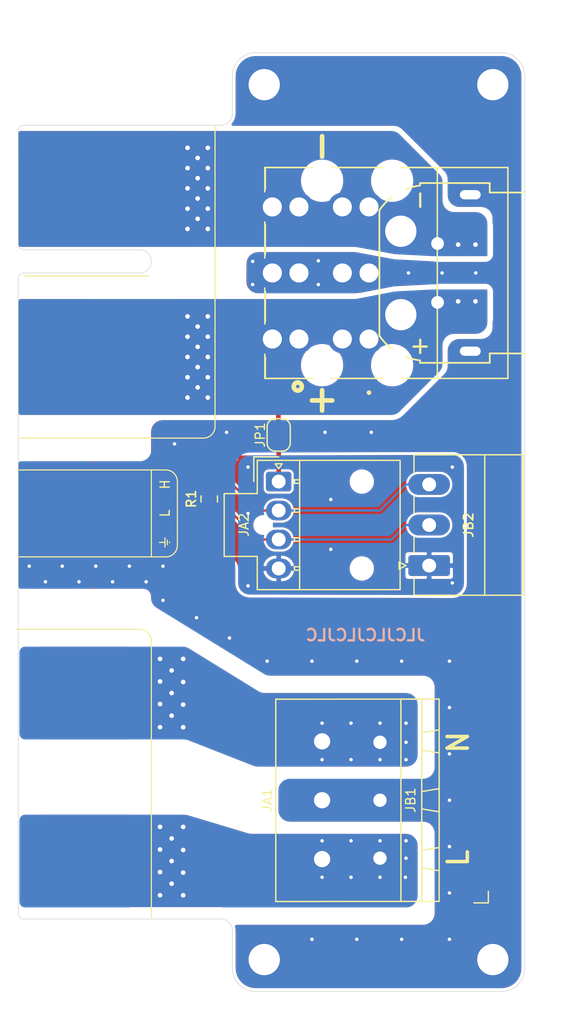
<source format=kicad_pcb>
(kicad_pcb (version 20171130) (host pcbnew "(5.1.9)-1")

  (general
    (thickness 1.6)
    (drawings 32)
    (tracks 140)
    (zones 0)
    (modules 14)
    (nets 10)
  )

  (page USLetter)
  (title_block
    (rev 1)
  )

  (layers
    (0 Front signal)
    (31 Back mixed)
    (34 B.Paste user)
    (35 F.Paste user)
    (36 B.SilkS user)
    (37 F.SilkS user)
    (38 B.Mask user)
    (39 F.Mask user)
    (40 Dwgs.User user)
    (42 Eco1.User user)
    (43 Eco2.User user)
    (44 Edge.Cuts user)
    (45 Margin user)
    (46 B.CrtYd user)
    (47 F.CrtYd user)
    (49 F.Fab user)
  )

  (setup
    (last_trace_width 0.15)
    (user_trace_width 0.15)
    (user_trace_width 0.2)
    (user_trace_width 0.4)
    (user_trace_width 0.6)
    (trace_clearance 0.127)
    (zone_clearance 0.2)
    (zone_45_only no)
    (trace_min 0.127)
    (via_size 0.6)
    (via_drill 0.3)
    (via_min_size 0.6)
    (via_min_drill 0.3)
    (user_via 0.6 0.3)
    (user_via 0.8 0.4)
    (user_via 0.9 0.4)
    (uvia_size 0.6858)
    (uvia_drill 0.3302)
    (uvias_allowed no)
    (uvia_min_size 0)
    (uvia_min_drill 0)
    (edge_width 0.05)
    (segment_width 0.254)
    (pcb_text_width 0.3048)
    (pcb_text_size 1.524 1.524)
    (mod_edge_width 0.1524)
    (mod_text_size 0.8128 0.8128)
    (mod_text_width 0.1524)
    (pad_size 2.2 1.7)
    (pad_drill 1.2)
    (pad_to_mask_clearance 0)
    (solder_mask_min_width 0.12)
    (aux_axis_origin 0 0)
    (visible_elements 7FFFFFFF)
    (pcbplotparams
      (layerselection 0x010fc_ffffffff)
      (usegerberextensions false)
      (usegerberattributes false)
      (usegerberadvancedattributes false)
      (creategerberjobfile false)
      (excludeedgelayer true)
      (linewidth 0.152400)
      (plotframeref false)
      (viasonmask false)
      (mode 1)
      (useauxorigin false)
      (hpglpennumber 1)
      (hpglpenspeed 20)
      (hpglpendiameter 15.000000)
      (psnegative false)
      (psa4output false)
      (plotreference true)
      (plotvalue false)
      (plotinvisibletext false)
      (padsonsilk false)
      (subtractmaskfromsilk true)
      (outputformat 1)
      (mirror false)
      (drillshape 0)
      (scaleselection 1)
      (outputdirectory "./gerbers"))
  )

  (net 0 "")
  (net 1 /CAN-)
  (net 2 /CAN+)
  (net 3 GNDD)
  (net 4 Earth)
  (net 5 NEUT)
  (net 6 LINE)
  (net 7 /VBUS+)
  (net 8 /VBUS-)
  (net 9 /VCCD)

  (net_class Default "This is the default net class."
    (clearance 0.127)
    (trace_width 0.127)
    (via_dia 0.6)
    (via_drill 0.3)
    (uvia_dia 0.6858)
    (uvia_drill 0.3302)
    (diff_pair_width 0.1524)
    (diff_pair_gap 0.254)
    (add_net /VBUS+)
    (add_net /VBUS-)
    (add_net /VCCD)
    (add_net Earth)
  )

  (net_class CANBUS ""
    (clearance 0.154)
    (trace_width 0.154)
    (via_dia 0.6)
    (via_drill 0.3)
    (uvia_dia 0.6858)
    (uvia_drill 0.3302)
    (diff_pair_width 0.1524)
    (diff_pair_gap 0.254)
    (add_net /CAN+)
    (add_net /CAN-)
  )

  (net_class PWR_AC ""
    (clearance 1)
    (trace_width 0.4)
    (via_dia 0.6)
    (via_drill 0.3)
    (uvia_dia 0.6858)
    (uvia_drill 0.3302)
    (diff_pair_width 0.1524)
    (diff_pair_gap 0.254)
    (add_net LINE)
    (add_net NEUT)
  )

  (net_class PWR_DC ""
    (clearance 0.5)
    (trace_width 0.2)
    (via_dia 0.6)
    (via_drill 0.3)
    (uvia_dia 0.6858)
    (uvia_drill 0.3302)
    (diff_pair_width 0.1524)
    (diff_pair_gap 0.254)
  )

  (net_class PWR_IO ""
    (clearance 0.154)
    (trace_width 0.4)
    (via_dia 0.6)
    (via_drill 0.3)
    (uvia_dia 0.6858)
    (uvia_drill 0.3302)
    (diff_pair_width 0.1524)
    (diff_pair_gap 0.254)
    (add_net GNDD)
  )

  (module EltekFlatpack2:CON_Edge_Flatpack2_AllContacts locked (layer Front) (tedit 6023AC13) (tstamp 600F9B37)
    (at 120 56.25)
    (path /449C7C68)
    (fp_text reference PC1 (at 6 13.75) (layer F.SilkS) hide
      (effects (font (size 0.8 0.8) (thickness 0.12)))
    )
    (fp_text value Flatpack2 (at 6 14.75) (layer F.Fab)
      (effects (font (size 0.8 0.8) (thickness 0.12)))
    )
    (fp_arc (start 10.5 11.75) (end 10.5 12.75) (angle -180) (layer Edge.Cuts) (width 0.05))
    (fp_arc (start 0.5 13.25) (end 0.5 12.75) (angle -90) (layer Edge.Cuts) (width 0.05))
    (fp_text user L (at 12.675 33.5 90 unlocked) (layer F.SilkS)
      (effects (font (size 0.8 0.8) (thickness 0.12)))
    )
    (fp_arc (start 0.5 0.5) (end 0.5 0) (angle -90) (layer Edge.Cuts) (width 0.05))
    (fp_arc (start 0.5 10.25) (end 0 10.25) (angle -90) (layer Edge.Cuts) (width 0.05))
    (fp_arc (start 0.5 68) (end 0 68) (angle -90) (layer Edge.Cuts) (width 0.05))
    (fp_arc (start 0.5 68) (end 0 68) (angle -90) (layer F.CrtYd) (width 0.05))
    (fp_arc (start 0.5 0.5) (end 0.5 0) (angle -90) (layer F.CrtYd) (width 0.05))
    (fp_arc (start 16 26) (end 16 27) (angle -90) (layer F.SilkS) (width 0.1))
    (fp_text user H (at 12.675 31 90 unlocked) (layer F.SilkS)
      (effects (font (size 0.8 0.8) (thickness 0.12)))
    )
    (fp_arc (start 12.75 30.75) (end 13.75 30.75) (angle -90) (layer F.SilkS) (width 0.1))
    (fp_arc (start 12.75 36.25) (end 12.75 37.25) (angle -90) (layer F.SilkS) (width 0.1))
    (fp_arc (start 10.5 44.5) (end 11.5 44.5) (angle -90) (layer F.SilkS) (width 0.1))
    (fp_line (start 13.75 30.75) (end 13.75 36.25) (layer F.SilkS) (width 0.1))
    (fp_line (start 0.1 37.25) (end 12.75 37.25) (layer F.SilkS) (width 0.1))
    (fp_line (start 17.5 0) (end 17.5 27.5) (layer F.CrtYd) (width 0.05))
    (fp_line (start 17.5 27.5) (end 12 27.5) (layer F.CrtYd) (width 0.05))
    (fp_line (start 12 68.5) (end 12 27.5) (layer F.CrtYd) (width 0.05))
    (fp_line (start 0.00492 15.5078) (end 0 68) (layer F.CrtYd) (width 0.05))
    (fp_line (start 0.00492 15.5078) (end 0 0.5) (layer F.CrtYd) (width 0.05))
    (fp_line (start 0.5 68.5) (end 12 68.5) (layer F.CrtYd) (width 0.05))
    (fp_line (start 0.5 0) (end 17.5 0) (layer F.CrtYd) (width 0.05))
    (fp_line (start 0.1 29.75) (end 12.75 29.75) (layer F.SilkS) (width 0.1))
    (fp_line (start 17 26) (end 17 0.1) (layer F.SilkS) (width 0.1))
    (fp_line (start 16 27) (end 0.1 27) (layer F.SilkS) (width 0.1))
    (fp_line (start 0 13.25) (end 0 68) (layer Edge.Cuts) (width 0.05))
    (fp_line (start 0 10.25) (end 0 0.5) (layer Edge.Cuts) (width 0.05))
    (fp_line (start 10.5 10.75) (end 0.5 10.75) (layer Edge.Cuts) (width 0.05))
    (fp_line (start 0.5 12.75) (end 10.5 12.75) (layer Edge.Cuts) (width 0.05))
    (fp_line (start 0.5 0) (end 17.5 0) (layer Edge.Cuts) (width 0.05))
    (fp_line (start 0.5 68.5) (end 17.5 68.5) (layer Edge.Cuts) (width 0.05))
    (fp_line (start 11.5 68.4) (end 11.5 44.5) (layer F.SilkS) (width 0.1))
    (fp_line (start 0 70) (end 11 70) (layer F.Fab) (width 0.05))
    (fp_line (start 16.5 -1.5) (end 16.5 26.5) (layer F.Fab) (width 0.05))
    (fp_line (start 11 26.5) (end 16.5 26.5) (layer F.Fab) (width 0.05))
    (fp_line (start 11 26.5) (end 11 70) (layer F.Fab) (width 0.05))
    (fp_line (start 16.5 -1.5) (end 0 -1.5) (layer F.Fab) (width 0.05))
    (fp_line (start -0.15 43.5) (end 10.5 43.5) (layer F.SilkS) (width 0.1))
    (fp_line (start 11.5 37.25) (end 11.5 29.75) (layer F.SilkS) (width 0.1))
    (fp_line (start 12.2 36) (end 12.675 36) (layer F.SilkS) (width 0.1))
    (fp_line (start 12.675 36.4) (end 12.675 35.6) (layer F.SilkS) (width 0.1))
    (fp_line (start 13.075 36.025) (end 13.075 35.975) (layer F.SilkS) (width 0.1))
    (fp_line (start 12.875 36.2) (end 12.875 35.8) (layer F.SilkS) (width 0.1))
    (fp_line (start 11.25 13) (end 0.5 13) (layer F.SilkS) (width 0.12))
    (pad CAN-L smd roundrect (at 5.05 33.5) (size 9.9 1.5) (layers Front F.Mask) (roundrect_rratio 0.167)
      (net 1 /CAN-) (solder_mask_margin 0.1016))
    (pad CAN-H smd roundrect (at 5.05 31) (size 9.9 1.5) (layers Front F.Mask) (roundrect_rratio 0.167)
      (net 2 /CAN+) (solder_mask_margin 0.1016))
    (pad DC-NEG smd roundrect (at 7.05 5.5) (size 13.9 8.5) (layers Front F.Mask) (roundrect_rratio 0.059)
      (net 8 /VBUS-) (solder_mask_margin 0.1016))
    (pad AC-E smd roundrect (at 5.05 34.5) (size 9.9 8.5) (layers Back B.Mask) (roundrect_rratio 0.059)
      (net 4 Earth) (solder_mask_margin 0.1016))
    (pad DC-POS smd roundrect (at 7.05 20) (size 13.9 8.5) (layers Front F.Mask) (roundrect_rratio 0.059)
      (net 7 /VBUS+) (solder_mask_margin 0.1016))
    (pad GNDD smd roundrect (at 5.05 36) (size 9.9 1.5) (layers Front F.Mask) (roundrect_rratio 0.167)
      (net 3 GNDD) (solder_mask_margin 0.1016))
    (pad AC-L smd roundrect (at 5.05 63.5) (size 9.9 8) (layers Front F.Mask) (roundrect_rratio 0.062)
      (net 6 LINE) (solder_mask_margin 0.1016))
    (pad AC-N smd roundrect (at 5.05 49) (size 9.9 8) (layers Front F.Mask) (roundrect_rratio 0.062)
      (net 5 NEUT) (solder_mask_margin 0.1016))
    (pad AC-L smd roundrect (at 5.05 63.5) (size 9.9 8) (layers Back B.Mask) (roundrect_rratio 0.062)
      (net 6 LINE) (solder_mask_margin 0.1016))
    (pad AC-N smd roundrect (at 5.05 49) (size 9.9 8) (layers Back B.Mask) (roundrect_rratio 0.062)
      (net 5 NEUT) (solder_mask_margin 0.1016))
    (pad DC-NEG smd roundrect (at 5.05 5.5) (size 9.9 8.5) (layers Back B.Mask) (roundrect_rratio 0.059)
      (net 8 /VBUS-) (solder_mask_margin 0.1016))
    (pad DC-POS smd roundrect (at 5.05 20) (size 9.9 8.5) (layers Back B.Mask) (roundrect_rratio 0.059)
      (net 7 /VBUS+) (solder_mask_margin 0.1016))
    (pad DC-NEG smd roundrect (at 11.5 5.5) (size 5 8.5) (layers Back) (roundrect_rratio 0.1)
      (net 8 /VBUS-) (solder_mask_margin 0.1016))
    (pad DC-POS smd roundrect (at 11.5 20) (size 5 8.5) (layers Back) (roundrect_rratio 0.1)
      (net 7 /VBUS+) (solder_mask_margin 0.1016))
  )

  (module "1 My Footprints:Molex_Nano-Fit_105309-xx04_1x04_P2.50mm_Combi_3D-V" (layer Front) (tedit 6023867E) (tstamp 601DBC79)
    (at 142.5 87)
    (descr "Molex Nano-Fit Power Connectors, 105309-xx04, 4 Pins per row (http://www.molex.com/pdm_docs/sd/1053091203_sd.pdf), generated with kicad-footprint-generator")
    (tags "connector Molex Nano-Fit side entry")
    (path /600E8541)
    (fp_text reference JA2 (at -3 3.75 90) (layer F.SilkS)
      (effects (font (size 0.8 0.8) (thickness 0.12)))
    )
    (fp_text value CTRL (at 0 10.42) (layer F.Fab)
      (effects (font (size 1 1) (thickness 0.15)))
    )
    (fp_line (start 1.81 2.35) (end 1.36 2.35) (layer F.SilkS) (width 0.12))
    (fp_line (start 1.81 -1.83) (end 1.81 9.33) (layer F.SilkS) (width 0.12))
    (fp_line (start -0.3 -1.534264) (end 0 -1.11) (layer F.Fab) (width 0.1))
    (fp_line (start 1.36 2.35) (end 1.36 2.65) (layer F.SilkS) (width 0.12))
    (fp_line (start 1.36 7.35) (end 1.36 7.65) (layer F.SilkS) (width 0.12))
    (fp_line (start 1.36 2.65) (end 1.81 2.65) (layer F.SilkS) (width 0.12))
    (fp_line (start 0 -1.11) (end 0.3 -1.534264) (layer F.SilkS) (width 0.12))
    (fp_line (start -2.24 9.72) (end 10.88 9.72) (layer F.CrtYd) (width 0.05))
    (fp_line (start 1.81 0.15) (end 1.81 -0.15) (layer F.SilkS) (width 0.12))
    (fp_line (start 10.38 -1.72) (end 1.74 -1.72) (layer F.Fab) (width 0.1))
    (fp_line (start 10.49 -1.83) (end 1.81 -1.83) (layer F.SilkS) (width 0.12))
    (fp_line (start 1.36 7.65) (end 1.81 7.65) (layer F.SilkS) (width 0.12))
    (fp_line (start 0.3 -1.534264) (end -0.3 -1.534264) (layer F.SilkS) (width 0.12))
    (fp_line (start 1.81 7.65) (end 1.81 7.35) (layer F.SilkS) (width 0.12))
    (fp_line (start 1.81 5.15) (end 1.81 4.85) (layer F.SilkS) (width 0.12))
    (fp_line (start 1.36 5.15) (end 1.81 5.15) (layer F.SilkS) (width 0.12))
    (fp_line (start 1.36 -0.15) (end 1.36 0.15) (layer F.SilkS) (width 0.12))
    (fp_line (start 1.81 -0.15) (end 1.36 -0.15) (layer F.SilkS) (width 0.12))
    (fp_line (start 0 -1.11) (end 0.3 -1.534264) (layer F.Fab) (width 0.1))
    (fp_line (start 10.88 -2.22) (end -2.24 -2.22) (layer F.CrtYd) (width 0.05))
    (fp_line (start 1.81 4.85) (end 1.36 4.85) (layer F.SilkS) (width 0.12))
    (fp_line (start 1.36 4.85) (end 1.36 5.15) (layer F.SilkS) (width 0.12))
    (fp_line (start 1.74 9.22) (end 10.38 9.22) (layer F.Fab) (width 0.1))
    (fp_line (start 0.3 -1.534264) (end -0.3 -1.534264) (layer F.Fab) (width 0.1))
    (fp_line (start 10.38 9.22) (end 10.38 -1.72) (layer F.Fab) (width 0.1))
    (fp_line (start 1.81 9.33) (end 10.49 9.33) (layer F.SilkS) (width 0.12))
    (fp_line (start -0.3 -1.534264) (end 0 -1.11) (layer F.SilkS) (width 0.12))
    (fp_line (start 10.49 9.33) (end 10.49 -1.83) (layer F.SilkS) (width 0.12))
    (fp_line (start 1.36 0.15) (end 1.81 0.15) (layer F.SilkS) (width 0.12))
    (fp_line (start 1.81 2.65) (end 1.81 2.35) (layer F.SilkS) (width 0.12))
    (fp_line (start 1.81 7.35) (end 1.36 7.35) (layer F.SilkS) (width 0.12))
    (fp_line (start 10.88 9.72) (end 10.88 -2.22) (layer F.CrtYd) (width 0.05))
    (fp_line (start 0 -1.012893) (end 0.5 -1.72) (layer F.Fab) (width 0.1))
    (fp_line (start -0.5 -1.72) (end 0 -1.012893) (layer F.Fab) (width 0.1))
    (fp_line (start -2.15 -2.13) (end -2.15 0) (layer F.SilkS) (width 0.12))
    (fp_line (start 0 -2.13) (end -2.15 -2.13) (layer F.SilkS) (width 0.12))
    (fp_line (start -2.02 1.65) (end -4.1 1.65) (layer F.Fab) (width 0.1))
    (fp_line (start -2.02 5.85) (end -2.02 1.65) (layer F.Fab) (width 0.1))
    (fp_line (start -4.1 5.85) (end -2.02 5.85) (layer F.Fab) (width 0.1))
    (fp_line (start -4.1 1.65) (end -4.1 5.85) (layer F.Fab) (width 0.1))
    (fp_line (start -5.1 6.85) (end -5.1 3.75) (layer F.CrtYd) (width 0.05))
    (fp_line (start -2.24 6.85) (end -5.1 6.85) (layer F.CrtYd) (width 0.05))
    (fp_line (start -2.24 9.72) (end -2.24 6.85) (layer F.CrtYd) (width 0.05))
    (fp_line (start -5.1 0.65) (end -5.1 3.75) (layer F.CrtYd) (width 0.05))
    (fp_line (start -2.24 0.65) (end -5.1 0.65) (layer F.CrtYd) (width 0.05))
    (fp_line (start -2.24 -2.22) (end -2.24 0.65) (layer F.CrtYd) (width 0.05))
    (fp_line (start -4.71 6.46) (end -4.71 3.75) (layer F.SilkS) (width 0.12))
    (fp_line (start -1.85 6.46) (end -4.71 6.46) (layer F.SilkS) (width 0.12))
    (fp_line (start -1.85 9.33) (end -1.85 6.46) (layer F.SilkS) (width 0.12))
    (fp_line (start 1.85 9.33) (end -1.85 9.33) (layer F.SilkS) (width 0.12))
    (fp_line (start -4.71 1.04) (end -4.71 3.75) (layer F.SilkS) (width 0.12))
    (fp_line (start -1.85 1.04) (end -4.71 1.04) (layer F.SilkS) (width 0.12))
    (fp_line (start -1.85 -1.83) (end -1.85 1.04) (layer F.SilkS) (width 0.12))
    (fp_line (start 1.85 -1.83) (end -1.85 -1.83) (layer F.SilkS) (width 0.12))
    (fp_line (start -4.6 6.35) (end -4.6 3.75) (layer F.Fab) (width 0.1))
    (fp_line (start -1.74 6.35) (end -4.6 6.35) (layer F.Fab) (width 0.1))
    (fp_line (start -1.74 9.22) (end -1.74 6.35) (layer F.Fab) (width 0.1))
    (fp_line (start 1.74 9.22) (end -1.74 9.22) (layer F.Fab) (width 0.1))
    (fp_line (start 1.74 3.75) (end 1.74 9.22) (layer F.Fab) (width 0.1))
    (fp_line (start -4.6 1.15) (end -4.6 3.75) (layer F.Fab) (width 0.1))
    (fp_line (start -1.74 1.15) (end -4.6 1.15) (layer F.Fab) (width 0.1))
    (fp_line (start -1.74 -1.72) (end -1.74 1.15) (layer F.Fab) (width 0.1))
    (fp_line (start 1.74 -1.72) (end -1.74 -1.72) (layer F.Fab) (width 0.1))
    (fp_line (start 1.74 3.75) (end 1.74 -1.72) (layer F.Fab) (width 0.1))
    (pad "" np_thru_hole circle (at 7.18 7.5) (size 1.7 1.7) (drill 1.7) (layers *.Cu *.Mask))
    (pad "" np_thru_hole circle (at 7.18 0) (size 1.7 1.7) (drill 1.7) (layers *.Cu *.Mask))
    (pad "" np_thru_hole circle (at -1.34 3.75) (size 1.3 1.3) (drill 1.3) (layers *.Cu *.Mask))
    (pad 4 thru_hole oval (at 0 7.5) (size 2.2 1.7) (drill 1.2) (layers *.Cu *.Mask)
      (net 3 GNDD))
    (pad 3 thru_hole oval (at 0 5) (size 2.2 1.7) (drill 1.2) (layers *.Cu *.Mask)
      (net 1 /CAN-))
    (pad 2 thru_hole oval (at 0 2.5) (size 2.2 1.7) (drill 1.2) (layers *.Cu *.Mask)
      (net 2 /CAN+))
    (pad 1 thru_hole roundrect (at 0 0) (size 2.2 1.7) (drill 1.2) (layers *.Cu *.Mask) (roundrect_rratio 0.147059)
      (net 9 /VCCD))
    (model ${KIPRJMOD}/shapes3D/Molex_Nano-Fit_105309-xx04_1x04_P2.50mm_Vertical.step
      (offset (xyz 0 -3.75 4.85))
      (scale (xyz 1 1 1))
      (rotate (xyz 0 0 -90))
    )
    (model ${KIPRJMOD}/shapes3D/Molex_Nano-Fit_105313-xx04_1x04_P2.50mm_Horizontal.step
      (offset (xyz 6.15 -3.75 2))
      (scale (xyz 1 1 1))
      (rotate (xyz -90 0 -90))
    )
  )

  (module EltekFlatpack2:Amass_XT60PW-M_Kombifootprint (layer Front) (tedit 60237AFA) (tstamp 6023EC94)
    (at 153.05 69 270)
    (path /6023C33E)
    (fp_text reference JC3 (at 0 0.75 90) (layer F.SilkS) hide
      (effects (font (size 0.8 0.8) (thickness 0.15)))
    )
    (fp_text value "DC OUT" (at 0 1 90) (layer F.Fab) hide
      (effects (font (size 0.8 0.8) (thickness 0.15)))
    )
    (fp_line (start 5.413054 1.85) (end 0 1.85) (layer F.SilkS) (width 0.154))
    (fp_line (start 7.756897 -1.661935) (end 7.543269 -1.661935) (layer F.SilkS) (width 0.154))
    (fp_line (start 7.756897 -7.682437) (end 7.756897 -1.661935) (layer F.SilkS) (width 0.154))
    (fp_line (start 6.941195 -7.682437) (end 7.756897 -7.682437) (layer F.SilkS) (width 0.154))
    (fp_line (start 6.95 -10.6) (end 6.941195 -7.682437) (layer F.SilkS) (width 0.154))
    (fp_line (start -5.413054 1.85) (end 0 1.85) (layer F.SilkS) (width 0.154))
    (fp_line (start -7.756897 -1.661935) (end -7.543269 -1.661935) (layer F.SilkS) (width 0.154))
    (fp_line (start -7.756897 -7.682437) (end -7.756897 -1.661935) (layer F.SilkS) (width 0.154))
    (fp_line (start -6.941195 -7.682437) (end -7.756897 -7.682437) (layer F.SilkS) (width 0.154))
    (fp_line (start -6.941195 -10.6) (end -6.941195 -7.682437) (layer F.SilkS) (width 0.154))
    (fp_line (start -6.858 -1.6764) (end -5.715 -1.6764) (layer F.SilkS) (width 0.2))
    (fp_line (start 5.7658 -1.6764) (end 6.9088 -1.6764) (layer F.SilkS) (width 0.2))
    (fp_line (start 6.35 -1.0922) (end 6.35 -2.2352) (layer F.SilkS) (width 0.2))
    (fp_arc (start 2.618855 -2.246886) (end 5.413054 1.85) (angle -48.9) (layer F.SilkS) (width 0.154))
    (fp_arc (start -2.618855 -2.246886) (end -7.543269 -1.661935) (angle -48.9) (layer F.SilkS) (width 0.154))
    (pad MP thru_hole oval (at 6.75 -6 270) (size 1.6 2.8) (drill oval 0.8 1.8) (layers *.Cu *.Mask)
      (net 4 Earth))
    (pad MP thru_hole oval (at -6.75 -6 270) (size 1.6 2.8) (drill oval 0.8 1.8) (layers *.Cu *.Mask)
      (net 4 Earth))
    (pad 1 thru_hole circle (at -2.54 -3.175 270) (size 2.2 2.2) (drill 1.1) (layers *.Cu *.Mask)
      (net 8 /VBUS-) (zone_connect 2))
    (pad 2 thru_hole circle (at 2.54 -3.175 270) (size 2.2 2.2) (drill 1.1) (layers *.Cu *.Mask)
      (net 7 /VBUS+) (zone_connect 2))
    (pad 1 thru_hole custom (at -3.6 0 270) (size 4 4) (drill 2.7) (layers *.Cu *.Mask)
      (net 8 /VBUS-) (zone_connect 2)
      (options (clearance outline) (anchor circle))
      (primitives
        (gr_poly (pts
           (xy -1.861 0) (xy 1.949 0) (xy 2.10394 -3.14706) (xy 1.695 -3.937) (xy 1.441 -4.064)
           (xy 0.1075 -3.6195) (xy -1.734 -0.889)) (width 0.1))
        (gr_poly (pts
           (xy 0.21786 -3.175) (xy 0.21786 -7.4295) (xy 2.1 -7.4295) (xy 2.1 -3.175)) (width 0.1))
      ))
    (pad 2 thru_hole custom (at 3.6 0 270) (size 4 4) (drill 2.7) (layers *.Cu *.Mask)
      (net 7 /VBUS+) (zone_connect 2)
      (options (clearance outline) (anchor circle))
      (primitives
        (gr_poly (pts
           (xy -1.949 0.127) (xy -2.10902 -3.1877) (xy -1.5045 -4.064) (xy -0.552 -4.064) (xy -0.19894 -3.75158)
           (xy 1.44698 -1.30556)) (width 0.1))
        (gr_poly (pts
           (xy -2.11664 -3.175) (xy -2.11664 -7.4295) (xy -0.2345 -7.4295) (xy -0.2345 -3.175)) (width 0.1))
      ))
  )

  (module "1 My Footprints:1605540000" (layer Front) (tedit 602379B0) (tstamp 601CE8DD)
    (at 146.25 119.58 90)
    (path /C3E76336)
    (fp_text reference JA1 (at 5.08 -4.75 90) (layer F.SilkS)
      (effects (font (size 0.8 0.8) (thickness 0.12)))
    )
    (fp_text value AC_IN (at 5.05 4.85 90) (layer F.Fab)
      (effects (font (size 0.6 0.6) (thickness 0.1)))
    )
    (fp_line (start 13.6906 9.4996) (end 13.6906 -3.9) (layer F.Fab) (width 0.1524))
    (fp_line (start 13.6906 -3.9) (end -3.5306 -3.9) (layer F.Fab) (width 0.1524))
    (fp_line (start -3.5306 -3.9) (end -3.5306 9.4996) (layer F.Fab) (width 0.1524))
    (fp_line (start 14.2 -4.45) (end -4.04 -4.45) (layer F.CrtYd) (width 0.05))
    (fp_line (start 14.2 10.5) (end 14.2 -4.45) (layer F.CrtYd) (width 0.05))
    (fp_line (start -3.54 -2) (end -3.54 10) (layer F.Fab) (width 0.1))
    (fp_line (start 0.75 8.61) (end -0.75 8.61) (layer F.SilkS) (width 0.12))
    (fp_line (start -3.65 6.81) (end 13.81 6.81) (layer F.SilkS) (width 0.12))
    (fp_line (start -4.04 -4.45) (end -4.04 10.5) (layer F.CrtYd) (width 0.05))
    (fp_line (start -4.04 10.5) (end 14.2 10.5) (layer F.CrtYd) (width 0.05))
    (fp_line (start 13.8 -4) (end -3.66 -4) (layer F.SilkS) (width 0.12))
    (fp_line (start 6.08 10.11) (end 5.83 8.61) (layer F.SilkS) (width 0.12))
    (fp_line (start 1 10.11) (end 0.75 8.61) (layer F.SilkS) (width 0.12))
    (fp_line (start 9.16 10.11) (end 11.16 10.11) (layer F.SilkS) (width 0.12))
    (fp_line (start -3.65 8.61) (end -3.65 6.81) (layer F.SilkS) (width 0.12))
    (fp_line (start 4.08 10.11) (end 6.08 10.11) (layer F.SilkS) (width 0.12))
    (fp_line (start 13.7 10) (end 13.7 -2) (layer F.Fab) (width 0.1))
    (fp_line (start -3.66 -4) (end -3.65 10.11) (layer F.SilkS) (width 0.12))
    (fp_line (start 13.81 10.11) (end 13.8 -4) (layer F.SilkS) (width 0.12))
    (fp_line (start 5.83 8.61) (end 4.33 8.61) (layer F.SilkS) (width 0.12))
    (fp_line (start 11.16 10.11) (end 10.91 8.61) (layer F.SilkS) (width 0.12))
    (fp_line (start 4.33 8.61) (end 4.08 10.11) (layer F.SilkS) (width 0.12))
    (fp_line (start 13.81 8.61) (end -3.65 8.61) (layer F.SilkS) (width 0.12))
    (fp_line (start -3.54 10) (end 13.7 10) (layer F.Fab) (width 0.1))
    (fp_line (start 9.41 8.61) (end 9.16 10.11) (layer F.SilkS) (width 0.12))
    (fp_line (start -3.65 10.11) (end 13.81 10.11) (layer F.SilkS) (width 0.12))
    (fp_line (start 13.81 6.81) (end 13.81 8.61) (layer F.SilkS) (width 0.12))
    (fp_line (start -1 10.11) (end 1 10.11) (layer F.SilkS) (width 0.12))
    (fp_line (start -0.75 8.61) (end -1 10.11) (layer F.SilkS) (width 0.12))
    (fp_line (start 10.91 8.61) (end 9.41 8.61) (layer F.SilkS) (width 0.12))
    (pad 2 thru_hole oval (at 5.08 0 90) (size 2.08 3.6) (drill 1.4) (layers *.Cu *.Mask)
      (net 4 Earth))
    (pad 3 thru_hole oval (at 10.16 0 90) (size 2.08 3.6) (drill 1.4) (layers *.Cu *.Mask)
      (net 5 NEUT))
    (pad 1 thru_hole roundrect (at 0 0 90) (size 2.08 3.6) (drill 1.4) (layers *.Cu *.Mask) (roundrect_rratio 0.120192)
      (net 6 LINE))
    (model ${KIPRJMOD}/shapes3D/1605540000.stp
      (offset (xyz -3.54 -9.5 -3.2))
      (scale (xyz 1 1 1))
      (rotate (xyz 0 0 0))
    )
  )

  (module SnapEDA-zip:TE_2204535-1 (layer Front) (tedit 60237973) (tstamp 6023E5EE)
    (at 152.3 69 90)
    (path /60239773)
    (fp_text reference JB3 (at 3.325 -3.15 90) (layer F.SilkS) hide
      (effects (font (size 1 1) (thickness 0.15)))
    )
    (fp_text value "DC OUT" (at 0 5 90) (layer F.Fab)
      (effects (font (size 1 1) (thickness 0.15)))
    )
    (fp_line (start 1.6 -10.95) (end 4.2 -10.95) (layer F.SilkS) (width 0.127))
    (fp_line (start -4.2 -10.95) (end -1.6 -10.95) (layer F.SilkS) (width 0.127))
    (fp_line (start 7.25 -10.95) (end 9.1 -10.95) (layer F.SilkS) (width 0.127))
    (fp_line (start -9.1 -10.95) (end -7.25 -10.95) (layer F.SilkS) (width 0.127))
    (fp_line (start -9.85 10.25) (end -9.85 -11.89) (layer F.CrtYd) (width 0.05))
    (fp_line (start 9.85 10.25) (end -9.85 10.25) (layer F.CrtYd) (width 0.05))
    (fp_line (start 9.85 -11.89) (end 9.85 10.25) (layer F.CrtYd) (width 0.05))
    (fp_line (start -9.85 -11.89) (end 9.85 -11.89) (layer F.CrtYd) (width 0.05))
    (fp_circle (center -10.33 -2) (end -10.23 -2) (layer F.Fab) (width 0.2))
    (fp_circle (center -10.33 -2) (end -10.23 -2) (layer F.SilkS) (width 0.2))
    (fp_line (start -9.1 -1.5) (end -9.1 -10.95) (layer F.SilkS) (width 0.127))
    (fp_line (start -9.1 10) (end -9.1 1.5) (layer F.SilkS) (width 0.127))
    (fp_line (start 9.1 10) (end -9.1 10) (layer F.SilkS) (width 0.127))
    (fp_line (start 9.1 1.5) (end 9.1 10) (layer F.SilkS) (width 0.127))
    (fp_line (start 9.1 -10.95) (end 9.1 -1.5) (layer F.SilkS) (width 0.127))
    (fp_line (start -9.1 -10.95) (end 9.1 -10.95) (layer F.Fab) (width 0.127))
    (fp_line (start -9.1 10) (end -9.1 -10.95) (layer F.Fab) (width 0.127))
    (fp_line (start 9.1 10) (end -9.1 10) (layer F.Fab) (width 0.127))
    (fp_line (start 9.1 -10.95) (end 9.1 10) (layer F.Fab) (width 0.127))
    (pad 6 thru_hole circle (at 5.7 -10.35 90) (size 2.46 2.46) (drill 1.64) (layers *.Cu *.Mask)
      (net 8 /VBUS-))
    (pad 5 thru_hole circle (at 0 -10.35 90) (size 2.46 2.46) (drill 1.64) (layers *.Cu *.Mask)
      (net 4 Earth))
    (pad 4 thru_hole circle (at -5.7 -10.35 90) (size 2.46 2.46) (drill 1.64) (layers *.Cu *.Mask)
      (net 7 /VBUS+))
    (pad 3 thru_hole circle (at 5.7 -4.3 90) (size 2.46 2.46) (drill 1.64) (layers *.Cu *.Mask)
      (net 8 /VBUS-))
    (pad 2 thru_hole circle (at 0 -4.3 90) (size 2.46 2.46) (drill 1.64) (layers *.Cu *.Mask)
      (net 4 Earth))
    (pad 1 thru_hole circle (at -5.7 -4.3 90) (size 2.46 2.46) (drill 1.64) (layers *.Cu *.Mask)
      (net 7 /VBUS+))
    (pad "" np_thru_hole circle (at 7.96 0 90) (size 2.75 2.75) (drill 2.75) (layers *.Cu *.Mask))
    (pad "" np_thru_hole circle (at -7.96 0 90) (size 2.75 2.75) (drill 2.75) (layers *.Cu *.Mask))
    (pad 6 thru_hole circle (at 5.7 -8.05 90) (size 2.46 2.46) (drill 1.64) (layers *.Cu *.Mask)
      (net 8 /VBUS-))
    (pad 3 thru_hole circle (at 5.7 -2 90) (size 2.46 2.46) (drill 1.64) (layers *.Cu *.Mask)
      (net 8 /VBUS-))
    (pad 5 thru_hole circle (at 0 -8.05 90) (size 2.46 2.46) (drill 1.64) (layers *.Cu *.Mask)
      (net 4 Earth))
    (pad 2 thru_hole circle (at 0 -2 90) (size 2.46 2.46) (drill 1.64) (layers *.Cu *.Mask)
      (net 4 Earth))
    (pad 4 thru_hole circle (at -5.7 -8.05 90) (size 2.46 2.46) (drill 1.64) (layers *.Cu *.Mask)
      (net 7 /VBUS+))
    (pad 1 thru_hole circle (at -5.7 -2 90) (size 2.46 2.46) (drill 1.64) (layers *.Cu *.Mask)
      (net 7 /VBUS+))
    (model ${KIPRJMOD}/shapes3D/TE_2204535-1.stp
      (offset (xyz 0 -9.949999999999999 10.7))
      (scale (xyz 1 1 1))
      (rotate (xyz -90 0 0))
    )
  )

  (module "1 My Footprints:TE_2204529-1" (layer Front) (tedit 60237150) (tstamp 601D0967)
    (at 146.25 69 270)
    (path /6021B7BB)
    (fp_text reference JA3 (at -3.4 3.15 270) (layer F.SilkS) hide
      (effects (font (size 0.8 0.8) (thickness 0.15)))
    )
    (fp_text value "DC OUT" (at 0 -0.45 90) (layer F.Fab)
      (effects (font (size 0.8 0.8) (thickness 0.15)))
    )
    (fp_line (start -9.1 -9.95) (end 9.1 -9.95) (layer F.Fab) (width 0.127))
    (fp_line (start 9.1 -9.95) (end 9.1 4.95) (layer F.Fab) (width 0.127))
    (fp_line (start 9.1 4.95) (end -9.1 4.95) (layer F.Fab) (width 0.127))
    (fp_line (start -9.1 4.95) (end -9.1 -9.95) (layer F.Fab) (width 0.127))
    (fp_line (start -9.1 -9.95) (end 9.1 -9.95) (layer F.SilkS) (width 0.127))
    (fp_line (start 9.1 -9.95) (end 9.1 -1.8) (layer F.SilkS) (width 0.127))
    (fp_line (start 9.1 1.9) (end 9.1 4.95) (layer F.SilkS) (width 0.127))
    (fp_line (start 9.1 4.95) (end 7 4.95) (layer F.SilkS) (width 0.127))
    (fp_line (start 4.4 4.95) (end 1.3 4.95) (layer F.SilkS) (width 0.127))
    (fp_line (start -1.3 4.95) (end -4.4 4.95) (layer F.SilkS) (width 0.127))
    (fp_line (start -7 4.95) (end -9.1 4.95) (layer F.SilkS) (width 0.127))
    (fp_line (start -9.1 4.95) (end -9.1 1.6) (layer F.SilkS) (width 0.127))
    (fp_line (start -9.1 -1.6) (end -9.1 -9.95) (layer F.SilkS) (width 0.127))
    (fp_circle (center 9.8 2.1) (end 9.95 2.1) (layer F.SilkS) (width 0.4))
    (fp_line (start -9.585 -10.2) (end 9.585 -10.2) (layer F.CrtYd) (width 0.05))
    (fp_line (start 9.585 -10.2) (end 9.585 5.85) (layer F.CrtYd) (width 0.05))
    (fp_line (start 9.585 5.85) (end -9.585 5.85) (layer F.CrtYd) (width 0.05))
    (fp_line (start -9.585 5.85) (end -9.585 -10.2) (layer F.CrtYd) (width 0.05))
    (pad 1 thru_hole circle (at 5.7 4.3 90) (size 2.46 2.46) (drill 1.64) (layers *.Cu *.Mask)
      (net 7 /VBUS+))
    (pad 3 thru_hole circle (at -5.7 2 90) (size 2.46 2.46) (drill 1.64) (layers *.Cu *.Mask)
      (net 8 /VBUS-))
    (pad "" np_thru_hole circle (at -7.96 0 90) (size 2.75 2.75) (drill 2.75) (layers *.Cu *.Mask))
    (pad 2 thru_hole circle (at 0 4.3 90) (size 2.46 2.46) (drill 1.64) (layers *.Cu *.Mask)
      (net 4 Earth))
    (pad 2 thru_hole circle (at 0 2 90) (size 2.46 2.46) (drill 1.64) (layers *.Cu *.Mask)
      (net 4 Earth))
    (pad 3 thru_hole circle (at -5.7 4.3 90) (size 2.46 2.46) (drill 1.64) (layers *.Cu *.Mask)
      (net 8 /VBUS-))
    (pad 1 thru_hole circle (at 5.7 2 90) (size 2.46 2.46) (drill 1.64) (layers *.Cu *.Mask)
      (net 7 /VBUS+))
    (pad "" np_thru_hole circle (at 7.96 0 90) (size 2.75 2.75) (drill 2.75) (layers *.Cu *.Mask))
  )

  (module "1 My Footprints:TerminalBlock_WAGO_236-103_1x03_P5.00mm_PadsOnly" (layer Front) (tedit 601D1331) (tstamp 601E6BFB)
    (at 151.25 119.5 90)
    (descr "Terminal Block WAGO 236-103, 45Degree (cable under 45degree), 3 pins, pitch 5mm, size 17.3x14mm^2, drill diamater 1.15mm, pad diameter 3mm, see , script-generated with , script-generated using https://github.com/pointhi/kicad-footprint-generator/scripts/TerminalBlock_WAGO")
    (tags "THT Terminal Block WAGO 236-103 45Degree pitch 5mm size 17.3x14mm^2 drill 1.15mm pad 3mm")
    (path /60271595)
    (fp_text reference JB1 (at 5 2.65 90) (layer F.SilkS)
      (effects (font (size 0.8 0.8) (thickness 0.12)))
    )
    (fp_text value AC_IN (at 5.15 10.12 90) (layer F.Fab)
      (effects (font (size 1 1) (thickness 0.15)))
    )
    (fp_line (start 14.3 -5.5) (end -4 -5.5) (layer F.CrtYd) (width 0.05))
    (fp_line (start 14.3 9.5) (end 14.3 -5.5) (layer F.CrtYd) (width 0.05))
    (fp_line (start -4 9.5) (end 14.3 9.5) (layer F.CrtYd) (width 0.05))
    (fp_line (start -4 -5.5) (end -4 9.5) (layer F.CrtYd) (width 0.05))
    (fp_line (start -3.86 9.36) (end -2.86 9.36) (layer F.SilkS) (width 0.12))
    (fp_line (start -3.86 8.12) (end -3.86 9.36) (layer F.SilkS) (width 0.12))
    (fp_line (start 11 -4.65) (end 10 -4.65) (layer F.Fab) (width 0.1))
    (fp_line (start 11 -2.15) (end 11 -4.65) (layer F.Fab) (width 0.1))
    (fp_line (start 10 -2.15) (end 11 -2.15) (layer F.Fab) (width 0.1))
    (fp_line (start 10 -4.65) (end 10 -2.15) (layer F.Fab) (width 0.1))
    (fp_line (start 12.5 2.7) (end 8.5 2.7) (layer F.Fab) (width 0.1))
    (fp_line (start 12.5 3.7) (end 12.5 2.7) (layer F.Fab) (width 0.1))
    (fp_line (start 8.5 3.7) (end 12.5 3.7) (layer F.Fab) (width 0.1))
    (fp_line (start 8.5 2.7) (end 8.5 3.7) (layer F.Fab) (width 0.1))
    (fp_line (start 13 -5) (end 8 -5) (layer F.Fab) (width 0.1))
    (fp_line (start 13 9) (end 13 -5) (layer F.Fab) (width 0.1))
    (fp_line (start 8 9) (end 13 9) (layer F.Fab) (width 0.1))
    (fp_line (start 8 -5) (end 8 9) (layer F.Fab) (width 0.1))
    (fp_line (start 12.5 4.4) (end 8.5 4.4) (layer F.Fab) (width 0.1))
    (fp_line (start 12.5 7.7) (end 12.5 4.4) (layer F.Fab) (width 0.1))
    (fp_line (start 8.5 7.7) (end 12.5 7.7) (layer F.Fab) (width 0.1))
    (fp_line (start 8.5 4.4) (end 8.5 7.7) (layer F.Fab) (width 0.1))
    (fp_line (start 6 -4.65) (end 5 -4.65) (layer F.Fab) (width 0.1))
    (fp_line (start 6 -2.15) (end 6 -4.65) (layer F.Fab) (width 0.1))
    (fp_line (start 5 -2.15) (end 6 -2.15) (layer F.Fab) (width 0.1))
    (fp_line (start 5 -4.65) (end 5 -2.15) (layer F.Fab) (width 0.1))
    (fp_line (start 7.5 2.7) (end 3.5 2.7) (layer F.Fab) (width 0.1))
    (fp_line (start 7.5 3.7) (end 7.5 2.7) (layer F.Fab) (width 0.1))
    (fp_line (start 3.5 3.7) (end 7.5 3.7) (layer F.Fab) (width 0.1))
    (fp_line (start 3.5 2.7) (end 3.5 3.7) (layer F.Fab) (width 0.1))
    (fp_line (start 8 -5) (end 3 -5) (layer F.Fab) (width 0.1))
    (fp_line (start 8 9) (end 8 -5) (layer F.Fab) (width 0.1))
    (fp_line (start 3 9) (end 8 9) (layer F.Fab) (width 0.1))
    (fp_line (start 3 -5) (end 3 9) (layer F.Fab) (width 0.1))
    (fp_line (start 7.5 4.4) (end 3.5 4.4) (layer F.Fab) (width 0.1))
    (fp_line (start 7.5 7.7) (end 7.5 4.4) (layer F.Fab) (width 0.1))
    (fp_line (start 3.5 7.7) (end 7.5 7.7) (layer F.Fab) (width 0.1))
    (fp_line (start 3.5 4.4) (end 3.5 7.7) (layer F.Fab) (width 0.1))
    (fp_line (start 1 -4.65) (end 0 -4.65) (layer F.Fab) (width 0.1))
    (fp_line (start 1 -2.15) (end 1 -4.65) (layer F.Fab) (width 0.1))
    (fp_line (start 0 -2.15) (end 1 -2.15) (layer F.Fab) (width 0.1))
    (fp_line (start 0 -4.65) (end 0 -2.15) (layer F.Fab) (width 0.1))
    (fp_line (start 2.5 2.7) (end -1.5 2.7) (layer F.Fab) (width 0.1))
    (fp_line (start 2.5 3.7) (end 2.5 2.7) (layer F.Fab) (width 0.1))
    (fp_line (start -1.5 3.7) (end 2.5 3.7) (layer F.Fab) (width 0.1))
    (fp_line (start -1.5 2.7) (end -1.5 3.7) (layer F.Fab) (width 0.1))
    (fp_line (start 3 -5) (end -2 -5) (layer F.Fab) (width 0.1))
    (fp_line (start 3 9) (end 3 -5) (layer F.Fab) (width 0.1))
    (fp_line (start -2 9) (end 3 9) (layer F.Fab) (width 0.1))
    (fp_line (start -2 -5) (end -2 9) (layer F.Fab) (width 0.1))
    (fp_line (start 2.5 4.4) (end -1.5 4.4) (layer F.Fab) (width 0.1))
    (fp_line (start 2.5 7.7) (end 2.5 4.4) (layer F.Fab) (width 0.1))
    (fp_line (start -1.5 7.7) (end 2.5 7.7) (layer F.Fab) (width 0.1))
    (fp_line (start -1.5 4.4) (end -1.5 7.7) (layer F.Fab) (width 0.1))
    (fp_line (start -3.5 -0.5) (end 13.8 -0.5) (layer F.Fab) (width 0.1))
    (fp_line (start -3.5 2.3) (end 13.8 2.3) (layer F.Fab) (width 0.1))
    (fp_line (start -3.5 8) (end 13.8 8) (layer F.Fab) (width 0.1))
    (fp_line (start -3.5 8) (end -3.5 -5) (layer F.Fab) (width 0.1))
    (fp_line (start -2.5 9) (end -3.5 8) (layer F.Fab) (width 0.1))
    (fp_line (start 13.8 9) (end -2.5 9) (layer F.Fab) (width 0.1))
    (fp_line (start 13.8 -5) (end 13.8 9) (layer F.Fab) (width 0.1))
    (fp_line (start -3.5 -5) (end 13.8 -5) (layer F.Fab) (width 0.1))
    (fp_text user %R (at 5.15 1 90) (layer F.Fab)
      (effects (font (size 1 1) (thickness 0.15)))
    )
    (pad 3 thru_hole oval (at 10 0 90) (size 1.5 3) (drill 1.15) (layers *.Cu *.Mask)
      (net 5 NEUT))
    (pad 2 thru_hole oval (at 5 0 90) (size 1.5 3) (drill 1.15) (layers *.Cu *.Mask)
      (net 4 Earth))
    (pad 1 thru_hole rect (at 0 0 90) (size 1.5 3) (drill 1.15) (layers *.Cu *.Mask)
      (net 6 LINE))
    (model ${KIPRJMOD}/shapes3D/TerminalBlock_WAGO_236-103_1x03_P5.00mm_45Degree.wrl
      (at (xyz 0 0 0))
      (scale (xyz 1 1 1))
      (rotate (xyz 0 0 0))
    )
  )

  (module MountingHole:MountingHole_2.7mm_M2.5_ISO7380_Pad_TopBottom (layer Front) (tedit 56D1B4CB) (tstamp 601E301D)
    (at 161 128.25)
    (descr "Mounting Hole 2.7mm, M2.5, ISO7380")
    (tags "mounting hole 2.7mm m2.5 iso7380")
    (path /60231090)
    (attr virtual)
    (fp_text reference H2 (at 0 -3.25) (layer F.SilkS) hide
      (effects (font (size 1 1) (thickness 0.15)))
    )
    (fp_text value M3 (at 0 3.25) (layer F.Fab)
      (effects (font (size 1 1) (thickness 0.15)))
    )
    (fp_circle (center 0 0) (end 2.25 0) (layer Cmts.User) (width 0.15))
    (fp_circle (center 0 0) (end 2.5 0) (layer F.CrtYd) (width 0.05))
    (fp_text user %R (at 0.3 0) (layer F.Fab)
      (effects (font (size 1 1) (thickness 0.15)))
    )
    (pad 1 connect circle (at 0 0) (size 4.5 4.5) (layers Back B.Mask)
      (net 4 Earth))
    (pad 1 connect circle (at 0 0) (size 4.5 4.5) (layers Front F.Mask)
      (net 4 Earth))
    (pad 1 thru_hole circle (at 0 0) (size 3.1 3.1) (drill 2.7) (layers *.Cu *.Mask)
      (net 4 Earth))
  )

  (module MountingHole:MountingHole_2.7mm_M2.5_ISO7380_Pad_TopBottom (layer Front) (tedit 56D1B4CB) (tstamp 601E303D)
    (at 161 52.75)
    (descr "Mounting Hole 2.7mm, M2.5, ISO7380")
    (tags "mounting hole 2.7mm m2.5 iso7380")
    (path /6023A91A)
    (attr virtual)
    (fp_text reference H4 (at 0 -3.25) (layer F.SilkS) hide
      (effects (font (size 1 1) (thickness 0.15)))
    )
    (fp_text value M3 (at 0 3.25) (layer F.Fab)
      (effects (font (size 1 1) (thickness 0.15)))
    )
    (fp_circle (center 0 0) (end 2.25 0) (layer Cmts.User) (width 0.15))
    (fp_circle (center 0 0) (end 2.5 0) (layer F.CrtYd) (width 0.05))
    (fp_text user %R (at 0.3 0) (layer F.Fab)
      (effects (font (size 1 1) (thickness 0.15)))
    )
    (pad 1 connect circle (at 0 0) (size 4.5 4.5) (layers Back B.Mask)
      (net 4 Earth))
    (pad 1 connect circle (at 0 0) (size 4.5 4.5) (layers Front F.Mask)
      (net 4 Earth))
    (pad 1 thru_hole circle (at 0 0) (size 3.1 3.1) (drill 2.7) (layers *.Cu *.Mask)
      (net 4 Earth))
  )

  (module MountingHole:MountingHole_2.7mm_M2.5_ISO7380_Pad_TopBottom (layer Front) (tedit 56D1B4CB) (tstamp 601E302D)
    (at 141.25 52.75)
    (descr "Mounting Hole 2.7mm, M2.5, ISO7380")
    (tags "mounting hole 2.7mm m2.5 iso7380")
    (path /6023A0D3)
    (attr virtual)
    (fp_text reference H3 (at 0 -3.25) (layer F.SilkS) hide
      (effects (font (size 1 1) (thickness 0.15)))
    )
    (fp_text value M3 (at 0 3.25) (layer F.Fab)
      (effects (font (size 1 1) (thickness 0.15)))
    )
    (fp_circle (center 0 0) (end 2.25 0) (layer Cmts.User) (width 0.15))
    (fp_circle (center 0 0) (end 2.5 0) (layer F.CrtYd) (width 0.05))
    (fp_text user %R (at 0.3 0) (layer F.Fab)
      (effects (font (size 1 1) (thickness 0.15)))
    )
    (pad 1 connect circle (at 0 0) (size 4.5 4.5) (layers Back B.Mask)
      (net 4 Earth))
    (pad 1 connect circle (at 0 0) (size 4.5 4.5) (layers Front F.Mask)
      (net 4 Earth))
    (pad 1 thru_hole circle (at 0 0) (size 3.1 3.1) (drill 2.7) (layers *.Cu *.Mask)
      (net 4 Earth))
  )

  (module MountingHole:MountingHole_2.7mm_M2.5_ISO7380_Pad_TopBottom (layer Front) (tedit 56D1B4CB) (tstamp 601E300D)
    (at 141.25 128.25)
    (descr "Mounting Hole 2.7mm, M2.5, ISO7380")
    (tags "mounting hole 2.7mm m2.5 iso7380")
    (path /6023071B)
    (attr virtual)
    (fp_text reference H1 (at 0 -3.25) (layer F.SilkS) hide
      (effects (font (size 1 1) (thickness 0.15)))
    )
    (fp_text value M3 (at 0 3.25) (layer F.Fab)
      (effects (font (size 1 1) (thickness 0.15)))
    )
    (fp_circle (center 0 0) (end 2.25 0) (layer Cmts.User) (width 0.15))
    (fp_circle (center 0 0) (end 2.5 0) (layer F.CrtYd) (width 0.05))
    (fp_text user %R (at 0.3 0) (layer F.Fab)
      (effects (font (size 1 1) (thickness 0.15)))
    )
    (pad 1 connect circle (at 0 0) (size 4.5 4.5) (layers Back B.Mask)
      (net 4 Earth))
    (pad 1 connect circle (at 0 0) (size 4.5 4.5) (layers Front F.Mask)
      (net 4 Earth))
    (pad 1 thru_hole circle (at 0 0) (size 3.1 3.1) (drill 2.7) (layers *.Cu *.Mask)
      (net 4 Earth))
  )

  (module Jumper:SolderJumper-2_P1.3mm_Open_RoundedPad1.0x1.5mm (layer Front) (tedit 5B391E66) (tstamp 601CAE3C)
    (at 142.5 82.975 270)
    (descr "SMD Solder Jumper, 1x1.5mm, rounded Pads, 0.3mm gap, open")
    (tags "solder jumper open")
    (path /60261E7D)
    (attr virtual)
    (fp_text reference JP1 (at 0 1.6 90) (layer F.SilkS)
      (effects (font (size 0.8 0.8) (thickness 0.12)))
    )
    (fp_text value CTRL_VBUS+ (at 0 1.9 90) (layer F.Fab)
      (effects (font (size 1 1) (thickness 0.15)))
    )
    (fp_line (start -1.4 0.3) (end -1.4 -0.3) (layer F.SilkS) (width 0.12))
    (fp_line (start 0.7 1) (end -0.7 1) (layer F.SilkS) (width 0.12))
    (fp_line (start 1.4 -0.3) (end 1.4 0.3) (layer F.SilkS) (width 0.12))
    (fp_line (start -0.7 -1) (end 0.7 -1) (layer F.SilkS) (width 0.12))
    (fp_line (start -1.65 -1.25) (end 1.65 -1.25) (layer F.CrtYd) (width 0.05))
    (fp_line (start -1.65 -1.25) (end -1.65 1.25) (layer F.CrtYd) (width 0.05))
    (fp_line (start 1.65 1.25) (end 1.65 -1.25) (layer F.CrtYd) (width 0.05))
    (fp_line (start 1.65 1.25) (end -1.65 1.25) (layer F.CrtYd) (width 0.05))
    (fp_arc (start -0.7 -0.3) (end -0.7 -1) (angle -90) (layer F.SilkS) (width 0.12))
    (fp_arc (start -0.7 0.3) (end -1.4 0.3) (angle -90) (layer F.SilkS) (width 0.12))
    (fp_arc (start 0.7 0.3) (end 0.7 1) (angle -90) (layer F.SilkS) (width 0.12))
    (fp_arc (start 0.7 -0.3) (end 1.4 -0.3) (angle -90) (layer F.SilkS) (width 0.12))
    (pad 2 smd custom (at 0.65 0 270) (size 1 0.5) (layers Front F.Mask)
      (net 9 /VCCD) (zone_connect 2)
      (options (clearance outline) (anchor rect))
      (primitives
        (gr_circle (center 0 0.25) (end 0.5 0.25) (width 0))
        (gr_circle (center 0 -0.25) (end 0.5 -0.25) (width 0))
        (gr_poly (pts
           (xy 0 -0.75) (xy -0.5 -0.75) (xy -0.5 0.75) (xy 0 0.75)) (width 0))
      ))
    (pad 1 smd custom (at -0.65 0 270) (size 1 0.5) (layers Front F.Mask)
      (net 7 /VBUS+) (zone_connect 2)
      (options (clearance outline) (anchor rect))
      (primitives
        (gr_circle (center 0 0.25) (end 0.5 0.25) (width 0))
        (gr_circle (center 0 -0.25) (end 0.5 -0.25) (width 0))
        (gr_poly (pts
           (xy 0 -0.75) (xy 0.5 -0.75) (xy 0.5 0.75) (xy 0 0.75)) (width 0))
      ))
  )

  (module Connector_Phoenix_MC:PhoenixContact_MC_1,5_3-G-3.5_1x03_P3.50mm_Horizontal (layer Front) (tedit 5B784ED0) (tstamp 6024373B)
    (at 155.5 94.25 90)
    (descr "Generic Phoenix Contact connector footprint for: MC_1,5/3-G-3.5; number of pins: 03; pin pitch: 3.50mm; Angled || order number: 1844223 8A 160V")
    (tags "phoenix_contact connector MC_01x03_G_3.5mm")
    (path /6023FEC5)
    (fp_text reference JB2 (at 3.5 3.4 270) (layer F.SilkS)
      (effects (font (size 0.8 0.8) (thickness 0.15)))
    )
    (fp_text value CANBUS (at 3.5 9.2 90) (layer F.Fab)
      (effects (font (size 0.8 0.8) (thickness 0.15)))
    )
    (fp_line (start 0 0) (end -0.8 -1.2) (layer F.Fab) (width 0.1))
    (fp_line (start 0.8 -1.2) (end 0 0) (layer F.Fab) (width 0.1))
    (fp_line (start -0.3 -2.6) (end 0.3 -2.6) (layer F.SilkS) (width 0.12))
    (fp_line (start 0 -2) (end -0.3 -2.6) (layer F.SilkS) (width 0.12))
    (fp_line (start 0.3 -2.6) (end 0 -2) (layer F.SilkS) (width 0.12))
    (fp_line (start 9.95 -2.3) (end -3.06 -2.3) (layer F.CrtYd) (width 0.05))
    (fp_line (start 9.95 8.5) (end 9.95 -2.3) (layer F.CrtYd) (width 0.05))
    (fp_line (start -3.06 8.5) (end 9.95 8.5) (layer F.CrtYd) (width 0.05))
    (fp_line (start -3.06 -2.3) (end -3.06 8.5) (layer F.CrtYd) (width 0.05))
    (fp_line (start -2.56 4.8) (end 9.56 4.8) (layer F.SilkS) (width 0.12))
    (fp_line (start 9.45 -1.2) (end -2.45 -1.2) (layer F.Fab) (width 0.1))
    (fp_line (start 9.45 8) (end 9.45 -1.2) (layer F.Fab) (width 0.1))
    (fp_line (start -2.45 8) (end 9.45 8) (layer F.Fab) (width 0.1))
    (fp_line (start -2.45 -1.2) (end -2.45 8) (layer F.Fab) (width 0.1))
    (fp_line (start 4.55 -1.31) (end 5.95 -1.31) (layer F.SilkS) (width 0.12))
    (fp_line (start 1.05 -1.31) (end 2.45 -1.31) (layer F.SilkS) (width 0.12))
    (fp_line (start 9.56 -1.31) (end 8.05 -1.31) (layer F.SilkS) (width 0.12))
    (fp_line (start -2.56 -1.31) (end -1.05 -1.31) (layer F.SilkS) (width 0.12))
    (fp_line (start 9.56 8.11) (end 9.56 -1.31) (layer F.SilkS) (width 0.12))
    (fp_line (start -2.56 8.11) (end 9.56 8.11) (layer F.SilkS) (width 0.12))
    (fp_line (start -2.56 -1.31) (end -2.56 8.11) (layer F.SilkS) (width 0.12))
    (fp_text user %R (at 3.5 -0.5 90) (layer F.Fab)
      (effects (font (size 0.8 0.8) (thickness 0.15)))
    )
    (pad 3 thru_hole oval (at 7 0 90) (size 1.8 3.6) (drill 1.2) (layers *.Cu *.Mask)
      (net 2 /CAN+))
    (pad 2 thru_hole oval (at 3.5 0 90) (size 1.8 3.6) (drill 1.2) (layers *.Cu *.Mask)
      (net 1 /CAN-))
    (pad 1 thru_hole roundrect (at 0 0 90) (size 1.8 3.6) (drill 1.2) (layers *.Cu *.Mask) (roundrect_rratio 0.138889)
      (net 3 GNDD))
    (model ${KIPRJMOD}/shapes3D/PhoenixContact_MC_1,5_3-G-3.5_1x03_P3.50mm_Horizontal.wrl
      (at (xyz 0 0 0))
      (scale (xyz 1 1 1))
      (rotate (xyz 0 0 0))
    )
  )

  (module Resistor_SMD:R_0805_2012Metric_Pad1.15x1.40mm_HandSolder (layer Front) (tedit 5B36C52B) (tstamp 601DBBD6)
    (at 136.5 88.5 90)
    (descr "Resistor SMD 0805 (2012 Metric), square (rectangular) end terminal, IPC_7351 nominal with elongated pad for handsoldering. (Body size source: https://docs.google.com/spreadsheets/d/1BsfQQcO9C6DZCsRaXUlFlo91Tg2WpOkGARC1WS5S8t0/edit?usp=sharing), generated with kicad-footprint-generator")
    (tags "resistor handsolder")
    (path /601F2C9B)
    (attr smd)
    (fp_text reference R1 (at 0 -1.55 90) (layer F.SilkS)
      (effects (font (size 0.8 0.8) (thickness 0.15)))
    )
    (fp_text value 120R (at 0 1.65 90) (layer F.Fab)
      (effects (font (size 0.8 0.8) (thickness 0.15)))
    )
    (fp_line (start -1 0.6) (end -1 -0.6) (layer F.Fab) (width 0.1))
    (fp_line (start -1 -0.6) (end 1 -0.6) (layer F.Fab) (width 0.1))
    (fp_line (start 1 -0.6) (end 1 0.6) (layer F.Fab) (width 0.1))
    (fp_line (start 1 0.6) (end -1 0.6) (layer F.Fab) (width 0.1))
    (fp_line (start -0.261252 -0.71) (end 0.261252 -0.71) (layer F.SilkS) (width 0.12))
    (fp_line (start -0.261252 0.71) (end 0.261252 0.71) (layer F.SilkS) (width 0.12))
    (fp_line (start -1.85 0.95) (end -1.85 -0.95) (layer F.CrtYd) (width 0.05))
    (fp_line (start -1.85 -0.95) (end 1.85 -0.95) (layer F.CrtYd) (width 0.05))
    (fp_line (start 1.85 -0.95) (end 1.85 0.95) (layer F.CrtYd) (width 0.05))
    (fp_line (start 1.85 0.95) (end -1.85 0.95) (layer F.CrtYd) (width 0.05))
    (fp_text user %R (at 0 0 90) (layer F.Fab)
      (effects (font (size 0.8 0.8) (thickness 0.15)))
    )
    (pad 2 smd roundrect (at 1.025 0 90) (size 1.15 1.4) (layers Front F.Paste F.Mask) (roundrect_rratio 0.217391)
      (net 2 /CAN+))
    (pad 1 smd roundrect (at -1.025 0 90) (size 1.15 1.4) (layers Front F.Paste F.Mask) (roundrect_rratio 0.217391)
      (net 1 /CAN-))
    (model ${KIPRJMOD}/shapes3D/R_0805_2012Metric.wrl
      (at (xyz 0 0 0))
      (scale (xyz 1 1 1))
      (rotate (xyz 0 0 0))
    )
  )

  (gr_line (start 165.25 61.25) (end 162.25 61.25) (layer Eco1.User) (width 0.15) (tstamp 60244FF0))
  (gr_line (start 165 105) (end 162.25 105) (layer Eco1.User) (width 0.15) (tstamp 60244FDC))
  (dimension 81 (width 0.1524) (layer Dwgs.User)
    (gr_text "81.000 mm" (at 166.8208 90.5 270) (layer Dwgs.User)
      (effects (font (size 1.016 1.016) (thickness 0.1524)))
    )
    (feature1 (pts (xy 164.3 131) (xy 166.086421 131)))
    (feature2 (pts (xy 164.3 50) (xy 166.086421 50)))
    (crossbar (pts (xy 165.5 50) (xy 165.5 131)))
    (arrow1a (pts (xy 165.5 131) (xy 164.913579 129.873496)))
    (arrow1b (pts (xy 165.5 131) (xy 166.086421 129.873496)))
    (arrow2a (pts (xy 165.5 50) (xy 164.913579 51.126504)))
    (arrow2b (pts (xy 165.5 50) (xy 166.086421 51.126504)))
  )
  (dimension 43.750029 (width 0.1524) (layer Dwgs.User) (tstamp 60245074)
    (gr_text "43.750 mm" (at 141.871205 46.154186 0.06548086236) (layer Dwgs.User) (tstamp 60245075)
      (effects (font (size 1.016 1.016) (thickness 0.1524)))
    )
    (feature1 (pts (xy 163.75 49.45) (xy 163.747044 46.863565)))
    (feature2 (pts (xy 120 49.5) (xy 119.997044 46.913565)))
    (crossbar (pts (xy 119.997714 47.499985) (xy 163.747714 47.449985)))
    (arrow1a (pts (xy 163.747714 47.449985) (xy 162.621881 48.037693)))
    (arrow1b (pts (xy 163.747714 47.449985) (xy 162.620541 46.864852)))
    (arrow2a (pts (xy 119.997714 47.499985) (xy 121.124887 48.085118)))
    (arrow2b (pts (xy 119.997714 47.499985) (xy 121.123547 46.912277)))
  )
  (gr_line (start 156.825 77.45) (end 156.825 77.45) (layer Dwgs.User) (width 0.1524))
  (gr_line (start 165.25 119.7) (end 162.25 119.7) (layer Eco1.User) (width 0.15) (tstamp 601E551F))
  (gr_line (start 165.25 76) (end 162.25 76) (layer Eco1.User) (width 0.15) (tstamp 60244FE6))
  (gr_line (start 118.5 105) (end 121.5 105) (layer Eco1.User) (width 0.15) (tstamp 601E4DAE))
  (gr_line (start 118.5 119.75) (end 121.5 119.75) (layer Eco1.User) (width 0.15) (tstamp 601E4D9D))
  (gr_line (start 151 47.5) (end 151 52.5) (layer Eco2.User) (width 0.15) (tstamp 601E11E7))
  (gr_line (start 151 133.75) (end 151 128.75) (layer Eco2.User) (width 0.15) (tstamp 601E0F82))
  (gr_line (start 118.5 61.25) (end 121.5 61.25) (layer Eco1.User) (width 0.15) (tstamp 601E4CEB))
  (gr_line (start 118.5 76) (end 121.5 76) (layer Eco1.User) (width 0.15) (tstamp 601E0F0F))
  (gr_text L (at 158 119.5 90) (layer F.SilkS)
    (effects (font (size 1.75 1.75) (thickness 0.3048)))
  )
  (gr_text N (at 158 109.5 90) (layer F.SilkS) (tstamp 601C5A5B)
    (effects (font (size 1.75 1.75) (thickness 0.3048)))
  )
  (gr_line (start 138.5 52) (end 138.5 55.25) (layer Edge.Cuts) (width 0.05) (tstamp 601BFC75))
  (gr_line (start 138.5 125.75) (end 138.5 129) (layer Edge.Cuts) (width 0.05) (tstamp 601BFBEC))
  (gr_line (start 125 112.5) (end 125.05 112.5) (layer Dwgs.User) (width 0.1524))
  (gr_line (start 146.25 57.2) (end 146.25 58.95) (layer F.SilkS) (width 0.4) (tstamp 6019B17F))
  (gr_line (start 145.375 80) (end 147.125 80) (layer F.SilkS) (width 0.4) (tstamp 6019B17F))
  (gr_text JLCJLCJLCJLC (at 150 100.25) (layer B.SilkS)
    (effects (font (size 1 1) (thickness 0.2)) (justify mirror))
  )
  (gr_arc (start 140.5 129) (end 138.5 129) (angle -90) (layer Edge.Cuts) (width 0.05) (tstamp 6014C7BD))
  (gr_arc (start 137.5 125.75) (end 137.5 124.75) (angle 90) (layer Edge.Cuts) (width 0.05) (tstamp 6014C7BC))
  (gr_arc (start 140.5 52) (end 138.5 52) (angle 90) (layer Edge.Cuts) (width 0.05) (tstamp 6014C714))
  (gr_line (start 146.25 79.125) (end 146.25 80.875) (layer F.SilkS) (width 0.4))
  (gr_line (start 140 113.75) (end 142 113.75) (layer Dwgs.User) (width 0.1524))
  (gr_arc (start 161.75 129) (end 161.75 131) (angle -90) (layer Edge.Cuts) (width 0.05) (tstamp 6010D6AF))
  (gr_line (start 140.5 131) (end 161.75 131) (layer Edge.Cuts) (width 0.05) (tstamp 600F2ED6))
  (gr_arc (start 161.75 52) (end 163.75 52) (angle -90) (layer Edge.Cuts) (width 0.05) (tstamp 6010D6B5))
  (gr_arc (start 137.5 55.25) (end 137.5 56.25) (angle -90) (layer Edge.Cuts) (width 0.05) (tstamp 600F2353))
  (gr_line (start 163.75 52) (end 163.75 129) (layer Edge.Cuts) (width 0.05) (tstamp 6010D6B2))
  (gr_line (start 140.5 50) (end 161.75 50) (layer Edge.Cuts) (width 0.05) (tstamp 600F2D99))

  (segment (start 136.5 89.7) (end 136.45 89.75) (width 0.154) (layer Front) (net 1))
  (segment (start 136.5 89.525) (end 136.5 89.7) (width 0.154) (layer Front) (net 1))
  (segment (start 125.05 89.75) (end 136.45 89.75) (width 0.2) (layer Front) (net 1))
  (segment (start 152.25 92) (end 153.5 90.75) (width 0.2) (layer Back) (net 1))
  (segment (start 153.5 90.75) (end 155.5 90.75) (width 0.2) (layer Back) (net 1))
  (segment (start 142.5 92) (end 152.25 92) (width 0.2) (layer Back) (net 1))
  (segment (start 140.75 92) (end 142.5 92) (width 0.2) (layer Front) (net 1))
  (segment (start 138.5 89.75) (end 140.75 92) (width 0.2) (layer Front) (net 1))
  (segment (start 136.45 89.75) (end 138.5 89.75) (width 0.2) (layer Front) (net 1))
  (segment (start 136.5 87.3) (end 136.55 87.25) (width 0.154) (layer Front) (net 2))
  (segment (start 136.5 87.475) (end 136.5 87.3) (width 0.154) (layer Front) (net 2))
  (segment (start 125.05 87.25) (end 136.55 87.25) (width 0.2) (layer Front) (net 2))
  (segment (start 140.75 89.5) (end 142.5 89.5) (width 0.2) (layer Front) (net 2))
  (segment (start 138.5 87.25) (end 140.75 89.5) (width 0.2) (layer Front) (net 2))
  (segment (start 136.55 87.25) (end 138.5 87.25) (width 0.2) (layer Front) (net 2))
  (segment (start 153.5 87.25) (end 155.5 87.25) (width 0.2) (layer Back) (net 2))
  (segment (start 151.25 89.5) (end 153.5 87.25) (width 0.2) (layer Back) (net 2))
  (segment (start 142.5 89.5) (end 151.25 89.5) (width 0.2) (layer Back) (net 2))
  (via (at 157.5 85.75) (size 0.6) (drill 0.3) (layers Front Back) (net 3) (tstamp 60243A27))
  (via (at 157.5 95.75) (size 0.6) (drill 0.3) (layers Front Back) (net 3) (tstamp 60243A24))
  (via (at 139.85 96) (size 0.6) (drill 0.3) (layers Front Back) (net 3) (tstamp 601DBCF6))
  (via (at 139.85 85.75) (size 0.6) (drill 0.3) (layers Front Back) (net 3) (tstamp 601DCFA5))
  (via (at 147 92.85) (size 0.6) (drill 0.3) (layers Front Back) (net 3) (tstamp 601E82FF))
  (via (at 147 88.55) (size 0.6) (drill 0.3) (layers Front Back) (net 3) (tstamp 601DBCF3))
  (via (at 139.85 89.75) (size 0.6) (drill 0.3) (layers Front Back) (net 3) (tstamp 602447DA))
  (via (at 129.6 94.3) (size 0.6) (drill 0.3) (layers Front Back) (net 4) (tstamp 601D244C))
  (via (at 126.7 94.3) (size 0.6) (drill 0.3) (layers Front Back) (net 4) (tstamp 601D244D))
  (via (at 123.8 94.3) (size 0.6) (drill 0.3) (layers Front Back) (net 4) (tstamp 601D3805))
  (via (at 153.125 126.5) (size 0.6) (drill 0.3) (layers Front Back) (net 4) (tstamp 601CEF5B))
  (via (at 145.375 126.5) (size 0.6) (drill 0.3) (layers Front Back) (net 4) (tstamp 601CEF5C))
  (via (at 149.25 126.5) (size 0.6) (drill 0.3) (layers Front Back) (net 4) (tstamp 601CEF5D))
  (via (at 159.525 69) (size 0.6) (drill 0.3) (layers Front Back) (net 4) (tstamp 601DA6A0))
  (via (at 140.25 68) (size 0.6) (drill 0.3) (layers Front Back) (net 4) (tstamp 601DA678))
  (via (at 140.25 70) (size 0.6) (drill 0.3) (layers Front Back) (net 4) (tstamp 601DA67B))
  (via (at 141.5 102.5) (size 0.6) (drill 0.3) (layers Front Back) (net 4))
  (via (at 157.25 102.5) (size 0.6) (drill 0.3) (layers Front Back) (net 4))
  (via (at 145.375 102.5) (size 0.6) (drill 0.3) (layers Front Back) (net 4))
  (via (at 149.25 102.5) (size 0.6) (drill 0.3) (layers Front Back) (net 4))
  (via (at 153.125 102.5) (size 0.6) (drill 0.3) (layers Front Back) (net 4))
  (via (at 157.25 114.5) (size 0.6) (drill 0.3) (layers Front Back) (net 4) (tstamp 601CD04B))
  (via (at 157.25 126.5) (size 0.6) (drill 0.3) (layers Front Back) (net 4) (tstamp 601CD077))
  (via (at 157.25 110.5) (size 0.6) (drill 0.3) (layers Front Back) (net 4) (tstamp 601CD156))
  (via (at 157.25 106.5) (size 0.6) (drill 0.3) (layers Front Back) (net 4) (tstamp 601CD15A))
  (via (at 157.25 118.5) (size 0.6) (drill 0.3) (layers Front Back) (net 4) (tstamp 601CEE87))
  (via (at 157.25 122.5) (size 0.6) (drill 0.3) (layers Front Back) (net 4) (tstamp 601CEE8B))
  (via (at 145.925 67.95) (size 0.6) (drill 0.3) (layers Front Back) (net 4) (tstamp 601D119A))
  (via (at 145.925 70) (size 0.6) (drill 0.3) (layers Front Back) (net 4) (tstamp 601D119C))
  (via (at 156.616666 69) (size 0.6) (drill 0.3) (layers Front Back) (net 4) (tstamp 601D12E6))
  (via (at 138.25 100.5) (size 0.6) (drill 0.3) (layers Front Back) (net 4) (tstamp 601D138D))
  (via (at 138 82.75) (size 0.6) (drill 0.3) (layers Front Back) (net 4) (tstamp 601D1410))
  (via (at 133.5 83.75) (size 0.6) (drill 0.3) (layers Front Back) (net 4) (tstamp 601D1457))
  (via (at 128.15 95.65) (size 0.6) (drill 0.3) (layers Front Back) (net 4) (tstamp 601D1928))
  (via (at 125.25 95.65) (size 0.6) (drill 0.3) (layers Front Back) (net 4) (tstamp 601D19B9))
  (via (at 122.35 95.65) (size 0.6) (drill 0.3) (layers Front Back) (net 4) (tstamp 601D19BB))
  (via (at 131.05 95.65) (size 0.6) (drill 0.3) (layers Front Back) (net 4) (tstamp 601D2A8C))
  (via (at 132.5 94.3) (size 0.6) (drill 0.3) (layers Front Back) (net 4) (tstamp 601D2A94))
  (via (at 135.4 98.75) (size 0.6) (drill 0.3) (layers Front Back) (net 4) (tstamp 601D2D09))
  (via (at 120.95 94.3) (size 0.6) (drill 0.3) (layers Front Back) (net 4) (tstamp 601D244E))
  (via (at 132.5 97.25) (size 0.6) (drill 0.3) (layers Front Back) (net 4) (tstamp 601D48AA))
  (via (at 153.708333 69) (size 0.6) (drill 0.3) (layers Front Back) (net 4) (tstamp 601DA68A))
  (via (at 146.5 82.75) (size 0.6) (drill 0.3) (layers Front Back) (net 4) (tstamp 601DE7B5))
  (via (at 150.5 82.75) (size 0.6) (drill 0.3) (layers Front Back) (net 4) (tstamp 601DE7B6))
  (via (at 151.25 107.85) (size 0.6) (drill 0.3) (layers Front Back) (net 5) (tstamp 601CFBDE))
  (via (at 146.25 107.85) (size 0.6) (drill 0.3) (layers Front Back) (net 5) (tstamp 601CFBDF))
  (via (at 148.75 107.85) (size 0.6) (drill 0.3) (layers Front Back) (net 5) (tstamp 601CFBE0))
  (via (at 148.75 111) (size 0.6) (drill 0.3) (layers Front Back) (net 5) (tstamp 601CFBE1))
  (via (at 151.25 111) (size 0.6) (drill 0.3) (layers Front Back) (net 5) (tstamp 601CFBE2))
  (via (at 146.25 111) (size 0.6) (drill 0.3) (layers Front Back) (net 5) (tstamp 601CFBE3))
  (via (at 134.25 104.3) (size 0.8) (drill 0.4) (layers Front Back) (net 5) (tstamp 601AD72B))
  (via (at 134.25 102.3) (size 0.8) (drill 0.4) (layers Front Back) (net 5) (tstamp 601AD73D))
  (via (at 134.25 106.25) (size 0.8) (drill 0.4) (layers Front Back) (net 5) (tstamp 601AD728))
  (via (at 134.25 108.2) (size 0.8) (drill 0.4) (layers Front Back) (net 5) (tstamp 601AD72E))
  (via (at 132.25 106.2) (size 0.8) (drill 0.4) (layers Front Back) (net 5) (tstamp 601AD737))
  (via (at 132.25 108.2) (size 0.8) (drill 0.4) (layers Front Back) (net 5) (tstamp 601AD73A))
  (via (at 132.25 102.3) (size 0.8) (drill 0.4) (layers Front Back) (net 5) (tstamp 601AD731))
  (via (at 133.25 103.3) (size 0.8) (drill 0.4) (layers Front Back) (net 5) (tstamp 601AD734))
  (via (at 133.25 107.2) (size 0.8) (drill 0.4) (layers Front Back) (net 5) (tstamp 601AD740))
  (via (at 133.25 105.25) (size 0.8) (drill 0.4) (layers Front Back) (net 5) (tstamp 601AD746))
  (via (at 132.25 104.25) (size 0.8) (drill 0.4) (layers Front Back) (net 5) (tstamp 601AD743))
  (via (at 153.5 109.5) (size 0.6) (drill 0.3) (layers Front Back) (net 5) (tstamp 601D0279))
  (via (at 153.5 107.85) (size 0.6) (drill 0.3) (layers Front Back) (net 5) (tstamp 601D027B))
  (via (at 153.5 111) (size 0.6) (drill 0.3) (layers Front Back) (net 5) (tstamp 601D027D))
  (via (at 146.25 118) (size 0.6) (drill 0.3) (layers Front Back) (net 6) (tstamp 601CF161))
  (via (at 148.75 118) (size 0.6) (drill 0.3) (layers Front Back) (net 6) (tstamp 601CF162))
  (via (at 151.25 118) (size 0.6) (drill 0.3) (layers Front Back) (net 6) (tstamp 601CF163))
  (via (at 134.25 116.8) (size 0.8) (drill 0.4) (layers Front Back) (net 6) (tstamp 6010C766))
  (via (at 134.25 120.75) (size 0.8) (drill 0.4) (layers Front Back) (net 6) (tstamp 6010C767))
  (via (at 134.25 118.8) (size 0.8) (drill 0.4) (layers Front Back) (net 6) (tstamp 6010C768))
  (via (at 134.25 122.7) (size 0.8) (drill 0.4) (layers Front Back) (net 6) (tstamp 6010C769))
  (via (at 132.25 120.7) (size 0.8) (drill 0.4) (layers Front Back) (net 6) (tstamp 6010C76A))
  (via (at 132.25 122.7) (size 0.8) (drill 0.4) (layers Front Back) (net 6) (tstamp 6010C76B))
  (via (at 133.25 121.7) (size 0.8) (drill 0.4) (layers Front Back) (net 6) (tstamp 6010C76C))
  (via (at 133.25 119.75) (size 0.8) (drill 0.4) (layers Front Back) (net 6) (tstamp 6010C76D))
  (via (at 133.25 117.8) (size 0.8) (drill 0.4) (layers Front Back) (net 6) (tstamp 6010C76E))
  (via (at 132.25 118.75) (size 0.8) (drill 0.4) (layers Front Back) (net 6) (tstamp 6010C76F))
  (via (at 132.25 116.8) (size 0.8) (drill 0.4) (layers Front Back) (net 6) (tstamp 6010C770))
  (via (at 151.25 121.15) (size 0.6) (drill 0.3) (layers Front Back) (net 6) (tstamp 601CFA3D))
  (via (at 146.25 121.15) (size 0.6) (drill 0.3) (layers Front Back) (net 6) (tstamp 601CFA3E))
  (via (at 148.75 121.15) (size 0.6) (drill 0.3) (layers Front Back) (net 6) (tstamp 601CFA3F))
  (via (at 153.5 119.5) (size 0.6) (drill 0.3) (layers Front Back) (net 6) (tstamp 601D01EE))
  (via (at 153.5 118) (size 0.6) (drill 0.3) (layers Front Back) (net 6) (tstamp 601D0308))
  (via (at 153.45 121.15) (size 0.6) (drill 0.3) (layers Front Back) (net 6) (tstamp 601D030A))
  (via (at 158 71.45) (size 0.8) (drill 0.4) (layers Front Back) (net 7) (tstamp 60152E7B))
  (via (at 159.5 71.45) (size 0.8) (drill 0.4) (layers Front Back) (net 7) (tstamp 60152E7C))
  (via (at 135.5 78.875) (size 0.8) (drill 0.4) (layers Front Back) (net 7) (tstamp 60193A56))
  (via (at 134.625 79.75) (size 0.8) (drill 0.4) (layers Front Back) (net 7) (tstamp 60193A57))
  (via (at 135.5 77.125) (size 0.8) (drill 0.4) (layers Front Back) (net 7) (tstamp 60193A58))
  (via (at 136.375 76.25) (size 0.8) (drill 0.4) (layers Front Back) (net 7) (tstamp 60193A59))
  (via (at 134.625 74.5) (size 0.8) (drill 0.4) (layers Front Back) (net 7) (tstamp 60193A5A))
  (via (at 136.375 72.75) (size 0.8) (drill 0.4) (layers Front Back) (net 7) (tstamp 60193A5B))
  (via (at 136.375 79.75) (size 0.8) (drill 0.4) (layers Front Back) (net 7) (tstamp 60193A5C))
  (via (at 134.625 78) (size 0.8) (drill 0.4) (layers Front Back) (net 7) (tstamp 60193A5D))
  (via (at 135.5 73.625) (size 0.8) (drill 0.4) (layers Front Back) (net 7) (tstamp 60193A5E))
  (via (at 135.5 75.375) (size 0.8) (drill 0.4) (layers Front Back) (net 7) (tstamp 60193A5F))
  (via (at 136.375 78) (size 0.8) (drill 0.4) (layers Front Back) (net 7) (tstamp 60193A60))
  (via (at 134.625 76.25) (size 0.8) (drill 0.4) (layers Front Back) (net 7) (tstamp 60193A61))
  (via (at 136.375 74.5) (size 0.8) (drill 0.4) (layers Front Back) (net 7) (tstamp 60193A62))
  (via (at 134.625 72.75) (size 0.8) (drill 0.4) (layers Front Back) (net 7) (tstamp 60193A63))
  (segment (start 142.475 82.3) (end 142.475 80.95) (width 0.4) (layer Front) (net 7))
  (segment (start 142.5 82.325) (end 142.475 82.3) (width 0.4) (layer Front) (net 7))
  (via (at 134.625 58.2) (size 0.8) (drill 0.4) (layers Front Back) (net 8) (tstamp 601AD2E4))
  (via (at 158 66.55) (size 0.8) (drill 0.4) (layers Front Back) (net 8) (tstamp 60134CBA))
  (via (at 159.5 66.55) (size 0.8) (drill 0.4) (layers Front Back) (net 8) (tstamp 60152E0C))
  (via (at 136.375 58.2) (size 0.8) (drill 0.4) (layers Front Back) (net 8) (tstamp 601AD2E1))
  (via (at 135.5 59.075) (size 0.8) (drill 0.4) (layers Front Back) (net 8) (tstamp 601AD2DE))
  (via (at 134.625 59.95) (size 0.8) (drill 0.4) (layers Front Back) (net 8) (tstamp 601AD2DB))
  (via (at 136.375 59.95) (size 0.8) (drill 0.4) (layers Front Back) (net 8) (tstamp 601AD2D8))
  (via (at 135.5 60.825) (size 0.8) (drill 0.4) (layers Front Back) (net 8) (tstamp 601AD2C9))
  (via (at 134.625 61.7) (size 0.8) (drill 0.4) (layers Front Back) (net 8) (tstamp 601AD2BD))
  (via (at 136.375 61.7) (size 0.8) (drill 0.4) (layers Front Back) (net 8) (tstamp 601AD2CC))
  (via (at 135.5 62.575) (size 0.8) (drill 0.4) (layers Front Back) (net 8) (tstamp 601AD2C6))
  (via (at 134.625 63.45) (size 0.8) (drill 0.4) (layers Front Back) (net 8) (tstamp 601AD2C3))
  (via (at 136.375 63.45) (size 0.8) (drill 0.4) (layers Front Back) (net 8) (tstamp 601AD2D5))
  (via (at 135.5 64.325) (size 0.8) (drill 0.4) (layers Front Back) (net 8) (tstamp 601AD2D2))
  (via (at 134.625 65.2) (size 0.8) (drill 0.4) (layers Front Back) (net 8) (tstamp 601AD2CF))
  (via (at 136.375 65.2) (size 0.8) (drill 0.4) (layers Front Back) (net 8) (tstamp 601AD2C0))
  (segment (start 154 66.8) (end 154.3 66.5) (width 0.2) (layer Back) (net 8))
  (segment (start 159.975 66.5) (end 159.975 66.525) (width 0.2) (layer Back) (net 8))
  (segment (start 154.3 66.5) (end 159.95 66.5) (width 0.2) (layer Front) (net 8))
  (segment (start 142.5 83.625) (end 142.5 87) (width 0.4) (layer Front) (net 9))

  (zone (net 6) (net_name LINE) (layer Front) (tstamp 6012F3AB) (hatch edge 0.508)
    (priority 5)
    (connect_pads yes (clearance 1))
    (min_thickness 0.254)
    (fill yes (arc_segments 32) (thermal_gap 0.254) (thermal_bridge_width 0.4) (smoothing fillet) (radius 1))
    (polygon
      (pts
        (xy 154.5 123.75) (xy 154.5 117.4) (xy 140 117.4) (xy 134.5 115.75) (xy 121 115.75)
        (xy 121 123.75)
      )
    )
    (filled_polygon
      (pts
        (xy 134.612966 115.916482) (xy 139.822928 117.47947) (xy 139.840979 117.48348) (xy 140.128327 117.525654) (xy 140.146769 117.527)
        (xy 153.493766 117.527) (xy 153.670189 117.544376) (xy 153.83385 117.594022) (xy 153.984672 117.674638) (xy 154.11687 117.78313)
        (xy 154.225362 117.915328) (xy 154.305978 118.06615) (xy 154.355624 118.229811) (xy 154.373 118.406234) (xy 154.373 122.743766)
        (xy 154.355624 122.920189) (xy 154.305978 123.08385) (xy 154.225362 123.234672) (xy 154.11687 123.36687) (xy 153.984672 123.475362)
        (xy 153.83385 123.555978) (xy 153.670189 123.605624) (xy 153.493766 123.623) (xy 137.810999 123.623) (xy 137.80665 123.622543)
        (xy 137.612666 123.603522) (xy 137.556595 123.598) (xy 121.804678 123.598) (xy 121.66615 123.555978) (xy 121.515328 123.475362)
        (xy 121.38313 123.36687) (xy 121.274638 123.234672) (xy 121.194022 123.08385) (xy 121.152115 122.945701) (xy 121.152682 116.55243)
        (xy 121.194022 116.41615) (xy 121.274638 116.265328) (xy 121.38313 116.13313) (xy 121.515328 116.024638) (xy 121.66615 115.944022)
        (xy 121.829811 115.894376) (xy 122.006234 115.877) (xy 134.34396 115.877)
      )
    )
  )
  (zone (net 7) (net_name /VBUS+) (layer Back) (tstamp 601536BD) (hatch edge 0.508)
    (priority 4)
    (connect_pads yes (clearance 0.45))
    (min_thickness 0.254)
    (fill yes (arc_segments 32) (thermal_gap 0.254) (thermal_bridge_width 0.5) (smoothing fillet) (radius 1))
    (polygon
      (pts
        (xy 160.525 70.425) (xy 155.85 70.425) (xy 152.525 70.6) (xy 149.15 71.25) (xy 145.175 71.25)
        (xy 135.425 71.25) (xy 125.425 71.25) (xy 125.45 81.25) (xy 152.65 81.25) (xy 156.65 77.25)
        (xy 156.65 74.25) (xy 160.525 74.25)
      )
    )
    (filled_polygon
      (pts
        (xy 159.695189 70.569376) (xy 159.85885 70.619022) (xy 160.009672 70.699638) (xy 160.14187 70.80813) (xy 160.250362 70.940328)
        (xy 160.330978 71.09115) (xy 160.380624 71.254811) (xy 160.398 71.431234) (xy 160.398 73.243766) (xy 160.380624 73.420189)
        (xy 160.330978 73.58385) (xy 160.250362 73.734672) (xy 160.14187 73.86687) (xy 160.009672 73.975362) (xy 159.85885 74.055978)
        (xy 159.695189 74.105624) (xy 159.518766 74.123) (xy 157.65 74.123) (xy 157.637552 74.123612) (xy 157.442462 74.142827)
        (xy 157.418044 74.147683) (xy 157.230451 74.204588) (xy 157.20745 74.214116) (xy 157.034563 74.306526) (xy 157.013862 74.320358)
        (xy 156.862325 74.444721) (xy 156.844721 74.462325) (xy 156.720358 74.613862) (xy 156.706526 74.634563) (xy 156.614116 74.80745)
        (xy 156.604588 74.830451) (xy 156.547683 75.018044) (xy 156.542827 75.042462) (xy 156.523612 75.237552) (xy 156.523 75.25)
        (xy 156.523 76.829552) (xy 156.505624 77.005976) (xy 156.455978 77.169637) (xy 156.375363 77.320458) (xy 156.262898 77.457496)
        (xy 152.857496 80.862898) (xy 152.720458 80.975363) (xy 152.569637 81.055978) (xy 152.405976 81.105624) (xy 152.229552 81.123)
        (xy 126.453729 81.123) (xy 126.277579 81.105678) (xy 126.114159 81.05619) (xy 125.963507 80.975815) (xy 125.831406 80.867644)
        (xy 125.722898 80.735806) (xy 125.642149 80.585357) (xy 125.592253 80.422067) (xy 125.57449 80.245956) (xy 125.565795 76.767745)
        (xy 144.298 76.767745) (xy 144.298 77.152255) (xy 144.373014 77.529377) (xy 144.52016 77.884619) (xy 144.733783 78.204328)
        (xy 145.005672 78.476217) (xy 145.325381 78.68984) (xy 145.680623 78.836986) (xy 146.057745 78.912) (xy 146.442255 78.912)
        (xy 146.819377 78.836986) (xy 147.174619 78.68984) (xy 147.494328 78.476217) (xy 147.766217 78.204328) (xy 147.97984 77.884619)
        (xy 148.126986 77.529377) (xy 148.202 77.152255) (xy 148.202 76.767745) (xy 150.348 76.767745) (xy 150.348 77.152255)
        (xy 150.423014 77.529377) (xy 150.57016 77.884619) (xy 150.783783 78.204328) (xy 151.055672 78.476217) (xy 151.375381 78.68984)
        (xy 151.730623 78.836986) (xy 152.107745 78.912) (xy 152.492255 78.912) (xy 152.869377 78.836986) (xy 153.224619 78.68984)
        (xy 153.544328 78.476217) (xy 153.816217 78.204328) (xy 154.02984 77.884619) (xy 154.176986 77.529377) (xy 154.252 77.152255)
        (xy 154.252 76.767745) (xy 154.176986 76.390623) (xy 154.02984 76.035381) (xy 153.816217 75.715672) (xy 153.544328 75.443783)
        (xy 153.224619 75.23016) (xy 152.869377 75.083014) (xy 152.492255 75.008) (xy 152.107745 75.008) (xy 151.730623 75.083014)
        (xy 151.375381 75.23016) (xy 151.055672 75.443783) (xy 150.783783 75.715672) (xy 150.57016 76.035381) (xy 150.423014 76.390623)
        (xy 150.348 76.767745) (xy 148.202 76.767745) (xy 148.126986 76.390623) (xy 147.97984 76.035381) (xy 147.766217 75.715672)
        (xy 147.494328 75.443783) (xy 147.174619 75.23016) (xy 146.819377 75.083014) (xy 146.442255 75.008) (xy 146.057745 75.008)
        (xy 145.680623 75.083014) (xy 145.325381 75.23016) (xy 145.005672 75.443783) (xy 144.733783 75.715672) (xy 144.52016 76.035381)
        (xy 144.373014 76.390623) (xy 144.298 76.767745) (xy 125.565795 76.767745) (xy 125.554522 72.258425) (xy 125.571511 72.081681)
        (xy 125.620902 71.917664) (xy 125.701386 71.766463) (xy 125.809864 71.633904) (xy 125.942153 71.525095) (xy 126.093153 71.444231)
        (xy 126.257044 71.394432) (xy 126.433747 71.377) (xy 149.05458 71.377) (xy 149.066643 71.376426) (xy 149.255761 71.358381)
        (xy 149.267716 71.356663) (xy 152.477015 70.738575) (xy 152.604904 70.72297) (xy 155.828734 70.553294) (xy 155.877963 70.552)
        (xy 159.518766 70.552)
      )
    )
  )
  (zone (net 7) (net_name /VBUS+) (layer Front) (tstamp 60153CC9) (hatch edge 0.508)
    (priority 4)
    (connect_pads yes (clearance 0.5))
    (min_thickness 0.254)
    (fill yes (arc_segments 32) (thermal_gap 0.254) (thermal_bridge_width 0.5) (smoothing fillet) (radius 0.2))
    (polygon
      (pts
        (xy 160.525 70.425) (xy 156.225 70.425) (xy 156.225 73.2) (xy 160.525 73.2)
      )
    )
    (filled_polygon
      (pts
        (xy 160.351984 70.559856) (xy 160.374859 70.575141) (xy 160.390144 70.598016) (xy 160.398 70.637509) (xy 160.398 72.987491)
        (xy 160.390144 73.026984) (xy 160.374859 73.049859) (xy 160.351984 73.065144) (xy 160.312491 73.073) (xy 156.437509 73.073)
        (xy 156.398016 73.065144) (xy 156.375141 73.049859) (xy 156.359856 73.026984) (xy 156.352 72.987491) (xy 156.352 70.637509)
        (xy 156.359856 70.598016) (xy 156.375141 70.575141) (xy 156.398016 70.559856) (xy 156.437509 70.552) (xy 160.312491 70.552)
      )
    )
  )
  (zone (net 7) (net_name /VBUS+) (layer Back) (tstamp 60153EF3) (hatch edge 0.508)
    (priority 4)
    (connect_pads yes (clearance 0.5))
    (min_thickness 0.254)
    (fill yes (arc_segments 32) (thermal_gap 0.254) (thermal_bridge_width 0.5) (smoothing fillet) (radius 0.2))
    (polygon
      (pts
        (xy 160.525 70.425) (xy 156.25 70.425) (xy 156.25 73.2) (xy 160.525 73.2)
      )
    )
    (filled_polygon
      (pts
        (xy 160.351984 70.559856) (xy 160.374859 70.575141) (xy 160.390144 70.598016) (xy 160.398 70.637509) (xy 160.398 72.987491)
        (xy 160.390144 73.026984) (xy 160.374859 73.049859) (xy 160.351984 73.065144) (xy 160.312491 73.073) (xy 156.462509 73.073)
        (xy 156.423016 73.065144) (xy 156.400141 73.049859) (xy 156.384856 73.026984) (xy 156.377 72.987491) (xy 156.377 70.637509)
        (xy 156.384856 70.598016) (xy 156.400141 70.575141) (xy 156.423016 70.559856) (xy 156.462509 70.552) (xy 160.312491 70.552)
      )
    )
  )
  (zone (net 7) (net_name /VBUS+) (layer Front) (tstamp 6023F48C) (hatch edge 0.508)
    (priority 4)
    (connect_pads yes (clearance 0.45))
    (min_thickness 0.254)
    (fill yes (arc_segments 32) (thermal_gap 0.254) (thermal_bridge_width 0.5) (smoothing fillet) (radius 1))
    (polygon
      (pts
        (xy 160.525 70.425) (xy 155.85 70.425) (xy 152.525 70.6) (xy 149.15 71.25) (xy 145.175 71.25)
        (xy 135.425 71.25) (xy 125.425 71.25) (xy 125.425 81.25) (xy 152.65 81.25) (xy 156.65 77.25)
        (xy 156.65 74.25) (xy 160.525 74.25)
      )
    )
    (filled_polygon
      (pts
        (xy 159.695189 70.569376) (xy 159.85885 70.619022) (xy 160.009672 70.699638) (xy 160.14187 70.80813) (xy 160.250362 70.940328)
        (xy 160.330978 71.09115) (xy 160.380624 71.254811) (xy 160.398 71.431234) (xy 160.398 73.243766) (xy 160.380624 73.420189)
        (xy 160.330978 73.58385) (xy 160.250362 73.734672) (xy 160.14187 73.86687) (xy 160.009672 73.975362) (xy 159.85885 74.055978)
        (xy 159.695189 74.105624) (xy 159.518766 74.123) (xy 157.65 74.123) (xy 157.637552 74.123612) (xy 157.442462 74.142827)
        (xy 157.418044 74.147683) (xy 157.230451 74.204588) (xy 157.20745 74.214116) (xy 157.034563 74.306526) (xy 157.013862 74.320358)
        (xy 156.862325 74.444721) (xy 156.844721 74.462325) (xy 156.720358 74.613862) (xy 156.706526 74.634563) (xy 156.614116 74.80745)
        (xy 156.604588 74.830451) (xy 156.547683 75.018044) (xy 156.542827 75.042462) (xy 156.523612 75.237552) (xy 156.523 75.25)
        (xy 156.523 76.829552) (xy 156.505624 77.005976) (xy 156.455978 77.169637) (xy 156.375363 77.320458) (xy 156.262898 77.457496)
        (xy 152.857496 80.862898) (xy 152.720458 80.975363) (xy 152.569637 81.055978) (xy 152.405976 81.105624) (xy 152.229552 81.123)
        (xy 126.431234 81.123) (xy 126.254811 81.105624) (xy 126.09115 81.055978) (xy 125.940328 80.975362) (xy 125.80813 80.86687)
        (xy 125.699638 80.734672) (xy 125.619022 80.58385) (xy 125.569376 80.420189) (xy 125.552 80.243766) (xy 125.552 76.767745)
        (xy 144.298 76.767745) (xy 144.298 77.152255) (xy 144.373014 77.529377) (xy 144.52016 77.884619) (xy 144.733783 78.204328)
        (xy 145.005672 78.476217) (xy 145.325381 78.68984) (xy 145.680623 78.836986) (xy 146.057745 78.912) (xy 146.442255 78.912)
        (xy 146.819377 78.836986) (xy 147.174619 78.68984) (xy 147.494328 78.476217) (xy 147.766217 78.204328) (xy 147.97984 77.884619)
        (xy 148.126986 77.529377) (xy 148.202 77.152255) (xy 148.202 76.767745) (xy 150.348 76.767745) (xy 150.348 77.152255)
        (xy 150.423014 77.529377) (xy 150.57016 77.884619) (xy 150.783783 78.204328) (xy 151.055672 78.476217) (xy 151.375381 78.68984)
        (xy 151.730623 78.836986) (xy 152.107745 78.912) (xy 152.492255 78.912) (xy 152.869377 78.836986) (xy 153.224619 78.68984)
        (xy 153.544328 78.476217) (xy 153.816217 78.204328) (xy 154.02984 77.884619) (xy 154.176986 77.529377) (xy 154.252 77.152255)
        (xy 154.252 76.767745) (xy 154.176986 76.390623) (xy 154.02984 76.035381) (xy 153.816217 75.715672) (xy 153.544328 75.443783)
        (xy 153.224619 75.23016) (xy 152.869377 75.083014) (xy 152.492255 75.008) (xy 152.107745 75.008) (xy 151.730623 75.083014)
        (xy 151.375381 75.23016) (xy 151.055672 75.443783) (xy 150.783783 75.715672) (xy 150.57016 76.035381) (xy 150.423014 76.390623)
        (xy 150.348 76.767745) (xy 148.202 76.767745) (xy 148.126986 76.390623) (xy 147.97984 76.035381) (xy 147.766217 75.715672)
        (xy 147.494328 75.443783) (xy 147.174619 75.23016) (xy 146.819377 75.083014) (xy 146.442255 75.008) (xy 146.057745 75.008)
        (xy 145.680623 75.083014) (xy 145.325381 75.23016) (xy 145.005672 75.443783) (xy 144.733783 75.715672) (xy 144.52016 76.035381)
        (xy 144.373014 76.390623) (xy 144.298 76.767745) (xy 125.552 76.767745) (xy 125.552 72.256234) (xy 125.569376 72.079811)
        (xy 125.619022 71.91615) (xy 125.699638 71.765328) (xy 125.80813 71.63313) (xy 125.940328 71.524638) (xy 126.09115 71.444022)
        (xy 126.254811 71.394376) (xy 126.431234 71.377) (xy 149.05458 71.377) (xy 149.066643 71.376426) (xy 149.255761 71.358381)
        (xy 149.267716 71.356663) (xy 152.477015 70.738575) (xy 152.604904 70.72297) (xy 155.828734 70.553294) (xy 155.877963 70.552)
        (xy 159.518766 70.552)
      )
    )
  )
  (zone (net 7) (net_name /VBUS+) (layer Back) (tstamp 6019619F) (hatch edge 0.508)
    (priority 4)
    (connect_pads yes (clearance 0))
    (min_thickness 0.254)
    (fill yes (arc_segments 32) (thermal_gap 0.254) (thermal_bridge_width 0.5) (smoothing fillet) (radius 0.2))
    (polygon
      (pts
        (xy 120 81.25) (xy 133.75 81.25) (xy 133.75 71.25) (xy 120 71.25)
      )
    )
    (filled_polygon
      (pts
        (xy 133.576984 71.384856) (xy 133.599859 71.400141) (xy 133.615144 71.423016) (xy 133.623 71.462509) (xy 133.623 81.037491)
        (xy 133.615144 81.076984) (xy 133.599859 81.099859) (xy 133.576984 81.115144) (xy 133.537491 81.123) (xy 120.212509 81.123)
        (xy 120.173016 81.115144) (xy 120.155825 81.103657) (xy 120.156686 71.395768) (xy 120.173016 71.384856) (xy 120.212509 71.377)
        (xy 133.537491 71.377)
      )
    )
  )
  (zone (net 7) (net_name /VBUS+) (layer Front) (tstamp 6019646A) (hatch edge 0.508)
    (priority 4)
    (connect_pads yes (clearance 0))
    (min_thickness 0.254)
    (fill yes (arc_segments 32) (thermal_gap 0.254) (thermal_bridge_width 0.5) (smoothing fillet) (radius 0.2))
    (polygon
      (pts
        (xy 120 81.25) (xy 133.75 81.25) (xy 133.75 71.25) (xy 120 71.25)
      )
    )
    (filled_polygon
      (pts
        (xy 133.576984 71.384856) (xy 133.599859 71.400141) (xy 133.615144 71.423016) (xy 133.623 71.462509) (xy 133.623 81.037491)
        (xy 133.615144 81.076984) (xy 133.599859 81.099859) (xy 133.576984 81.115144) (xy 133.537491 81.123) (xy 120.212509 81.123)
        (xy 120.173016 81.115144) (xy 120.155825 81.103657) (xy 120.156686 71.395768) (xy 120.173016 71.384856) (xy 120.212509 71.377)
        (xy 133.537491 71.377)
      )
    )
  )
  (zone (net 8) (net_name /VBUS-) (layer Front) (tstamp 60196D07) (hatch edge 0.508)
    (priority 4)
    (connect_pads yes (clearance 0.45))
    (min_thickness 0.254)
    (fill yes (arc_segments 32) (thermal_gap 0.254) (thermal_bridge_width 0.5) (smoothing fillet) (radius 1))
    (polygon
      (pts
        (xy 160.525 67.55) (xy 155.85 67.55) (xy 152.525 67.375) (xy 149.15 66.75) (xy 141.925 66.725)
        (xy 125.4 66.75) (xy 125.4 56.75) (xy 152.65 56.75) (xy 156.65 60.75) (xy 156.65 63.75)
        (xy 160.525 63.75)
      )
    )
    (filled_polygon
      (pts
        (xy 152.405976 56.894376) (xy 152.569637 56.944022) (xy 152.720458 57.024637) (xy 152.857496 57.137102) (xy 156.262898 60.542504)
        (xy 156.375363 60.679542) (xy 156.455978 60.830363) (xy 156.505624 60.994024) (xy 156.523 61.170448) (xy 156.523 62.75)
        (xy 156.523612 62.762448) (xy 156.542827 62.957538) (xy 156.547683 62.981956) (xy 156.604588 63.169549) (xy 156.614116 63.19255)
        (xy 156.706526 63.365437) (xy 156.720358 63.386138) (xy 156.844721 63.537675) (xy 156.862325 63.555279) (xy 157.013862 63.679642)
        (xy 157.034563 63.693474) (xy 157.20745 63.785884) (xy 157.230451 63.795412) (xy 157.418044 63.852317) (xy 157.442462 63.857173)
        (xy 157.637552 63.876388) (xy 157.65 63.877) (xy 159.518766 63.877) (xy 159.695189 63.894376) (xy 159.85885 63.944022)
        (xy 160.009672 64.024638) (xy 160.14187 64.13313) (xy 160.250362 64.265328) (xy 160.330978 64.41615) (xy 160.380624 64.579811)
        (xy 160.398 64.756234) (xy 160.398 66.543766) (xy 160.380624 66.720189) (xy 160.330978 66.88385) (xy 160.250362 67.034672)
        (xy 160.14187 67.16687) (xy 160.009672 67.275362) (xy 159.85885 67.355978) (xy 159.695189 67.405624) (xy 159.518766 67.423)
        (xy 155.877963 67.423) (xy 155.828734 67.421706) (xy 152.601086 67.251829) (xy 152.479789 67.237468) (xy 149.261687 66.641523)
        (xy 149.250392 66.639952) (xy 149.071763 66.62324) (xy 149.060372 66.622689) (xy 141.927926 66.59801) (xy 141.927615 66.598009)
        (xy 141.922641 66.598004) (xy 141.922321 66.598004) (xy 131.153075 66.614297) (xy 131.111722 66.586821) (xy 131.066708 66.556001)
        (xy 131.059315 66.552003) (xy 130.973154 66.506191) (xy 130.922707 66.485399) (xy 130.872564 66.463907) (xy 130.864535 66.461421)
        (xy 130.771117 66.433216) (xy 130.717559 66.422611) (xy 130.664219 66.411274) (xy 130.655871 66.410396) (xy 130.655865 66.410395)
        (xy 130.65586 66.410395) (xy 130.558742 66.400873) (xy 130.558737 66.400873) (xy 130.529566 66.398) (xy 125.822877 66.398)
        (xy 125.783596 66.365819) (xy 125.674916 66.23357) (xy 125.594147 66.082634) (xy 125.54441 65.918841) (xy 125.527 65.742244)
        (xy 125.527 60.847745) (xy 144.298 60.847745) (xy 144.298 61.232255) (xy 144.373014 61.609377) (xy 144.52016 61.964619)
        (xy 144.733783 62.284328) (xy 145.005672 62.556217) (xy 145.325381 62.76984) (xy 145.680623 62.916986) (xy 146.057745 62.992)
        (xy 146.442255 62.992) (xy 146.819377 62.916986) (xy 147.174619 62.76984) (xy 147.494328 62.556217) (xy 147.766217 62.284328)
        (xy 147.97984 61.964619) (xy 148.126986 61.609377) (xy 148.202 61.232255) (xy 148.202 60.847745) (xy 150.348 60.847745)
        (xy 150.348 61.232255) (xy 150.423014 61.609377) (xy 150.57016 61.964619) (xy 150.783783 62.284328) (xy 151.055672 62.556217)
        (xy 151.375381 62.76984) (xy 151.730623 62.916986) (xy 152.107745 62.992) (xy 152.492255 62.992) (xy 152.869377 62.916986)
        (xy 153.224619 62.76984) (xy 153.544328 62.556217) (xy 153.816217 62.284328) (xy 154.02984 61.964619) (xy 154.176986 61.609377)
        (xy 154.252 61.232255) (xy 154.252 60.847745) (xy 154.176986 60.470623) (xy 154.02984 60.115381) (xy 153.816217 59.795672)
        (xy 153.544328 59.523783) (xy 153.224619 59.31016) (xy 152.869377 59.163014) (xy 152.492255 59.088) (xy 152.107745 59.088)
        (xy 151.730623 59.163014) (xy 151.375381 59.31016) (xy 151.055672 59.523783) (xy 150.783783 59.795672) (xy 150.57016 60.115381)
        (xy 150.423014 60.470623) (xy 150.348 60.847745) (xy 148.202 60.847745) (xy 148.126986 60.470623) (xy 147.97984 60.115381)
        (xy 147.766217 59.795672) (xy 147.494328 59.523783) (xy 147.174619 59.31016) (xy 146.819377 59.163014) (xy 146.442255 59.088)
        (xy 146.057745 59.088) (xy 145.680623 59.163014) (xy 145.325381 59.31016) (xy 145.005672 59.523783) (xy 144.733783 59.795672)
        (xy 144.52016 60.115381) (xy 144.373014 60.470623) (xy 144.298 60.847745) (xy 125.527 60.847745) (xy 125.527 57.756234)
        (xy 125.544376 57.579811) (xy 125.594022 57.41615) (xy 125.674638 57.265328) (xy 125.78313 57.13313) (xy 125.915328 57.024638)
        (xy 126.06615 56.944022) (xy 126.229811 56.894376) (xy 126.406234 56.877) (xy 152.229552 56.877)
      )
    )
  )
  (zone (net 8) (net_name /VBUS-) (layer Back) (tstamp 60196D0A) (hatch edge 0.508)
    (priority 4)
    (connect_pads yes (clearance 0.45))
    (min_thickness 0.254)
    (fill yes (arc_segments 32) (thermal_gap 0.254) (thermal_bridge_width 0.5) (smoothing fillet) (radius 1))
    (polygon
      (pts
        (xy 160.525 67.55) (xy 155.85 67.55) (xy 152.525 67.375) (xy 149.15 66.75) (xy 125.4 66.75)
        (xy 125.4 56.75) (xy 152.65 56.75) (xy 156.65 60.75) (xy 156.65 63.75) (xy 160.525 63.75)
      )
    )
    (filled_polygon
      (pts
        (xy 152.405976 56.894376) (xy 152.569637 56.944022) (xy 152.720458 57.024637) (xy 152.857496 57.137102) (xy 156.262898 60.542504)
        (xy 156.375363 60.679542) (xy 156.455978 60.830363) (xy 156.505624 60.994024) (xy 156.523 61.170448) (xy 156.523 62.75)
        (xy 156.523612 62.762448) (xy 156.542827 62.957538) (xy 156.547683 62.981956) (xy 156.604588 63.169549) (xy 156.614116 63.19255)
        (xy 156.706526 63.365437) (xy 156.720358 63.386138) (xy 156.844721 63.537675) (xy 156.862325 63.555279) (xy 157.013862 63.679642)
        (xy 157.034563 63.693474) (xy 157.20745 63.785884) (xy 157.230451 63.795412) (xy 157.418044 63.852317) (xy 157.442462 63.857173)
        (xy 157.637552 63.876388) (xy 157.65 63.877) (xy 159.518766 63.877) (xy 159.695189 63.894376) (xy 159.85885 63.944022)
        (xy 160.009672 64.024638) (xy 160.14187 64.13313) (xy 160.250362 64.265328) (xy 160.330978 64.41615) (xy 160.380624 64.579811)
        (xy 160.398 64.756234) (xy 160.398 66.543766) (xy 160.380624 66.720189) (xy 160.330978 66.88385) (xy 160.250362 67.034672)
        (xy 160.14187 67.16687) (xy 160.009672 67.275362) (xy 159.85885 67.355978) (xy 159.695189 67.405624) (xy 159.518766 67.423)
        (xy 155.877963 67.423) (xy 155.828734 67.421706) (xy 152.601086 67.251829) (xy 152.479789 67.237468) (xy 149.263402 66.641841)
        (xy 149.251888 66.64025) (xy 149.069799 66.623532) (xy 149.058188 66.623) (xy 131.164507 66.623) (xy 131.157181 66.617025)
        (xy 131.111722 66.586821) (xy 131.066708 66.556001) (xy 131.059315 66.552003) (xy 130.973154 66.506191) (xy 130.922707 66.485399)
        (xy 130.872564 66.463907) (xy 130.864535 66.461421) (xy 130.771117 66.433216) (xy 130.717559 66.422611) (xy 130.664219 66.411274)
        (xy 130.655871 66.410396) (xy 130.655865 66.410395) (xy 130.65586 66.410395) (xy 130.558742 66.400873) (xy 130.558737 66.400873)
        (xy 130.529566 66.398) (xy 125.821062 66.398) (xy 125.78313 66.36687) (xy 125.674638 66.234672) (xy 125.594022 66.08385)
        (xy 125.544376 65.920189) (xy 125.527 65.743766) (xy 125.527 60.847745) (xy 144.298 60.847745) (xy 144.298 61.232255)
        (xy 144.373014 61.609377) (xy 144.52016 61.964619) (xy 144.733783 62.284328) (xy 145.005672 62.556217) (xy 145.325381 62.76984)
        (xy 145.680623 62.916986) (xy 146.057745 62.992) (xy 146.442255 62.992) (xy 146.819377 62.916986) (xy 147.174619 62.76984)
        (xy 147.494328 62.556217) (xy 147.766217 62.284328) (xy 147.97984 61.964619) (xy 148.126986 61.609377) (xy 148.202 61.232255)
        (xy 148.202 60.847745) (xy 150.348 60.847745) (xy 150.348 61.232255) (xy 150.423014 61.609377) (xy 150.57016 61.964619)
        (xy 150.783783 62.284328) (xy 151.055672 62.556217) (xy 151.375381 62.76984) (xy 151.730623 62.916986) (xy 152.107745 62.992)
        (xy 152.492255 62.992) (xy 152.869377 62.916986) (xy 153.224619 62.76984) (xy 153.544328 62.556217) (xy 153.816217 62.284328)
        (xy 154.02984 61.964619) (xy 154.176986 61.609377) (xy 154.252 61.232255) (xy 154.252 60.847745) (xy 154.176986 60.470623)
        (xy 154.02984 60.115381) (xy 153.816217 59.795672) (xy 153.544328 59.523783) (xy 153.224619 59.31016) (xy 152.869377 59.163014)
        (xy 152.492255 59.088) (xy 152.107745 59.088) (xy 151.730623 59.163014) (xy 151.375381 59.31016) (xy 151.055672 59.523783)
        (xy 150.783783 59.795672) (xy 150.57016 60.115381) (xy 150.423014 60.470623) (xy 150.348 60.847745) (xy 148.202 60.847745)
        (xy 148.126986 60.470623) (xy 147.97984 60.115381) (xy 147.766217 59.795672) (xy 147.494328 59.523783) (xy 147.174619 59.31016)
        (xy 146.819377 59.163014) (xy 146.442255 59.088) (xy 146.057745 59.088) (xy 145.680623 59.163014) (xy 145.325381 59.31016)
        (xy 145.005672 59.523783) (xy 144.733783 59.795672) (xy 144.52016 60.115381) (xy 144.373014 60.470623) (xy 144.298 60.847745)
        (xy 125.527 60.847745) (xy 125.527 57.756234) (xy 125.544376 57.579811) (xy 125.594022 57.41615) (xy 125.674638 57.265328)
        (xy 125.78313 57.13313) (xy 125.915328 57.024638) (xy 126.06615 56.944022) (xy 126.229811 56.894376) (xy 126.406234 56.877)
        (xy 152.229552 56.877)
      )
    )
  )
  (zone (net 5) (net_name NEUT) (layer Back) (tstamp 6019FA28) (hatch edge 0.508)
    (priority 5)
    (connect_pads yes (clearance 1))
    (min_thickness 0.254)
    (fill yes (arc_segments 32) (thermal_gap 0.254) (thermal_bridge_width 0.4) (smoothing fillet) (radius 1))
    (polygon
      (pts
        (xy 134.5 101.25) (xy 141 105.25) (xy 154.5 105.25) (xy 154.5 111.6) (xy 140.5 111.6)
        (xy 134.5 109.25) (xy 121 109.25) (xy 121 101.25)
      )
    )
    (filled_polygon
      (pts
        (xy 134.376491 101.392248) (xy 134.530635 101.435878) (xy 134.679471 101.509565) (xy 140.692385 105.209819) (xy 140.702596 105.215473)
        (xy 140.867158 105.296946) (xy 140.888919 105.30533) (xy 141.065604 105.35534) (xy 141.088532 105.359605) (xy 141.271382 105.376464)
        (xy 141.283042 105.377) (xy 153.493766 105.377) (xy 153.670189 105.394376) (xy 153.83385 105.444022) (xy 153.984672 105.524638)
        (xy 154.11687 105.63313) (xy 154.225362 105.765328) (xy 154.305978 105.91615) (xy 154.355624 106.079811) (xy 154.373 106.256234)
        (xy 154.373 110.593766) (xy 154.355624 110.770189) (xy 154.305978 110.93385) (xy 154.225362 111.084672) (xy 154.11687 111.21687)
        (xy 153.984672 111.325362) (xy 153.83385 111.405978) (xy 153.670189 111.455624) (xy 153.493766 111.473) (xy 140.694776 111.473)
        (xy 140.526952 111.457292) (xy 140.364948 111.410711) (xy 134.722159 109.200619) (xy 134.710937 109.196817) (xy 134.531814 109.145314)
        (xy 134.508555 109.140922) (xy 134.322986 109.123553) (xy 134.311151 109.123) (xy 122.006234 109.123) (xy 121.829811 109.105624)
        (xy 121.66615 109.055978) (xy 121.515328 108.975362) (xy 121.38313 108.86687) (xy 121.274638 108.734672) (xy 121.194022 108.58385)
        (xy 121.1534 108.449938) (xy 121.153968 102.048191) (xy 121.194022 101.91615) (xy 121.274638 101.765328) (xy 121.38313 101.63313)
        (xy 121.515328 101.524638) (xy 121.66615 101.444022) (xy 121.829811 101.394376) (xy 122.006234 101.377) (xy 134.211111 101.377)
      )
    )
  )
  (zone (net 5) (net_name NEUT) (layer Front) (tstamp 6019FA2D) (hatch edge 0.508)
    (priority 5)
    (connect_pads yes (clearance 1))
    (min_thickness 0.254)
    (fill yes (arc_segments 32) (thermal_gap 0.254) (thermal_bridge_width 0.4) (smoothing fillet) (radius 1))
    (polygon
      (pts
        (xy 134.5 101.25) (xy 141 105.25) (xy 154.5 105.25) (xy 154.5 111.6) (xy 140.5 111.6)
        (xy 134.5 109.25) (xy 121 109.25) (xy 121 101.25)
      )
    )
    (filled_polygon
      (pts
        (xy 134.376491 101.392248) (xy 134.530635 101.435878) (xy 134.679471 101.509565) (xy 140.692385 105.209819) (xy 140.702596 105.215473)
        (xy 140.867158 105.296946) (xy 140.888919 105.30533) (xy 141.065604 105.35534) (xy 141.088532 105.359605) (xy 141.271382 105.376464)
        (xy 141.283042 105.377) (xy 153.493766 105.377) (xy 153.670189 105.394376) (xy 153.83385 105.444022) (xy 153.984672 105.524638)
        (xy 154.11687 105.63313) (xy 154.225362 105.765328) (xy 154.305978 105.91615) (xy 154.355624 106.079811) (xy 154.373 106.256234)
        (xy 154.373 110.593766) (xy 154.355624 110.770189) (xy 154.305978 110.93385) (xy 154.225362 111.084672) (xy 154.11687 111.21687)
        (xy 153.984672 111.325362) (xy 153.83385 111.405978) (xy 153.670189 111.455624) (xy 153.493766 111.473) (xy 140.694776 111.473)
        (xy 140.526952 111.457292) (xy 140.364948 111.410711) (xy 134.722159 109.200619) (xy 134.710937 109.196817) (xy 134.531814 109.145314)
        (xy 134.508555 109.140922) (xy 134.322986 109.123553) (xy 134.311151 109.123) (xy 122.006234 109.123) (xy 121.829811 109.105624)
        (xy 121.66615 109.055978) (xy 121.515328 108.975362) (xy 121.38313 108.86687) (xy 121.274638 108.734672) (xy 121.194022 108.58385)
        (xy 121.1534 108.449938) (xy 121.153968 102.048191) (xy 121.194022 101.91615) (xy 121.274638 101.765328) (xy 121.38313 101.63313)
        (xy 121.515328 101.524638) (xy 121.66615 101.444022) (xy 121.829811 101.394376) (xy 122.006234 101.377) (xy 134.211111 101.377)
      )
    )
  )
  (zone (net 6) (net_name LINE) (layer Back) (tstamp 6019FF65) (hatch edge 0.508)
    (priority 5)
    (connect_pads yes (clearance 1))
    (min_thickness 0.254)
    (fill yes (arc_segments 32) (thermal_gap 0.254) (thermal_bridge_width 0.4) (smoothing fillet) (radius 1))
    (polygon
      (pts
        (xy 154.5 123.75) (xy 154.5 117.4) (xy 140 117.4) (xy 134.5 115.75) (xy 121 115.75)
        (xy 121 123.75)
      )
    )
    (filled_polygon
      (pts
        (xy 134.612966 115.916482) (xy 139.822928 117.47947) (xy 139.840979 117.48348) (xy 140.128327 117.525654) (xy 140.146769 117.527)
        (xy 153.493766 117.527) (xy 153.670189 117.544376) (xy 153.83385 117.594022) (xy 153.984672 117.674638) (xy 154.11687 117.78313)
        (xy 154.225362 117.915328) (xy 154.305978 118.06615) (xy 154.355624 118.229811) (xy 154.373 118.406234) (xy 154.373 122.743766)
        (xy 154.355624 122.920189) (xy 154.305978 123.08385) (xy 154.225362 123.234672) (xy 154.11687 123.36687) (xy 153.984672 123.475362)
        (xy 153.83385 123.555978) (xy 153.670189 123.605624) (xy 153.493766 123.623) (xy 137.810999 123.623) (xy 137.80665 123.622543)
        (xy 137.612666 123.603522) (xy 137.556595 123.598) (xy 121.804678 123.598) (xy 121.66615 123.555978) (xy 121.515328 123.475362)
        (xy 121.38313 123.36687) (xy 121.274638 123.234672) (xy 121.194022 123.08385) (xy 121.152115 122.945701) (xy 121.152682 116.55243)
        (xy 121.194022 116.41615) (xy 121.274638 116.265328) (xy 121.38313 116.13313) (xy 121.515328 116.024638) (xy 121.66615 115.944022)
        (xy 121.829811 115.894376) (xy 122.006234 115.877) (xy 134.34396 115.877)
      )
    )
  )
  (zone (net 8) (net_name /VBUS-) (layer Front) (tstamp 601AD2B7) (hatch edge 0.508)
    (priority 4)
    (connect_pads yes (clearance 0))
    (min_thickness 0.254)
    (fill yes (arc_segments 32) (thermal_gap 0.254) (thermal_bridge_width 0.5) (smoothing fillet) (radius 0.2))
    (polygon
      (pts
        (xy 120 66.75) (xy 133.75 66.75) (xy 133.75 56.75) (xy 120 56.75)
      )
    )
    (filled_polygon
      (pts
        (xy 133.576984 56.884856) (xy 133.599859 56.900141) (xy 133.615144 56.923016) (xy 133.623 56.962509) (xy 133.623 66.537491)
        (xy 133.615144 66.576984) (xy 133.599859 66.599859) (xy 133.576984 66.615144) (xy 133.537491 66.623) (xy 120.212509 66.623)
        (xy 120.184559 66.61744) (xy 120.169821 66.569829) (xy 120.161995 66.495364) (xy 120.152152 56.898797) (xy 120.173016 56.884856)
        (xy 120.212509 56.877) (xy 133.537491 56.877)
      )
    )
  )
  (zone (net 8) (net_name /VBUS-) (layer Back) (tstamp 601AD2BA) (hatch edge 0.508)
    (priority 4)
    (connect_pads yes (clearance 0))
    (min_thickness 0.254)
    (fill yes (arc_segments 32) (thermal_gap 0.254) (thermal_bridge_width 0.5) (smoothing fillet) (radius 0.2))
    (polygon
      (pts
        (xy 120 66.75) (xy 133.75 66.75) (xy 133.75 56.75) (xy 120 56.75)
      )
    )
    (filled_polygon
      (pts
        (xy 133.576984 56.884856) (xy 133.599859 56.900141) (xy 133.615144 56.923016) (xy 133.623 56.962509) (xy 133.623 66.537491)
        (xy 133.615144 66.576984) (xy 133.599859 66.599859) (xy 133.576984 66.615144) (xy 133.537491 66.623) (xy 120.212509 66.623)
        (xy 120.184559 66.61744) (xy 120.169821 66.569829) (xy 120.161995 66.495364) (xy 120.152152 56.898797) (xy 120.173016 56.884856)
        (xy 120.212509 56.877) (xy 133.537491 56.877)
      )
    )
  )
  (zone (net 4) (net_name Earth) (layer Front) (tstamp 601C9D5E) (hatch edge 0.508)
    (connect_pads yes (clearance 0.254))
    (min_thickness 0.254)
    (fill yes (arc_segments 32) (thermal_gap 0.254) (thermal_bridge_width 0.4) (smoothing fillet) (radius 1))
    (polygon
      (pts
        (xy 163.725 131) (xy 138.6 131) (xy 137.725 125.25) (xy 155.975 125.25) (xy 155.975 116.35)
        (xy 142.475 116.35) (xy 142.475 112.65) (xy 155.975 112.65) (xy 155.975 103.75) (xy 141.475 103.75)
        (xy 134.975 99.75) (xy 131.475 97.6) (xy 131.475 96.25) (xy 119.975 96.25) (xy 119.975 93.05)
        (xy 131.475 93.05) (xy 131.475 85.25) (xy 131.475 81.7) (xy 152.7 81.7) (xy 157.1 77.45)
        (xy 157.1 74.7) (xy 160.975 74.7) (xy 160.975 69.975) (xy 156.2 69.975) (xy 149.15 70.75)
        (xy 139.7 70.75) (xy 139.725 67.2) (xy 149.15 67.2) (xy 156.2 68.05) (xy 160.975 68)
        (xy 160.975 63.3) (xy 157.1 63.3) (xy 157.1 60.5) (xy 152.85 56.3) (xy 137.475 56.3)
        (xy 137.475 50) (xy 163.75 50)
      )
    )
    (filled_polygon
      (pts
        (xy 162.059229 50.438267) (xy 162.356688 50.528075) (xy 162.631028 50.673945) (xy 162.871813 50.870325) (xy 163.069873 51.109736)
        (xy 163.217654 51.383053) (xy 163.309535 51.679872) (xy 163.344 52.007782) (xy 163.344001 128.980136) (xy 163.311733 129.30923)
        (xy 163.221926 129.606684) (xy 163.076056 129.881025) (xy 162.879675 130.121813) (xy 162.640265 130.319871) (xy 162.366948 130.467654)
        (xy 162.070128 130.559535) (xy 161.742218 130.594) (xy 140.519854 130.594) (xy 140.19077 130.561733) (xy 139.893316 130.471926)
        (xy 139.618975 130.326056) (xy 139.378187 130.129675) (xy 139.180129 129.890265) (xy 139.032346 129.616948) (xy 138.940465 129.320128)
        (xy 138.906 128.992218) (xy 138.906 125.730059) (xy 138.904262 125.712411) (xy 138.904305 125.706221) (xy 138.903752 125.700579)
        (xy 138.883351 125.506482) (xy 138.875944 125.470396) (xy 138.869056 125.434292) (xy 138.867418 125.428865) (xy 138.852615 125.381044)
        (xy 138.894761 125.377) (xy 154.975 125.377) (xy 154.987448 125.376388) (xy 155.182538 125.357173) (xy 155.206956 125.352317)
        (xy 155.394549 125.295412) (xy 155.41755 125.285884) (xy 155.590437 125.193474) (xy 155.611138 125.179642) (xy 155.762675 125.055279)
        (xy 155.780279 125.037675) (xy 155.904642 124.886138) (xy 155.918474 124.865437) (xy 156.010884 124.69255) (xy 156.020412 124.669549)
        (xy 156.077317 124.481956) (xy 156.082173 124.457538) (xy 156.101388 124.262448) (xy 156.102 124.25) (xy 156.102 117.35)
        (xy 156.101388 117.337552) (xy 156.082173 117.142462) (xy 156.077317 117.118044) (xy 156.020412 116.930451) (xy 156.010884 116.90745)
        (xy 155.918474 116.734563) (xy 155.904642 116.713862) (xy 155.780279 116.562325) (xy 155.762675 116.544721) (xy 155.611138 116.420358)
        (xy 155.590437 116.406526) (xy 155.41755 116.314116) (xy 155.394549 116.304588) (xy 155.206956 116.247683) (xy 155.182538 116.242827)
        (xy 154.987448 116.223612) (xy 154.975 116.223) (xy 143.481234 116.223) (xy 143.304811 116.205624) (xy 143.14115 116.155978)
        (xy 142.990328 116.075362) (xy 142.85813 115.96687) (xy 142.749638 115.834672) (xy 142.669022 115.68385) (xy 142.619376 115.520189)
        (xy 142.602 115.343766) (xy 142.602 113.656234) (xy 142.619376 113.479811) (xy 142.669022 113.31615) (xy 142.749638 113.165328)
        (xy 142.85813 113.03313) (xy 142.990328 112.924638) (xy 143.14115 112.844022) (xy 143.304811 112.794376) (xy 143.481234 112.777)
        (xy 154.975 112.777) (xy 154.987448 112.776388) (xy 155.182538 112.757173) (xy 155.206956 112.752317) (xy 155.394549 112.695412)
        (xy 155.41755 112.685884) (xy 155.590437 112.593474) (xy 155.611138 112.579642) (xy 155.762675 112.455279) (xy 155.780279 112.437675)
        (xy 155.904642 112.286138) (xy 155.918474 112.265437) (xy 156.010884 112.09255) (xy 156.020412 112.069549) (xy 156.077317 111.881956)
        (xy 156.082173 111.857538) (xy 156.101388 111.662448) (xy 156.102 111.65) (xy 156.102 104.75) (xy 156.101388 104.737552)
        (xy 156.082173 104.542462) (xy 156.077317 104.518044) (xy 156.020412 104.330451) (xy 156.010884 104.30745) (xy 155.918474 104.134563)
        (xy 155.904642 104.113862) (xy 155.780279 103.962325) (xy 155.762675 103.944721) (xy 155.611138 103.820358) (xy 155.590437 103.806526)
        (xy 155.41755 103.714116) (xy 155.394549 103.704588) (xy 155.206956 103.647683) (xy 155.182538 103.642827) (xy 154.987448 103.623612)
        (xy 154.975 103.623) (xy 141.763889 103.623) (xy 141.598509 103.607752) (xy 141.444365 103.564122) (xy 141.295529 103.490435)
        (xy 135.0419 99.642048) (xy 135.041847 99.642016) (xy 135.041167 99.641598) (xy 135.041134 99.641577) (xy 132.023574 97.787932)
        (xy 131.877297 97.676074) (xy 131.760975 97.541819) (xy 131.674259 97.38678) (xy 131.62075 97.217396) (xy 131.602 97.0342)
        (xy 131.602 96.925) (xy 131.600914 96.908423) (xy 131.577914 96.73372) (xy 131.569333 96.701696) (xy 131.5019 96.538899)
        (xy 131.485323 96.510187) (xy 131.378053 96.37039) (xy 131.35461 96.346947) (xy 131.214813 96.239677) (xy 131.186101 96.2231)
        (xy 131.023304 96.155667) (xy 130.99128 96.147086) (xy 130.816577 96.124086) (xy 130.8 96.123) (xy 120.981234 96.123)
        (xy 120.804811 96.105624) (xy 120.64115 96.055978) (xy 120.490328 95.975362) (xy 120.408512 95.908218) (xy 120.408704 93.744385)
        (xy 120.437715 93.759892) (xy 120.50672 93.788475) (xy 120.694313 93.84538) (xy 120.767565 93.85995) (xy 120.962655 93.879165)
        (xy 121 93.881) (xy 137.981286 93.881) (xy 138.120398 93.894702) (xy 138.236177 93.929822) (xy 138.342873 93.986852)
        (xy 138.436396 94.063604) (xy 138.513148 94.157127) (xy 138.570178 94.263823) (xy 138.605298 94.379602) (xy 138.619 94.518714)
        (xy 138.619 95.752561) (xy 138.620829 95.789844) (xy 138.639981 95.98462) (xy 138.654505 96.05776) (xy 138.711228 96.245075)
        (xy 138.73972 96.313986) (xy 138.831842 96.486665) (xy 138.873209 96.548704) (xy 138.997199 96.700133) (xy 139.049858 96.752928)
        (xy 139.200969 96.877307) (xy 139.262904 96.918834) (xy 139.435347 97.011398) (xy 139.504184 97.040066) (xy 139.691353 97.097269)
        (xy 139.764453 97.11198) (xy 139.959179 97.131632) (xy 139.996459 97.133557) (xy 157.496459 97.178428) (xy 157.533869 97.176683)
        (xy 157.729322 97.157907) (xy 157.802728 97.143477) (xy 157.990745 97.08687) (xy 158.059916 97.058374) (xy 158.233247 96.966119)
        (xy 158.295515 96.924657) (xy 158.447478 96.800311) (xy 158.500446 96.747479) (xy 158.625181 96.595836) (xy 158.666803 96.533673)
        (xy 158.759502 96.360579) (xy 158.788175 96.291482) (xy 158.845264 96.103611) (xy 158.859882 96.030242) (xy 158.879159 95.834838)
        (xy 158.881 95.797433) (xy 158.881 85.702567) (xy 158.879159 85.665162) (xy 158.859882 85.469758) (xy 158.845264 85.396389)
        (xy 158.788175 85.208518) (xy 158.759502 85.139421) (xy 158.666803 84.966327) (xy 158.625181 84.904164) (xy 158.500446 84.752521)
        (xy 158.447478 84.699689) (xy 158.295515 84.575343) (xy 158.233247 84.533881) (xy 158.059916 84.441626) (xy 157.990745 84.41313)
        (xy 157.802728 84.356523) (xy 157.729322 84.342093) (xy 157.533869 84.323317) (xy 157.496459 84.321572) (xy 143.23753 84.358133)
        (xy 143.279893 84.329827) (xy 143.337908 84.282216) (xy 143.407216 84.212908) (xy 143.454827 84.154893) (xy 143.509283 84.073394)
        (xy 143.544663 84.007204) (xy 143.582172 83.916648) (xy 143.603957 83.844831) (xy 143.623079 83.748698) (xy 143.630435 83.674009)
        (xy 143.630435 83.64945) (xy 143.632843 83.625) (xy 143.632843 83.125) (xy 143.625487 83.050311) (xy 143.603701 82.978492)
        (xy 143.601834 82.975) (xy 143.603701 82.971508) (xy 143.625487 82.899689) (xy 143.632843 82.825) (xy 143.632843 82.325)
        (xy 143.630435 82.30055) (xy 143.630435 82.275991) (xy 143.623079 82.201302) (xy 143.603957 82.105169) (xy 143.582172 82.033352)
        (xy 143.544663 81.942796) (xy 143.509283 81.876606) (xy 143.476137 81.827) (xy 152.295907 81.827) (xy 152.308081 81.826415)
        (xy 152.498918 81.808037) (xy 152.522819 81.803391) (xy 152.578528 81.786887) (xy 152.598369 81.78294) (xy 152.785962 81.726035)
        (xy 152.890466 81.682749) (xy 153.063353 81.590339) (xy 153.157403 81.527496) (xy 153.308939 81.403133) (xy 153.350894 81.365108)
        (xy 156.765108 77.950894) (xy 156.771286 77.944078) (xy 156.882972 77.836199) (xy 156.891679 77.826901) (xy 157.021114 77.673976)
        (xy 157.035524 77.653005) (xy 157.131876 77.477348) (xy 157.141816 77.453926) (xy 157.201219 77.262587) (xy 157.206291 77.237654)
        (xy 157.226361 77.038314) (xy 157.227 77.025592) (xy 157.227 75.706234) (xy 157.244376 75.529811) (xy 157.294022 75.36615)
        (xy 157.374638 75.215328) (xy 157.48313 75.08313) (xy 157.615328 74.974638) (xy 157.76615 74.894022) (xy 157.929811 74.844376)
        (xy 158.106234 74.827) (xy 159.975 74.827) (xy 159.987448 74.826388) (xy 160.182538 74.807173) (xy 160.206956 74.802317)
        (xy 160.394549 74.745412) (xy 160.41755 74.735884) (xy 160.590437 74.643474) (xy 160.611138 74.629642) (xy 160.762675 74.505279)
        (xy 160.780279 74.487675) (xy 160.904642 74.336138) (xy 160.918474 74.315437) (xy 161.010884 74.14255) (xy 161.020412 74.119549)
        (xy 161.077317 73.931956) (xy 161.082173 73.907538) (xy 161.101388 73.712448) (xy 161.102 73.7) (xy 161.102 73.273783)
        (xy 161.124729 73.198857) (xy 161.139953 73.12232) (xy 161.152 73) (xy 161.152 70.625) (xy 161.139953 70.50268)
        (xy 161.124729 70.426143) (xy 161.089046 70.308515) (xy 161.031104 70.200115) (xy 160.987749 70.135231) (xy 160.909781 70.040227)
        (xy 160.814769 69.962251) (xy 160.749885 69.918896) (xy 160.641478 69.860951) (xy 160.523857 69.825271) (xy 160.44732 69.810047)
        (xy 160.325 69.798) (xy 156.425 69.798) (xy 156.30268 69.810047) (xy 156.226143 69.825271) (xy 156.151217 69.848)
        (xy 155.876298 69.848) (xy 155.861131 69.848199) (xy 155.808572 69.849581) (xy 155.793413 69.85018) (xy 152.563528 70.020174)
        (xy 152.523967 70.023624) (xy 152.387408 70.040287) (xy 152.348174 70.046451) (xy 149.635859 70.568824) (xy 149.194047 70.617392)
        (xy 149.091719 70.623) (xy 140.713335 70.623) (xy 140.536123 70.605467) (xy 140.3718 70.555383) (xy 140.220487 70.474077)
        (xy 140.088032 70.364689) (xy 139.979583 70.23147) (xy 139.89934 70.079583) (xy 139.850417 69.91492) (xy 139.834133 69.737586)
        (xy 139.84496 68.200067) (xy 139.86342 68.024536) (xy 139.913774 67.861896) (xy 139.994757 67.712135) (xy 140.103284 67.580959)
        (xy 140.235226 67.473355) (xy 140.38555 67.39343) (xy 140.548541 67.344222) (xy 140.724194 67.327) (xy 149.036341 67.327)
        (xy 149.158989 67.338475) (xy 152.35567 67.930453) (xy 152.392895 67.936097) (xy 152.522425 67.951433) (xy 152.55994 67.954637)
        (xy 155.733373 68.12166) (xy 156.119945 68.168268) (xy 156.128196 68.168991) (xy 156.258368 68.176126) (xy 156.266649 68.176309)
        (xy 156.412362 68.174783) (xy 156.43487 68.177) (xy 160.325 68.177) (xy 160.44732 68.164953) (xy 160.523857 68.149729)
        (xy 160.641485 68.114046) (xy 160.749885 68.056104) (xy 160.814769 68.012749) (xy 160.909773 67.934781) (xy 160.987749 67.839769)
        (xy 161.031104 67.774885) (xy 161.089049 67.666478) (xy 161.124729 67.548857) (xy 161.139953 67.47232) (xy 161.152 67.35)
        (xy 161.152 64.975) (xy 161.139953 64.85268) (xy 161.124729 64.776143) (xy 161.102 64.701217) (xy 161.102 64.3)
        (xy 161.101388 64.287552) (xy 161.082173 64.092462) (xy 161.077317 64.068044) (xy 161.020412 63.880451) (xy 161.010884 63.85745)
        (xy 160.918474 63.684563) (xy 160.904642 63.663862) (xy 160.780279 63.512325) (xy 160.762675 63.494721) (xy 160.611138 63.370358)
        (xy 160.590437 63.356526) (xy 160.41755 63.264116) (xy 160.394549 63.254588) (xy 160.206956 63.197683) (xy 160.182538 63.192827)
        (xy 159.987448 63.173612) (xy 159.975 63.173) (xy 158.106234 63.173) (xy 157.929811 63.155624) (xy 157.76615 63.105978)
        (xy 157.615328 63.025362) (xy 157.48313 62.91687) (xy 157.374638 62.784672) (xy 157.294022 62.63385) (xy 157.244376 62.470189)
        (xy 157.227 62.293766) (xy 157.227 60.917684) (xy 157.226379 60.905143) (xy 157.206875 60.708602) (xy 157.201945 60.684007)
        (xy 157.144192 60.495133) (xy 157.134525 60.471988) (xy 157.040778 60.298148) (xy 157.02675 60.277353) (xy 156.900664 60.12533)
        (xy 156.89218 60.116074) (xy 153.231429 56.49839) (xy 153.222218 56.490134) (xy 153.071182 56.367485) (xy 153.050576 56.353848)
        (xy 152.87865 56.262767) (xy 152.855793 56.253379) (xy 152.669484 56.197314) (xy 152.645243 56.192529) (xy 152.451603 56.173602)
        (xy 152.439248 56.173) (xy 138.555384 56.173) (xy 138.647548 56.059996) (xy 138.667932 56.029316) (xy 138.688701 55.998984)
        (xy 138.691395 55.994002) (xy 138.691398 55.993998) (xy 138.6914 55.993994) (xy 138.783023 55.821675) (xy 138.797046 55.787652)
        (xy 138.811541 55.753832) (xy 138.813218 55.748417) (xy 138.869627 55.56158) (xy 138.876786 55.525425) (xy 138.884424 55.489491)
        (xy 138.885016 55.483862) (xy 138.885018 55.483852) (xy 138.885018 55.483843) (xy 138.904062 55.28962) (xy 138.904062 55.289618)
        (xy 138.906 55.269941) (xy 138.906 52.019854) (xy 138.938267 51.690771) (xy 139.028075 51.393312) (xy 139.173945 51.118972)
        (xy 139.370325 50.878187) (xy 139.609736 50.680127) (xy 139.883053 50.532346) (xy 140.179872 50.440465) (xy 140.507782 50.406)
        (xy 161.730146 50.406)
      )
    )
    (filled_polygon
      (pts
        (xy 141.490717 81.876606) (xy 141.455337 81.942796) (xy 141.417828 82.033352) (xy 141.396043 82.105169) (xy 141.376921 82.201302)
        (xy 141.369565 82.275991) (xy 141.369565 82.30055) (xy 141.367157 82.325) (xy 141.367157 82.825) (xy 141.374513 82.899689)
        (xy 141.396299 82.971508) (xy 141.398166 82.975) (xy 141.396299 82.978492) (xy 141.374513 83.050311) (xy 141.367157 83.125)
        (xy 141.367157 83.625) (xy 141.369565 83.64945) (xy 141.369565 83.674009) (xy 141.376921 83.748698) (xy 141.396043 83.844831)
        (xy 141.417828 83.916648) (xy 141.455337 84.007204) (xy 141.490717 84.073394) (xy 141.545173 84.154893) (xy 141.592784 84.212908)
        (xy 141.662092 84.282216) (xy 141.720107 84.329827) (xy 141.768109 84.361901) (xy 139.249022 84.36836) (xy 139.174832 84.375847)
        (xy 139.079113 84.39511) (xy 139.007913 84.416858) (xy 138.9421 84.452172) (xy 138.861004 84.506547) (xy 138.803516 84.55385)
        (xy 138.75619 84.611631) (xy 138.702024 84.692866) (xy 138.666974 84.758541) (xy 138.645315 84.830021) (xy 138.637574 84.869)
        (xy 131.602 84.869) (xy 131.602 82.706234) (xy 131.619376 82.529811) (xy 131.669022 82.36615) (xy 131.749638 82.215328)
        (xy 131.85813 82.08313) (xy 131.990328 81.974638) (xy 132.14115 81.894022) (xy 132.304811 81.844376) (xy 132.481234 81.827)
        (xy 141.523863 81.827)
      )
    )
  )
  (zone (net 3) (net_name GNDD) (layer Front) (tstamp 601CBCAB) (hatch edge 0.508)
    (priority 7)
    (connect_pads thru_hole_only (clearance 0.2))
    (min_thickness 0.154)
    (fill yes (arc_segments 32) (thermal_gap 0.254) (thermal_bridge_width 0.4) (smoothing fillet) (radius 1))
    (polygon
      (pts
        (xy 158.5 96.8) (xy 139 96.75) (xy 139 93.5) (xy 120 93.5) (xy 120 85.25)
        (xy 139 85.25) (xy 139 84.75) (xy 158.5 84.7)
      )
    )
    (filled_polygon
      (pts
        (xy 157.677963 84.797267) (xy 157.851433 84.849495) (xy 158.011356 84.934614) (xy 158.151557 85.049335) (xy 158.266642 85.189246)
        (xy 158.352169 85.348947) (xy 158.404841 85.522283) (xy 158.423 85.706356) (xy 158.423 95.793644) (xy 158.404841 95.977717)
        (xy 158.352169 96.151053) (xy 158.266642 96.310754) (xy 158.151557 96.450665) (xy 158.011356 96.565386) (xy 157.851433 96.650505)
        (xy 157.677963 96.702733) (xy 157.493849 96.720419) (xy 140.001409 96.675568) (xy 139.817975 96.657055) (xy 139.645286 96.604278)
        (xy 139.486185 96.518875) (xy 139.346768 96.404122) (xy 139.23237 96.264407) (xy 139.147375 96.105088) (xy 139.095041 95.932266)
        (xy 139.077 95.748789) (xy 139.077 94.80523) (xy 141.109125 94.80523) (xy 141.111828 94.838312) (xy 141.199699 95.053858)
        (xy 141.327933 95.248119) (xy 141.491601 95.41363) (xy 141.684414 95.544031) (xy 141.898962 95.634311) (xy 142.127 95.681)
        (xy 142.377 95.681) (xy 142.377 94.623) (xy 142.623 94.623) (xy 142.623 95.681) (xy 142.873 95.681)
        (xy 143.101038 95.634311) (xy 143.315586 95.544031) (xy 143.508399 95.41363) (xy 143.672067 95.248119) (xy 143.800301 95.053858)
        (xy 143.888172 94.838312) (xy 143.890875 94.80523) (xy 143.84134 94.623) (xy 142.623 94.623) (xy 142.377 94.623)
        (xy 141.15866 94.623) (xy 141.109125 94.80523) (xy 139.077 94.80523) (xy 139.077 94.5) (xy 139.076629 94.492453)
        (xy 139.06644 94.389) (xy 148.553 94.389) (xy 148.553 94.611) (xy 148.59631 94.828734) (xy 148.681266 95.033835)
        (xy 148.804602 95.218421) (xy 148.961579 95.375398) (xy 149.146165 95.498734) (xy 149.351266 95.58369) (xy 149.569 95.627)
        (xy 149.791 95.627) (xy 150.008734 95.58369) (xy 150.213835 95.498734) (xy 150.398421 95.375398) (xy 150.555398 95.218421)
        (xy 150.601115 95.15) (xy 153.367398 95.15) (xy 153.373789 95.214887) (xy 153.392716 95.277281) (xy 153.423452 95.334784)
        (xy 153.464815 95.385185) (xy 153.515216 95.426548) (xy 153.572719 95.457284) (xy 153.635113 95.476211) (xy 153.7 95.482602)
        (xy 155.29425 95.481) (xy 155.377 95.39825) (xy 155.377 94.373) (xy 155.623 94.373) (xy 155.623 95.39825)
        (xy 155.70575 95.481) (xy 157.3 95.482602) (xy 157.364887 95.476211) (xy 157.427281 95.457284) (xy 157.484784 95.426548)
        (xy 157.535185 95.385185) (xy 157.576548 95.334784) (xy 157.607284 95.277281) (xy 157.626211 95.214887) (xy 157.632602 95.15)
        (xy 157.631 94.45575) (xy 157.54825 94.373) (xy 155.623 94.373) (xy 155.377 94.373) (xy 153.45175 94.373)
        (xy 153.369 94.45575) (xy 153.367398 95.15) (xy 150.601115 95.15) (xy 150.678734 95.033835) (xy 150.76369 94.828734)
        (xy 150.807 94.611) (xy 150.807 94.389) (xy 150.76369 94.171266) (xy 150.678734 93.966165) (xy 150.555398 93.781579)
        (xy 150.398421 93.624602) (xy 150.213835 93.501266) (xy 150.008734 93.41631) (xy 149.791 93.373) (xy 149.569 93.373)
        (xy 149.351266 93.41631) (xy 149.146165 93.501266) (xy 148.961579 93.624602) (xy 148.804602 93.781579) (xy 148.681266 93.966165)
        (xy 148.59631 94.171266) (xy 148.553 94.389) (xy 139.06644 94.389) (xy 139.057414 94.297363) (xy 139.054469 94.282558)
        (xy 139.02784 94.19477) (xy 141.109125 94.19477) (xy 141.15866 94.377) (xy 142.377 94.377) (xy 142.377 93.319)
        (xy 142.623 93.319) (xy 142.623 94.377) (xy 143.84134 94.377) (xy 143.890875 94.19477) (xy 143.888172 94.161688)
        (xy 143.800301 93.946142) (xy 143.672067 93.751881) (xy 143.508399 93.58637) (xy 143.315586 93.455969) (xy 143.101038 93.365689)
        (xy 143.02441 93.35) (xy 153.367398 93.35) (xy 153.369 94.04425) (xy 153.45175 94.127) (xy 155.377 94.127)
        (xy 155.377 93.10175) (xy 155.623 93.10175) (xy 155.623 94.127) (xy 157.54825 94.127) (xy 157.631 94.04425)
        (xy 157.632602 93.35) (xy 157.626211 93.285113) (xy 157.607284 93.222719) (xy 157.576548 93.165216) (xy 157.535185 93.114815)
        (xy 157.484784 93.073452) (xy 157.427281 93.042716) (xy 157.364887 93.023789) (xy 157.3 93.017398) (xy 155.70575 93.019)
        (xy 155.623 93.10175) (xy 155.377 93.10175) (xy 155.29425 93.019) (xy 153.7 93.017398) (xy 153.635113 93.023789)
        (xy 153.572719 93.042716) (xy 153.515216 93.073452) (xy 153.464815 93.114815) (xy 153.423452 93.165216) (xy 153.392716 93.222719)
        (xy 153.373789 93.285113) (xy 153.367398 93.35) (xy 143.02441 93.35) (xy 142.873 93.319) (xy 142.623 93.319)
        (xy 142.377 93.319) (xy 142.127 93.319) (xy 141.898962 93.365689) (xy 141.684414 93.455969) (xy 141.491601 93.58637)
        (xy 141.327933 93.751881) (xy 141.199699 93.946142) (xy 141.111828 94.161688) (xy 141.109125 94.19477) (xy 139.02784 94.19477)
        (xy 138.997564 94.094965) (xy 138.991788 94.081019) (xy 138.899378 93.908132) (xy 138.890992 93.895582) (xy 138.766629 93.744045)
        (xy 138.755955 93.733371) (xy 138.604418 93.609008) (xy 138.591868 93.600622) (xy 138.418981 93.508212) (xy 138.405035 93.502436)
        (xy 138.217442 93.445531) (xy 138.202637 93.442586) (xy 138.007547 93.423371) (xy 138 93.423) (xy 121.00378 93.423)
        (xy 120.820004 93.404899) (xy 120.646929 93.352398) (xy 120.487415 93.267136) (xy 120.347604 93.152396) (xy 120.304762 93.100193)
        (xy 120.304968 90.773855) (xy 120.3505 90.77834) (xy 129.7495 90.77834) (xy 129.852672 90.768178) (xy 129.951878 90.738084)
        (xy 130.043308 90.689214) (xy 130.123446 90.623446) (xy 130.189214 90.543308) (xy 130.238084 90.451878) (xy 130.268178 90.352672)
        (xy 130.27834 90.2495) (xy 130.27834 90.127) (xy 135.601865 90.127) (xy 135.610701 90.14353) (xy 135.676407 90.223593)
        (xy 135.75647 90.289299) (xy 135.847812 90.338123) (xy 135.946925 90.368188) (xy 136.049999 90.37834) (xy 136.950001 90.37834)
        (xy 137.053075 90.368188) (xy 137.152188 90.338123) (xy 137.24353 90.289299) (xy 137.323593 90.223593) (xy 137.389299 90.14353)
        (xy 137.398135 90.127) (xy 138.343842 90.127) (xy 140.470328 92.253487) (xy 140.482131 92.267869) (xy 140.496513 92.279672)
        (xy 140.496515 92.279674) (xy 140.539537 92.314981) (xy 140.60503 92.349988) (xy 140.676094 92.371545) (xy 140.75 92.378824)
        (xy 140.768519 92.377) (xy 141.18665 92.377) (xy 141.20375 92.433371) (xy 141.3084 92.629157) (xy 141.449235 92.800765)
        (xy 141.620843 92.9416) (xy 141.816629 93.04625) (xy 142.029069 93.110693) (xy 142.194635 93.127) (xy 142.805365 93.127)
        (xy 142.970931 93.110693) (xy 143.183371 93.04625) (xy 143.379157 92.9416) (xy 143.550765 92.800765) (xy 143.6916 92.629157)
        (xy 143.79625 92.433371) (xy 143.860693 92.220931) (xy 143.882453 92) (xy 143.860693 91.779069) (xy 143.79625 91.566629)
        (xy 143.6916 91.370843) (xy 143.550765 91.199235) (xy 143.379157 91.0584) (xy 143.183371 90.95375) (xy 142.970931 90.889307)
        (xy 142.805365 90.873) (xy 142.194635 90.873) (xy 142.078418 90.884447) (xy 142.087 90.841301) (xy 142.087 90.75)
        (xy 153.417306 90.75) (xy 153.440031 90.980732) (xy 153.507333 91.202597) (xy 153.616626 91.40707) (xy 153.763709 91.586291)
        (xy 153.94293 91.733374) (xy 154.147403 91.842667) (xy 154.369268 91.909969) (xy 154.542188 91.927) (xy 156.457812 91.927)
        (xy 156.630732 91.909969) (xy 156.852597 91.842667) (xy 157.05707 91.733374) (xy 157.236291 91.586291) (xy 157.383374 91.40707)
        (xy 157.492667 91.202597) (xy 157.559969 90.980732) (xy 157.582694 90.75) (xy 157.559969 90.519268) (xy 157.492667 90.297403)
        (xy 157.383374 90.09293) (xy 157.236291 89.913709) (xy 157.05707 89.766626) (xy 156.852597 89.657333) (xy 156.630732 89.590031)
        (xy 156.457812 89.573) (xy 154.542188 89.573) (xy 154.369268 89.590031) (xy 154.147403 89.657333) (xy 153.94293 89.766626)
        (xy 153.763709 89.913709) (xy 153.616626 90.09293) (xy 153.507333 90.297403) (xy 153.440031 90.519268) (xy 153.417306 90.75)
        (xy 142.087 90.75) (xy 142.087 90.658699) (xy 142.078418 90.615553) (xy 142.194635 90.627) (xy 142.805365 90.627)
        (xy 142.970931 90.610693) (xy 143.183371 90.54625) (xy 143.379157 90.4416) (xy 143.550765 90.300765) (xy 143.6916 90.129157)
        (xy 143.79625 89.933371) (xy 143.860693 89.720931) (xy 143.882453 89.5) (xy 143.860693 89.279069) (xy 143.79625 89.066629)
        (xy 143.6916 88.870843) (xy 143.550765 88.699235) (xy 143.379157 88.5584) (xy 143.183371 88.45375) (xy 142.970931 88.389307)
        (xy 142.805365 88.373) (xy 142.194635 88.373) (xy 142.029069 88.389307) (xy 141.816629 88.45375) (xy 141.620843 88.5584)
        (xy 141.449235 88.699235) (xy 141.3084 88.870843) (xy 141.20375 89.066629) (xy 141.18665 89.123) (xy 140.906159 89.123)
        (xy 138.779677 86.996519) (xy 138.767869 86.982131) (xy 138.710463 86.935019) (xy 138.64497 86.900012) (xy 138.573905 86.878455)
        (xy 138.518519 86.873) (xy 138.518512 86.873) (xy 138.5 86.871177) (xy 138.481488 86.873) (xy 137.398135 86.873)
        (xy 137.389299 86.85647) (xy 137.323593 86.776407) (xy 137.24353 86.710701) (xy 137.152188 86.661877) (xy 137.053075 86.631812)
        (xy 136.950001 86.62166) (xy 136.049999 86.62166) (xy 135.946925 86.631812) (xy 135.847812 86.661877) (xy 135.75647 86.710701)
        (xy 135.676407 86.776407) (xy 135.610701 86.85647) (xy 135.601865 86.873) (xy 130.27834 86.873) (xy 130.27834 86.7505)
        (xy 130.268178 86.647328) (xy 130.238084 86.548122) (xy 130.189214 86.456692) (xy 130.123446 86.376554) (xy 130.043308 86.310786)
        (xy 129.951878 86.261916) (xy 129.852672 86.231822) (xy 129.7495 86.22166) (xy 120.3505 86.22166) (xy 120.305371 86.226105)
        (xy 120.305422 85.649003) (xy 120.347604 85.597604) (xy 120.487415 85.482864) (xy 120.646929 85.397602) (xy 120.820004 85.345101)
        (xy 121.00378 85.327) (xy 138.75 85.327) (xy 138.765022 85.32552) (xy 138.860693 85.30649) (xy 138.875138 85.302109)
        (xy 138.88845 85.294993) (xy 138.969556 85.2408) (xy 138.981224 85.231224) (xy 138.9908 85.219556) (xy 139.044993 85.13845)
        (xy 139.052109 85.125137) (xy 139.05649 85.110693) (xy 139.07552 85.015022) (xy 139.075525 85.014998) (xy 139.091565 84.934227)
        (xy 139.128765 84.878436) (xy 139.18446 84.841092) (xy 139.257768 84.82634) (xy 142.023 84.81925) (xy 142.023001 85.87166)
        (xy 141.65 85.87166) (xy 141.546926 85.881812) (xy 141.447813 85.911877) (xy 141.35647 85.960701) (xy 141.276407 86.026407)
        (xy 141.210701 86.10647) (xy 141.161877 86.197813) (xy 141.131812 86.296926) (xy 141.12166 86.4) (xy 141.12166 87.6)
        (xy 141.131812 87.703074) (xy 141.161877 87.802187) (xy 141.210701 87.89353) (xy 141.276407 87.973593) (xy 141.35647 88.039299)
        (xy 141.447813 88.088123) (xy 141.546926 88.118188) (xy 141.65 88.12834) (xy 143.35 88.12834) (xy 143.453074 88.118188)
        (xy 143.552187 88.088123) (xy 143.64353 88.039299) (xy 143.723593 87.973593) (xy 143.789299 87.89353) (xy 143.838123 87.802187)
        (xy 143.868188 87.703074) (xy 143.87834 87.6) (xy 143.87834 86.889) (xy 148.553 86.889) (xy 148.553 87.111)
        (xy 148.59631 87.328734) (xy 148.681266 87.533835) (xy 148.804602 87.718421) (xy 148.961579 87.875398) (xy 149.146165 87.998734)
        (xy 149.351266 88.08369) (xy 149.569 88.127) (xy 149.791 88.127) (xy 150.008734 88.08369) (xy 150.213835 87.998734)
        (xy 150.398421 87.875398) (xy 150.555398 87.718421) (xy 150.678734 87.533835) (xy 150.76369 87.328734) (xy 150.779351 87.25)
        (xy 153.417306 87.25) (xy 153.440031 87.480732) (xy 153.507333 87.702597) (xy 153.616626 87.90707) (xy 153.763709 88.086291)
        (xy 153.94293 88.233374) (xy 154.147403 88.342667) (xy 154.369268 88.409969) (xy 154.542188 88.427) (xy 156.457812 88.427)
        (xy 156.630732 88.409969) (xy 156.852597 88.342667) (xy 157.05707 88.233374) (xy 157.236291 88.086291) (xy 157.383374 87.90707)
        (xy 157.492667 87.702597) (xy 157.559969 87.480732) (xy 157.582694 87.25) (xy 157.559969 87.019268) (xy 157.492667 86.797403)
        (xy 157.383374 86.59293) (xy 157.236291 86.413709) (xy 157.05707 86.266626) (xy 156.852597 86.157333) (xy 156.630732 86.090031)
        (xy 156.457812 86.073) (xy 154.542188 86.073) (xy 154.369268 86.090031) (xy 154.147403 86.157333) (xy 153.94293 86.266626)
        (xy 153.763709 86.413709) (xy 153.616626 86.59293) (xy 153.507333 86.797403) (xy 153.440031 87.019268) (xy 153.417306 87.25)
        (xy 150.779351 87.25) (xy 150.807 87.111) (xy 150.807 86.889) (xy 150.76369 86.671266) (xy 150.678734 86.466165)
        (xy 150.555398 86.281579) (xy 150.398421 86.124602) (xy 150.213835 86.001266) (xy 150.008734 85.91631) (xy 149.791 85.873)
        (xy 149.569 85.873) (xy 149.351266 85.91631) (xy 149.146165 86.001266) (xy 148.961579 86.124602) (xy 148.804602 86.281579)
        (xy 148.681266 86.466165) (xy 148.59631 86.671266) (xy 148.553 86.889) (xy 143.87834 86.889) (xy 143.87834 86.4)
        (xy 143.868188 86.296926) (xy 143.838123 86.197813) (xy 143.789299 86.10647) (xy 143.723593 86.026407) (xy 143.64353 85.960701)
        (xy 143.552187 85.911877) (xy 143.453074 85.881812) (xy 143.35 85.87166) (xy 142.977 85.87166) (xy 142.977 84.816804)
        (xy 157.493849 84.779581)
      )
    )
    (filled_polygon
      (pts
        (xy 135.52166 87.800001) (xy 135.531812 87.903075) (xy 135.561877 88.002188) (xy 135.610701 88.09353) (xy 135.676407 88.173593)
        (xy 135.75647 88.239299) (xy 135.847812 88.288123) (xy 135.946925 88.318188) (xy 136.049999 88.32834) (xy 136.950001 88.32834)
        (xy 137.053075 88.318188) (xy 137.152188 88.288123) (xy 137.24353 88.239299) (xy 137.323593 88.173593) (xy 137.389299 88.09353)
        (xy 137.438123 88.002188) (xy 137.468188 87.903075) (xy 137.47834 87.800001) (xy 137.47834 87.627) (xy 138.343842 87.627)
        (xy 140.470328 89.753487) (xy 140.482131 89.767869) (xy 140.496513 89.779672) (xy 140.496515 89.779674) (xy 140.539537 89.814981)
        (xy 140.60503 89.849988) (xy 140.676094 89.871545) (xy 140.75 89.878824) (xy 140.768519 89.877) (xy 140.845241 89.877)
        (xy 140.720901 89.928504) (xy 140.569072 90.029952) (xy 140.439952 90.159072) (xy 140.338504 90.310901) (xy 140.268624 90.479604)
        (xy 140.233 90.658699) (xy 140.233 90.841301) (xy 140.259951 90.976792) (xy 138.779677 89.496519) (xy 138.767869 89.482131)
        (xy 138.710463 89.435019) (xy 138.64497 89.400012) (xy 138.573905 89.378455) (xy 138.518519 89.373) (xy 138.518512 89.373)
        (xy 138.5 89.371177) (xy 138.481488 89.373) (xy 137.47834 89.373) (xy 137.47834 89.199999) (xy 137.468188 89.096925)
        (xy 137.438123 88.997812) (xy 137.389299 88.90647) (xy 137.323593 88.826407) (xy 137.24353 88.760701) (xy 137.152188 88.711877)
        (xy 137.053075 88.681812) (xy 136.950001 88.67166) (xy 136.049999 88.67166) (xy 135.946925 88.681812) (xy 135.847812 88.711877)
        (xy 135.75647 88.760701) (xy 135.676407 88.826407) (xy 135.610701 88.90647) (xy 135.561877 88.997812) (xy 135.531812 89.096925)
        (xy 135.52166 89.199999) (xy 135.52166 89.373) (xy 130.27834 89.373) (xy 130.27834 89.2505) (xy 130.268178 89.147328)
        (xy 130.238084 89.048122) (xy 130.189214 88.956692) (xy 130.123446 88.876554) (xy 130.043308 88.810786) (xy 129.951878 88.761916)
        (xy 129.852672 88.731822) (xy 129.7495 88.72166) (xy 120.3505 88.72166) (xy 120.305149 88.726127) (xy 120.305189 88.273877)
        (xy 120.3505 88.27834) (xy 129.7495 88.27834) (xy 129.852672 88.268178) (xy 129.951878 88.238084) (xy 130.043308 88.189214)
        (xy 130.123446 88.123446) (xy 130.189214 88.043308) (xy 130.238084 87.951878) (xy 130.268178 87.852672) (xy 130.27834 87.7495)
        (xy 130.27834 87.627) (xy 135.52166 87.627)
      )
    )
  )
  (zone (net 3) (net_name GNDD) (layer Back) (tstamp 601DBBC4) (hatch edge 0.508)
    (priority 7)
    (connect_pads thru_hole_only (clearance 0.2))
    (min_thickness 0.154)
    (fill yes (arc_segments 32) (thermal_gap 0.254) (thermal_bridge_width 0.4) (smoothing fillet) (radius 1))
    (polygon
      (pts
        (xy 158.5 96.8) (xy 139 96.75) (xy 139 84.75) (xy 158.5 84.7)
      )
    )
    (filled_polygon
      (pts
        (xy 157.677963 84.797267) (xy 157.851433 84.849495) (xy 158.011356 84.934614) (xy 158.151557 85.049335) (xy 158.266642 85.189246)
        (xy 158.352169 85.348947) (xy 158.404841 85.522283) (xy 158.423 85.706356) (xy 158.423 95.793644) (xy 158.404841 95.977717)
        (xy 158.352169 96.151053) (xy 158.266642 96.310754) (xy 158.151557 96.450665) (xy 158.011356 96.565386) (xy 157.851433 96.650505)
        (xy 157.677963 96.702733) (xy 157.493849 96.720419) (xy 140.001409 96.675568) (xy 139.817975 96.657055) (xy 139.645286 96.604278)
        (xy 139.486185 96.518875) (xy 139.346768 96.404122) (xy 139.23237 96.264407) (xy 139.147375 96.105088) (xy 139.095041 95.932266)
        (xy 139.077 95.748789) (xy 139.077 94.80523) (xy 141.109125 94.80523) (xy 141.111828 94.838312) (xy 141.199699 95.053858)
        (xy 141.327933 95.248119) (xy 141.491601 95.41363) (xy 141.684414 95.544031) (xy 141.898962 95.634311) (xy 142.127 95.681)
        (xy 142.377 95.681) (xy 142.377 94.623) (xy 142.623 94.623) (xy 142.623 95.681) (xy 142.873 95.681)
        (xy 143.101038 95.634311) (xy 143.315586 95.544031) (xy 143.508399 95.41363) (xy 143.672067 95.248119) (xy 143.800301 95.053858)
        (xy 143.888172 94.838312) (xy 143.890875 94.80523) (xy 143.84134 94.623) (xy 142.623 94.623) (xy 142.377 94.623)
        (xy 141.15866 94.623) (xy 141.109125 94.80523) (xy 139.077 94.80523) (xy 139.077 94.389) (xy 148.553 94.389)
        (xy 148.553 94.611) (xy 148.59631 94.828734) (xy 148.681266 95.033835) (xy 148.804602 95.218421) (xy 148.961579 95.375398)
        (xy 149.146165 95.498734) (xy 149.351266 95.58369) (xy 149.569 95.627) (xy 149.791 95.627) (xy 150.008734 95.58369)
        (xy 150.213835 95.498734) (xy 150.398421 95.375398) (xy 150.555398 95.218421) (xy 150.601115 95.15) (xy 153.367398 95.15)
        (xy 153.373789 95.214887) (xy 153.392716 95.277281) (xy 153.423452 95.334784) (xy 153.464815 95.385185) (xy 153.515216 95.426548)
        (xy 153.572719 95.457284) (xy 153.635113 95.476211) (xy 153.7 95.482602) (xy 155.29425 95.481) (xy 155.377 95.39825)
        (xy 155.377 94.373) (xy 155.623 94.373) (xy 155.623 95.39825) (xy 155.70575 95.481) (xy 157.3 95.482602)
        (xy 157.364887 95.476211) (xy 157.427281 95.457284) (xy 157.484784 95.426548) (xy 157.535185 95.385185) (xy 157.576548 95.334784)
        (xy 157.607284 95.277281) (xy 157.626211 95.214887) (xy 157.632602 95.15) (xy 157.631 94.45575) (xy 157.54825 94.373)
        (xy 155.623 94.373) (xy 155.377 94.373) (xy 153.45175 94.373) (xy 153.369 94.45575) (xy 153.367398 95.15)
        (xy 150.601115 95.15) (xy 150.678734 95.033835) (xy 150.76369 94.828734) (xy 150.807 94.611) (xy 150.807 94.389)
        (xy 150.76369 94.171266) (xy 150.678734 93.966165) (xy 150.555398 93.781579) (xy 150.398421 93.624602) (xy 150.213835 93.501266)
        (xy 150.008734 93.41631) (xy 149.791 93.373) (xy 149.569 93.373) (xy 149.351266 93.41631) (xy 149.146165 93.501266)
        (xy 148.961579 93.624602) (xy 148.804602 93.781579) (xy 148.681266 93.966165) (xy 148.59631 94.171266) (xy 148.553 94.389)
        (xy 139.077 94.389) (xy 139.077 94.19477) (xy 141.109125 94.19477) (xy 141.15866 94.377) (xy 142.377 94.377)
        (xy 142.377 93.319) (xy 142.623 93.319) (xy 142.623 94.377) (xy 143.84134 94.377) (xy 143.890875 94.19477)
        (xy 143.888172 94.161688) (xy 143.800301 93.946142) (xy 143.672067 93.751881) (xy 143.508399 93.58637) (xy 143.315586 93.455969)
        (xy 143.101038 93.365689) (xy 143.02441 93.35) (xy 153.367398 93.35) (xy 153.369 94.04425) (xy 153.45175 94.127)
        (xy 155.377 94.127) (xy 155.377 93.10175) (xy 155.623 93.10175) (xy 155.623 94.127) (xy 157.54825 94.127)
        (xy 157.631 94.04425) (xy 157.632602 93.35) (xy 157.626211 93.285113) (xy 157.607284 93.222719) (xy 157.576548 93.165216)
        (xy 157.535185 93.114815) (xy 157.484784 93.073452) (xy 157.427281 93.042716) (xy 157.364887 93.023789) (xy 157.3 93.017398)
        (xy 155.70575 93.019) (xy 155.623 93.10175) (xy 155.377 93.10175) (xy 155.29425 93.019) (xy 153.7 93.017398)
        (xy 153.635113 93.023789) (xy 153.572719 93.042716) (xy 153.515216 93.073452) (xy 153.464815 93.114815) (xy 153.423452 93.165216)
        (xy 153.392716 93.222719) (xy 153.373789 93.285113) (xy 153.367398 93.35) (xy 143.02441 93.35) (xy 142.873 93.319)
        (xy 142.623 93.319) (xy 142.377 93.319) (xy 142.127 93.319) (xy 141.898962 93.365689) (xy 141.684414 93.455969)
        (xy 141.491601 93.58637) (xy 141.327933 93.751881) (xy 141.199699 93.946142) (xy 141.111828 94.161688) (xy 141.109125 94.19477)
        (xy 139.077 94.19477) (xy 139.077 90.658699) (xy 140.233 90.658699) (xy 140.233 90.841301) (xy 140.268624 91.020396)
        (xy 140.338504 91.189099) (xy 140.439952 91.340928) (xy 140.569072 91.470048) (xy 140.720901 91.571496) (xy 140.889604 91.641376)
        (xy 141.068699 91.677) (xy 141.170269 91.677) (xy 141.139307 91.779069) (xy 141.117547 92) (xy 141.139307 92.220931)
        (xy 141.20375 92.433371) (xy 141.3084 92.629157) (xy 141.449235 92.800765) (xy 141.620843 92.9416) (xy 141.816629 93.04625)
        (xy 142.029069 93.110693) (xy 142.194635 93.127) (xy 142.805365 93.127) (xy 142.970931 93.110693) (xy 143.183371 93.04625)
        (xy 143.379157 92.9416) (xy 143.550765 92.800765) (xy 143.6916 92.629157) (xy 143.79625 92.433371) (xy 143.81335 92.377)
        (xy 152.231488 92.377) (xy 152.25 92.378823) (xy 152.268512 92.377) (xy 152.268519 92.377) (xy 152.323905 92.371545)
        (xy 152.39497 92.349988) (xy 152.460463 92.314981) (xy 152.517869 92.267869) (xy 152.529677 92.253481) (xy 153.532841 91.250318)
        (xy 153.616626 91.40707) (xy 153.763709 91.586291) (xy 153.94293 91.733374) (xy 154.147403 91.842667) (xy 154.369268 91.909969)
        (xy 154.542188 91.927) (xy 156.457812 91.927) (xy 156.630732 91.909969) (xy 156.852597 91.842667) (xy 157.05707 91.733374)
        (xy 157.236291 91.586291) (xy 157.383374 91.40707) (xy 157.492667 91.202597) (xy 157.559969 90.980732) (xy 157.582694 90.75)
        (xy 157.559969 90.519268) (xy 157.492667 90.297403) (xy 157.383374 90.09293) (xy 157.236291 89.913709) (xy 157.05707 89.766626)
        (xy 156.852597 89.657333) (xy 156.630732 89.590031) (xy 156.457812 89.573) (xy 154.542188 89.573) (xy 154.369268 89.590031)
        (xy 154.147403 89.657333) (xy 153.94293 89.766626) (xy 153.763709 89.913709) (xy 153.616626 90.09293) (xy 153.507333 90.297403)
        (xy 153.484491 90.372703) (xy 153.426094 90.378455) (xy 153.35503 90.400012) (xy 153.289537 90.435019) (xy 153.232131 90.482131)
        (xy 153.220328 90.496513) (xy 152.093842 91.623) (xy 143.81335 91.623) (xy 143.79625 91.566629) (xy 143.6916 91.370843)
        (xy 143.550765 91.199235) (xy 143.379157 91.0584) (xy 143.183371 90.95375) (xy 142.970931 90.889307) (xy 142.805365 90.873)
        (xy 142.194635 90.873) (xy 142.078418 90.884447) (xy 142.087 90.841301) (xy 142.087 90.658699) (xy 142.078418 90.615553)
        (xy 142.194635 90.627) (xy 142.805365 90.627) (xy 142.970931 90.610693) (xy 143.183371 90.54625) (xy 143.379157 90.4416)
        (xy 143.550765 90.300765) (xy 143.6916 90.129157) (xy 143.79625 89.933371) (xy 143.81335 89.877) (xy 151.231488 89.877)
        (xy 151.25 89.878823) (xy 151.268512 89.877) (xy 151.268519 89.877) (xy 151.323905 89.871545) (xy 151.39497 89.849988)
        (xy 151.460463 89.814981) (xy 151.517869 89.767869) (xy 151.529677 89.753481) (xy 153.532841 87.750318) (xy 153.616626 87.90707)
        (xy 153.763709 88.086291) (xy 153.94293 88.233374) (xy 154.147403 88.342667) (xy 154.369268 88.409969) (xy 154.542188 88.427)
        (xy 156.457812 88.427) (xy 156.630732 88.409969) (xy 156.852597 88.342667) (xy 157.05707 88.233374) (xy 157.236291 88.086291)
        (xy 157.383374 87.90707) (xy 157.492667 87.702597) (xy 157.559969 87.480732) (xy 157.582694 87.25) (xy 157.559969 87.019268)
        (xy 157.492667 86.797403) (xy 157.383374 86.59293) (xy 157.236291 86.413709) (xy 157.05707 86.266626) (xy 156.852597 86.157333)
        (xy 156.630732 86.090031) (xy 156.457812 86.073) (xy 154.542188 86.073) (xy 154.369268 86.090031) (xy 154.147403 86.157333)
        (xy 153.94293 86.266626) (xy 153.763709 86.413709) (xy 153.616626 86.59293) (xy 153.507333 86.797403) (xy 153.484491 86.872703)
        (xy 153.426094 86.878455) (xy 153.391332 86.889) (xy 153.35503 86.900012) (xy 153.289537 86.935019) (xy 153.232131 86.982131)
        (xy 153.220328 86.996513) (xy 151.093842 89.123) (xy 143.81335 89.123) (xy 143.79625 89.066629) (xy 143.6916 88.870843)
        (xy 143.550765 88.699235) (xy 143.379157 88.5584) (xy 143.183371 88.45375) (xy 142.970931 88.389307) (xy 142.805365 88.373)
        (xy 142.194635 88.373) (xy 142.029069 88.389307) (xy 141.816629 88.45375) (xy 141.620843 88.5584) (xy 141.449235 88.699235)
        (xy 141.3084 88.870843) (xy 141.20375 89.066629) (xy 141.139307 89.279069) (xy 141.117547 89.5) (xy 141.139307 89.720931)
        (xy 141.170269 89.823) (xy 141.068699 89.823) (xy 140.889604 89.858624) (xy 140.720901 89.928504) (xy 140.569072 90.029952)
        (xy 140.439952 90.159072) (xy 140.338504 90.310901) (xy 140.268624 90.479604) (xy 140.233 90.658699) (xy 139.077 90.658699)
        (xy 139.077 86.4) (xy 141.12166 86.4) (xy 141.12166 87.6) (xy 141.131812 87.703074) (xy 141.161877 87.802187)
        (xy 141.210701 87.89353) (xy 141.276407 87.973593) (xy 141.35647 88.039299) (xy 141.447813 88.088123) (xy 141.546926 88.118188)
        (xy 141.65 88.12834) (xy 143.35 88.12834) (xy 143.453074 88.118188) (xy 143.552187 88.088123) (xy 143.64353 88.039299)
        (xy 143.723593 87.973593) (xy 143.789299 87.89353) (xy 143.838123 87.802187) (xy 143.868188 87.703074) (xy 143.87834 87.6)
        (xy 143.87834 86.889) (xy 148.553 86.889) (xy 148.553 87.111) (xy 148.59631 87.328734) (xy 148.681266 87.533835)
        (xy 148.804602 87.718421) (xy 148.961579 87.875398) (xy 149.146165 87.998734) (xy 149.351266 88.08369) (xy 149.569 88.127)
        (xy 149.791 88.127) (xy 150.008734 88.08369) (xy 150.213835 87.998734) (xy 150.398421 87.875398) (xy 150.555398 87.718421)
        (xy 150.678734 87.533835) (xy 150.76369 87.328734) (xy 150.807 87.111) (xy 150.807 86.889) (xy 150.76369 86.671266)
        (xy 150.678734 86.466165) (xy 150.555398 86.281579) (xy 150.398421 86.124602) (xy 150.213835 86.001266) (xy 150.008734 85.91631)
        (xy 149.791 85.873) (xy 149.569 85.873) (xy 149.351266 85.91631) (xy 149.146165 86.001266) (xy 148.961579 86.124602)
        (xy 148.804602 86.281579) (xy 148.681266 86.466165) (xy 148.59631 86.671266) (xy 148.553 86.889) (xy 143.87834 86.889)
        (xy 143.87834 86.4) (xy 143.868188 86.296926) (xy 143.838123 86.197813) (xy 143.789299 86.10647) (xy 143.723593 86.026407)
        (xy 143.64353 85.960701) (xy 143.552187 85.911877) (xy 143.453074 85.881812) (xy 143.35 85.87166) (xy 141.65 85.87166)
        (xy 141.546926 85.881812) (xy 141.447813 85.911877) (xy 141.35647 85.960701) (xy 141.276407 86.026407) (xy 141.210701 86.10647)
        (xy 141.161877 86.197813) (xy 141.131812 86.296926) (xy 141.12166 86.4) (xy 139.077 86.4) (xy 139.077 85.751211)
        (xy 139.095041 85.567734) (xy 139.147375 85.394912) (xy 139.23237 85.235593) (xy 139.346768 85.095878) (xy 139.486185 84.981125)
        (xy 139.645286 84.895722) (xy 139.817975 84.842945) (xy 140.001409 84.824432) (xy 157.493849 84.779581)
      )
    )
  )
  (zone (net 8) (net_name /VBUS-) (layer Front) (tstamp 601DA9AA) (hatch edge 0.508)
    (priority 4)
    (connect_pads yes (clearance 0.5))
    (min_thickness 0.254)
    (fill yes (arc_segments 32) (thermal_gap 0.254) (thermal_bridge_width 0.5) (smoothing fillet) (radius 0.2))
    (polygon
      (pts
        (xy 160.525 64.775) (xy 156.23487 64.775) (xy 156.23487 67.55) (xy 160.525 67.55)
      )
    )
    (filled_polygon
      (pts
        (xy 160.351984 64.909856) (xy 160.374859 64.925141) (xy 160.390144 64.948016) (xy 160.398 64.987509) (xy 160.398 67.337491)
        (xy 160.390144 67.376984) (xy 160.374859 67.399859) (xy 160.351984 67.415144) (xy 160.312491 67.423) (xy 156.447379 67.423)
        (xy 156.407886 67.415144) (xy 156.385011 67.399859) (xy 156.369726 67.376984) (xy 156.36187 67.337491) (xy 156.36187 64.987509)
        (xy 156.369726 64.948016) (xy 156.385011 64.925141) (xy 156.407886 64.909856) (xy 156.447379 64.902) (xy 160.312491 64.902)
      )
    )
  )
  (zone (net 8) (net_name /VBUS-) (layer Back) (tstamp 601DAA45) (hatch edge 0.508)
    (priority 4)
    (connect_pads yes (clearance 0.5))
    (min_thickness 0.254)
    (fill yes (arc_segments 32) (thermal_gap 0.254) (thermal_bridge_width 0.5) (smoothing fillet) (radius 0.2))
    (polygon
      (pts
        (xy 160.525 64.775) (xy 156.225 64.775) (xy 156.225 67.55) (xy 160.525 67.55)
      )
    )
    (filled_polygon
      (pts
        (xy 160.351984 64.909856) (xy 160.374859 64.925141) (xy 160.390144 64.948016) (xy 160.398 64.987509) (xy 160.398 67.337491)
        (xy 160.390144 67.376984) (xy 160.374859 67.399859) (xy 160.351984 67.415144) (xy 160.312491 67.423) (xy 156.437509 67.423)
        (xy 156.398016 67.415144) (xy 156.375141 67.399859) (xy 156.359856 67.376984) (xy 156.352 67.337491) (xy 156.352 64.987509)
        (xy 156.359856 64.948016) (xy 156.375141 64.925141) (xy 156.398016 64.909856) (xy 156.437509 64.902) (xy 160.312491 64.902)
      )
    )
  )
  (zone (net 4) (net_name Earth) (layer Back) (tstamp 60141F53) (hatch edge 0.508)
    (connect_pads yes (clearance 0.254))
    (min_thickness 0.254)
    (fill yes (arc_segments 32) (thermal_gap 0.254) (thermal_bridge_width 0.4) (smoothing fillet) (radius 1))
    (polygon
      (pts
        (xy 163.75 131) (xy 138.6 131) (xy 137.725 125.25) (xy 155.975 125.25) (xy 155.975 116.35)
        (xy 142.475 116.35) (xy 142.475 112.65) (xy 155.975 112.65) (xy 155.975 103.75) (xy 141.475 103.75)
        (xy 131.475 97.6) (xy 131.475 96.25) (xy 120 96.25) (xy 120.025 85.25) (xy 131.5 85.25)
        (xy 131.5 81.7) (xy 152.7 81.7) (xy 157.1 77.45) (xy 157.1 74.7) (xy 160.975 74.7)
        (xy 160.975 69.975) (xy 156.2 69.975) (xy 149.15 70.75) (xy 139.725 70.75) (xy 139.75 67.2)
        (xy 149.15 67.2) (xy 156.2 68.05) (xy 160.975 68) (xy 160.975 63.3) (xy 157.1 63.3)
        (xy 157.1 60.5) (xy 152.85 56.3) (xy 137.5 56.325) (xy 137.5 50) (xy 163.75 50)
      )
    )
    (filled_polygon
      (pts
        (xy 162.059229 50.438267) (xy 162.356688 50.528075) (xy 162.631028 50.673945) (xy 162.871813 50.870325) (xy 163.069873 51.109736)
        (xy 163.217654 51.383053) (xy 163.309535 51.679872) (xy 163.344 52.007782) (xy 163.344001 128.980136) (xy 163.311733 129.30923)
        (xy 163.221926 129.606684) (xy 163.076056 129.881025) (xy 162.879675 130.121813) (xy 162.640265 130.319871) (xy 162.366948 130.467654)
        (xy 162.070128 130.559535) (xy 161.742218 130.594) (xy 140.519854 130.594) (xy 140.19077 130.561733) (xy 139.893316 130.471926)
        (xy 139.618975 130.326056) (xy 139.378187 130.129675) (xy 139.180129 129.890265) (xy 139.032346 129.616948) (xy 138.940465 129.320128)
        (xy 138.906 128.992218) (xy 138.906 125.730059) (xy 138.904262 125.712411) (xy 138.904305 125.706221) (xy 138.903752 125.700579)
        (xy 138.883351 125.506482) (xy 138.875944 125.470396) (xy 138.869056 125.434292) (xy 138.867418 125.428865) (xy 138.852615 125.381044)
        (xy 138.894761 125.377) (xy 154.975 125.377) (xy 154.987448 125.376388) (xy 155.182538 125.357173) (xy 155.206956 125.352317)
        (xy 155.394549 125.295412) (xy 155.41755 125.285884) (xy 155.590437 125.193474) (xy 155.611138 125.179642) (xy 155.762675 125.055279)
        (xy 155.780279 125.037675) (xy 155.904642 124.886138) (xy 155.918474 124.865437) (xy 156.010884 124.69255) (xy 156.020412 124.669549)
        (xy 156.077317 124.481956) (xy 156.082173 124.457538) (xy 156.101388 124.262448) (xy 156.102 124.25) (xy 156.102 117.35)
        (xy 156.101388 117.337552) (xy 156.082173 117.142462) (xy 156.077317 117.118044) (xy 156.020412 116.930451) (xy 156.010884 116.90745)
        (xy 155.918474 116.734563) (xy 155.904642 116.713862) (xy 155.780279 116.562325) (xy 155.762675 116.544721) (xy 155.611138 116.420358)
        (xy 155.590437 116.406526) (xy 155.41755 116.314116) (xy 155.394549 116.304588) (xy 155.206956 116.247683) (xy 155.182538 116.242827)
        (xy 154.987448 116.223612) (xy 154.975 116.223) (xy 143.481234 116.223) (xy 143.304811 116.205624) (xy 143.14115 116.155978)
        (xy 142.990328 116.075362) (xy 142.85813 115.96687) (xy 142.749638 115.834672) (xy 142.669022 115.68385) (xy 142.619376 115.520189)
        (xy 142.602 115.343766) (xy 142.602 113.656234) (xy 142.619376 113.479811) (xy 142.669022 113.31615) (xy 142.749638 113.165328)
        (xy 142.85813 113.03313) (xy 142.990328 112.924638) (xy 143.14115 112.844022) (xy 143.304811 112.794376) (xy 143.481234 112.777)
        (xy 154.975 112.777) (xy 154.987448 112.776388) (xy 155.182538 112.757173) (xy 155.206956 112.752317) (xy 155.394549 112.695412)
        (xy 155.41755 112.685884) (xy 155.590437 112.593474) (xy 155.611138 112.579642) (xy 155.762675 112.455279) (xy 155.780279 112.437675)
        (xy 155.904642 112.286138) (xy 155.918474 112.265437) (xy 156.010884 112.09255) (xy 156.020412 112.069549) (xy 156.077317 111.881956)
        (xy 156.082173 111.857538) (xy 156.101388 111.662448) (xy 156.102 111.65) (xy 156.102 104.75) (xy 156.101388 104.737552)
        (xy 156.082173 104.542462) (xy 156.077317 104.518044) (xy 156.020412 104.330451) (xy 156.010884 104.30745) (xy 155.918474 104.134563)
        (xy 155.904642 104.113862) (xy 155.780279 103.962325) (xy 155.762675 103.944721) (xy 155.611138 103.820358) (xy 155.590437 103.806526)
        (xy 155.41755 103.714116) (xy 155.394549 103.704588) (xy 155.206956 103.647683) (xy 155.182538 103.642827) (xy 154.987448 103.623612)
        (xy 154.975 103.623) (xy 141.76373 103.623) (xy 141.598442 103.607768) (xy 141.444362 103.56418) (xy 141.295586 103.490566)
        (xy 132.023192 97.788043) (xy 131.877033 97.676166) (xy 131.760817 97.541935) (xy 131.674188 97.386956) (xy 131.620731 97.217648)
        (xy 131.602 97.03454) (xy 131.602 96.925) (xy 131.600914 96.908423) (xy 131.577914 96.73372) (xy 131.569333 96.701696)
        (xy 131.5019 96.538899) (xy 131.485323 96.510187) (xy 131.378053 96.37039) (xy 131.35461 96.346947) (xy 131.214813 96.239677)
        (xy 131.186101 96.2231) (xy 131.023304 96.155667) (xy 130.99128 96.147086) (xy 130.816577 96.124086) (xy 130.8 96.123)
        (xy 126.614968 96.123) (xy 126.62456 96.074776) (xy 126.627 96.05) (xy 126.627 85.747439) (xy 138.619 85.747439)
        (xy 138.619 95.752561) (xy 138.620829 95.789844) (xy 138.639981 95.98462) (xy 138.654505 96.05776) (xy 138.711228 96.245075)
        (xy 138.73972 96.313986) (xy 138.831842 96.486665) (xy 138.873209 96.548704) (xy 138.997199 96.700133) (xy 139.049858 96.752928)
        (xy 139.200969 96.877307) (xy 139.262904 96.918834) (xy 139.435347 97.011398) (xy 139.504184 97.040066) (xy 139.691353 97.097269)
        (xy 139.764453 97.11198) (xy 139.959179 97.131632) (xy 139.996459 97.133557) (xy 157.496459 97.178428) (xy 157.533869 97.176683)
        (xy 157.729322 97.157907) (xy 157.802728 97.143477) (xy 157.990745 97.08687) (xy 158.059916 97.058374) (xy 158.233247 96.966119)
        (xy 158.295515 96.924657) (xy 158.447478 96.800311) (xy 158.500446 96.747479) (xy 158.625181 96.595836) (xy 158.666803 96.533673)
        (xy 158.759502 96.360579) (xy 158.788175 96.291482) (xy 158.845264 96.103611) (xy 158.859882 96.030242) (xy 158.879159 95.834838)
        (xy 158.881 95.797433) (xy 158.881 85.702567) (xy 158.879159 85.665162) (xy 158.859882 85.469758) (xy 158.845264 85.396389)
        (xy 158.788175 85.208518) (xy 158.759502 85.139421) (xy 158.666803 84.966327) (xy 158.625181 84.904164) (xy 158.500446 84.752521)
        (xy 158.447478 84.699689) (xy 158.295515 84.575343) (xy 158.233247 84.533881) (xy 158.059916 84.441626) (xy 157.990745 84.41313)
        (xy 157.802728 84.356523) (xy 157.729322 84.342093) (xy 157.533869 84.323317) (xy 157.496459 84.321572) (xy 139.996459 84.366443)
        (xy 139.959179 84.368368) (xy 139.764453 84.38802) (xy 139.691353 84.402731) (xy 139.504184 84.459934) (xy 139.435347 84.488602)
        (xy 139.262904 84.581166) (xy 139.200969 84.622693) (xy 139.049858 84.747072) (xy 138.997199 84.799867) (xy 138.873209 84.951296)
        (xy 138.831842 85.013335) (xy 138.73972 85.186014) (xy 138.711228 85.254925) (xy 138.654505 85.44224) (xy 138.639981 85.51538)
        (xy 138.620829 85.710156) (xy 138.619 85.747439) (xy 126.627 85.747439) (xy 126.627 85.45) (xy 126.62456 85.425224)
        (xy 126.614968 85.377) (xy 130.5 85.377) (xy 130.512448 85.376388) (xy 130.707538 85.357173) (xy 130.731956 85.352317)
        (xy 130.919549 85.295412) (xy 130.94255 85.285884) (xy 131.115437 85.193474) (xy 131.136138 85.179642) (xy 131.287675 85.055279)
        (xy 131.305279 85.037675) (xy 131.429642 84.886138) (xy 131.443474 84.865437) (xy 131.535884 84.69255) (xy 131.545412 84.669549)
        (xy 131.602317 84.481956) (xy 131.607173 84.457538) (xy 131.626388 84.262448) (xy 131.627 84.25) (xy 131.627 82.706234)
        (xy 131.644376 82.529811) (xy 131.694022 82.36615) (xy 131.774638 82.215328) (xy 131.88313 82.08313) (xy 132.015328 81.974638)
        (xy 132.16615 81.894022) (xy 132.329811 81.844376) (xy 132.506234 81.827) (xy 152.295907 81.827) (xy 152.308081 81.826415)
        (xy 152.498918 81.808037) (xy 152.522819 81.803391) (xy 152.578528 81.786887) (xy 152.598369 81.78294) (xy 152.785962 81.726035)
        (xy 152.890466 81.682749) (xy 153.063353 81.590339) (xy 153.157403 81.527496) (xy 153.308939 81.403133) (xy 153.350894 81.365108)
        (xy 156.765108 77.950894) (xy 156.771286 77.944078) (xy 156.882972 77.836199) (xy 156.891679 77.826901) (xy 157.021114 77.673976)
        (xy 157.035524 77.653005) (xy 157.131876 77.477348) (xy 157.141816 77.453926) (xy 157.201219 77.262587) (xy 157.206291 77.237654)
        (xy 157.226361 77.038314) (xy 157.227 77.025592) (xy 157.227 75.706234) (xy 157.244376 75.529811) (xy 157.294022 75.36615)
        (xy 157.374638 75.215328) (xy 157.48313 75.08313) (xy 157.615328 74.974638) (xy 157.76615 74.894022) (xy 157.929811 74.844376)
        (xy 158.106234 74.827) (xy 159.975 74.827) (xy 159.987448 74.826388) (xy 160.182538 74.807173) (xy 160.206956 74.802317)
        (xy 160.394549 74.745412) (xy 160.41755 74.735884) (xy 160.590437 74.643474) (xy 160.611138 74.629642) (xy 160.762675 74.505279)
        (xy 160.780279 74.487675) (xy 160.904642 74.336138) (xy 160.918474 74.315437) (xy 161.010884 74.14255) (xy 161.020412 74.119549)
        (xy 161.077317 73.931956) (xy 161.082173 73.907538) (xy 161.101388 73.712448) (xy 161.102 73.7) (xy 161.102 73.273783)
        (xy 161.124729 73.198857) (xy 161.139953 73.12232) (xy 161.152 73) (xy 161.152 70.625) (xy 161.139953 70.50268)
        (xy 161.124729 70.426143) (xy 161.089046 70.308515) (xy 161.031104 70.200115) (xy 160.987749 70.135231) (xy 160.909781 70.040227)
        (xy 160.814769 69.962251) (xy 160.749885 69.918896) (xy 160.641478 69.860951) (xy 160.523857 69.825271) (xy 160.44732 69.810047)
        (xy 160.325 69.798) (xy 156.45 69.798) (xy 156.32768 69.810047) (xy 156.251143 69.825271) (xy 156.176217 69.848)
        (xy 155.876298 69.848) (xy 155.861131 69.848199) (xy 155.808572 69.849581) (xy 155.793413 69.85018) (xy 152.563528 70.020174)
        (xy 152.523967 70.023624) (xy 152.387408 70.040287) (xy 152.348174 70.046451) (xy 149.635859 70.568824) (xy 149.194047 70.617392)
        (xy 149.091719 70.623) (xy 140.738335 70.623) (xy 140.561123 70.605467) (xy 140.3968 70.555383) (xy 140.245487 70.474077)
        (xy 140.113032 70.364689) (xy 140.004583 70.23147) (xy 139.92434 70.079583) (xy 139.875417 69.91492) (xy 139.859133 69.737586)
        (xy 139.86996 68.200067) (xy 139.88842 68.024536) (xy 139.938774 67.861896) (xy 140.019757 67.712135) (xy 140.128284 67.580959)
        (xy 140.260226 67.473355) (xy 140.41055 67.39343) (xy 140.573541 67.344222) (xy 140.749194 67.327) (xy 149.031759 67.327)
        (xy 149.161196 67.338884) (xy 152.355671 67.930453) (xy 152.392895 67.936097) (xy 152.522425 67.951433) (xy 152.55994 67.954637)
        (xy 155.733373 68.12166) (xy 156.119945 68.168268) (xy 156.128196 68.168991) (xy 156.258368 68.176126) (xy 156.266649 68.176309)
        (xy 156.40344 68.174877) (xy 156.425 68.177) (xy 160.325 68.177) (xy 160.44732 68.164953) (xy 160.523857 68.149729)
        (xy 160.641485 68.114046) (xy 160.749885 68.056104) (xy 160.814769 68.012749) (xy 160.909773 67.934781) (xy 160.987749 67.839769)
        (xy 161.031104 67.774885) (xy 161.089049 67.666478) (xy 161.124729 67.548857) (xy 161.139953 67.47232) (xy 161.152 67.35)
        (xy 161.152 64.975) (xy 161.139953 64.85268) (xy 161.124729 64.776143) (xy 161.102 64.701217) (xy 161.102 64.3)
        (xy 161.101388 64.287552) (xy 161.082173 64.092462) (xy 161.077317 64.068044) (xy 161.020412 63.880451) (xy 161.010884 63.85745)
        (xy 160.918474 63.684563) (xy 160.904642 63.663862) (xy 160.780279 63.512325) (xy 160.762675 63.494721) (xy 160.611138 63.370358)
        (xy 160.590437 63.356526) (xy 160.41755 63.264116) (xy 160.394549 63.254588) (xy 160.206956 63.197683) (xy 160.182538 63.192827)
        (xy 159.987448 63.173612) (xy 159.975 63.173) (xy 158.106234 63.173) (xy 157.929811 63.155624) (xy 157.76615 63.105978)
        (xy 157.615328 63.025362) (xy 157.48313 62.91687) (xy 157.374638 62.784672) (xy 157.294022 62.63385) (xy 157.244376 62.470189)
        (xy 157.227 62.293766) (xy 157.227 60.917684) (xy 157.226379 60.905143) (xy 157.206875 60.708602) (xy 157.201945 60.684007)
        (xy 157.144192 60.495133) (xy 157.134525 60.471988) (xy 157.040778 60.298148) (xy 157.02675 60.277353) (xy 156.900664 60.12533)
        (xy 156.89218 60.116074) (xy 153.232106 56.499059) (xy 153.222874 56.490787) (xy 153.071499 56.367914) (xy 153.050846 56.354257)
        (xy 152.878506 56.263091) (xy 152.855593 56.253702) (xy 152.668838 56.197711) (xy 152.644541 56.192946) (xy 152.450472 56.174256)
        (xy 152.43809 56.173671) (xy 152.255501 56.173968) (xy 152.235786 56.173) (xy 138.555384 56.173) (xy 138.647548 56.059996)
        (xy 138.667932 56.029316) (xy 138.688701 55.998984) (xy 138.691395 55.994002) (xy 138.691398 55.993998) (xy 138.6914 55.993994)
        (xy 138.783023 55.821675) (xy 138.797046 55.787652) (xy 138.811541 55.753832) (xy 138.813218 55.748417) (xy 138.869627 55.56158)
        (xy 138.876786 55.525425) (xy 138.884424 55.489491) (xy 138.885016 55.483862) (xy 138.885018 55.483852) (xy 138.885018 55.483843)
        (xy 138.904062 55.28962) (xy 138.904062 55.289618) (xy 138.906 55.269941) (xy 138.906 52.019854) (xy 138.938267 51.690771)
        (xy 139.028075 51.393312) (xy 139.173945 51.118972) (xy 139.370325 50.878187) (xy 139.609736 50.680127) (xy 139.883053 50.532346)
        (xy 140.179872 50.440465) (xy 140.507782 50.406) (xy 161.730146 50.406)
      )
    )
  )
  (zone (net 4) (net_name Earth) (layer Back) (tstamp 601E0C0A) (hatch edge 0.508)
    (priority 4)
    (connect_pads yes (clearance 0))
    (min_thickness 0.254)
    (fill yes (arc_segments 32) (thermal_gap 0.254) (thermal_bridge_width 0.5) (smoothing fillet) (radius 0.2))
    (polygon
      (pts
        (xy 120 96.25) (xy 126.5 96.25) (xy 126.5 85.25) (xy 120 85.25)
      )
    )
    (filled_polygon
      (pts
        (xy 126.326984 85.384856) (xy 126.349859 85.400141) (xy 126.365144 85.423016) (xy 126.373 85.462509) (xy 126.373 96.037491)
        (xy 126.365144 96.076984) (xy 126.349859 96.099859) (xy 126.326984 96.115144) (xy 126.287491 96.123) (xy 120.212509 96.123)
        (xy 120.173016 96.115144) (xy 120.154495 96.102768) (xy 120.155444 85.396597) (xy 120.173016 85.384856) (xy 120.212509 85.377)
        (xy 126.287491 85.377)
      )
    )
  )
)

</source>
